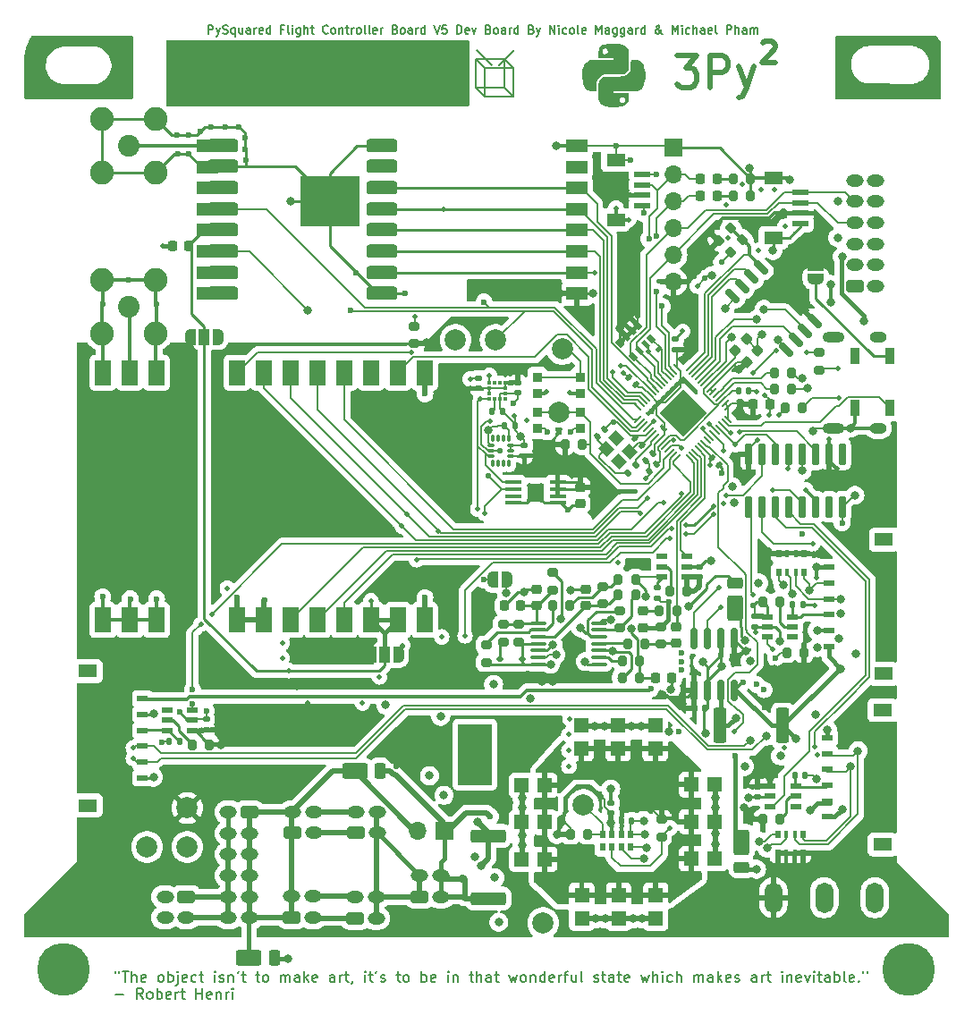
<source format=gbr>
%TF.GenerationSoftware,KiCad,Pcbnew,8.0.7*%
%TF.CreationDate,2025-03-06T17:29:39-08:00*%
%TF.ProjectId,FC_V5,46435f56-352e-46b6-9963-61645f706362,rev?*%
%TF.SameCoordinates,Original*%
%TF.FileFunction,Copper,L1,Top*%
%TF.FilePolarity,Positive*%
%FSLAX46Y46*%
G04 Gerber Fmt 4.6, Leading zero omitted, Abs format (unit mm)*
G04 Created by KiCad (PCBNEW 8.0.7) date 2025-03-06 17:29:39*
%MOMM*%
%LPD*%
G01*
G04 APERTURE LIST*
G04 Aperture macros list*
%AMRoundRect*
0 Rectangle with rounded corners*
0 $1 Rounding radius*
0 $2 $3 $4 $5 $6 $7 $8 $9 X,Y pos of 4 corners*
0 Add a 4 corners polygon primitive as box body*
4,1,4,$2,$3,$4,$5,$6,$7,$8,$9,$2,$3,0*
0 Add four circle primitives for the rounded corners*
1,1,$1+$1,$2,$3*
1,1,$1+$1,$4,$5*
1,1,$1+$1,$6,$7*
1,1,$1+$1,$8,$9*
0 Add four rect primitives between the rounded corners*
20,1,$1+$1,$2,$3,$4,$5,0*
20,1,$1+$1,$4,$5,$6,$7,0*
20,1,$1+$1,$6,$7,$8,$9,0*
20,1,$1+$1,$8,$9,$2,$3,0*%
%AMRotRect*
0 Rectangle, with rotation*
0 The origin of the aperture is its center*
0 $1 length*
0 $2 width*
0 $3 Rotation angle, in degrees counterclockwise*
0 Add horizontal line*
21,1,$1,$2,0,0,$3*%
%AMFreePoly0*
4,1,19,0.550000,-0.750000,0.000000,-0.750000,0.000000,-0.744911,-0.071157,-0.744911,-0.207708,-0.704816,-0.327430,-0.627875,-0.420627,-0.520320,-0.479746,-0.390866,-0.500000,-0.250000,-0.500000,0.250000,-0.479746,0.390866,-0.420627,0.520320,-0.327430,0.627875,-0.207708,0.704816,-0.071157,0.744911,0.000000,0.744911,0.000000,0.750000,0.550000,0.750000,0.550000,-0.750000,0.550000,-0.750000,
$1*%
%AMFreePoly1*
4,1,19,0.000000,0.744911,0.071157,0.744911,0.207708,0.704816,0.327430,0.627875,0.420627,0.520320,0.479746,0.390866,0.500000,0.250000,0.500000,-0.250000,0.479746,-0.390866,0.420627,-0.520320,0.327430,-0.627875,0.207708,-0.704816,0.071157,-0.744911,0.000000,-0.744911,0.000000,-0.750000,-0.550000,-0.750000,-0.550000,0.750000,0.000000,0.750000,0.000000,0.744911,0.000000,0.744911,
$1*%
%AMFreePoly2*
4,1,19,0.500000,-0.750000,0.000000,-0.750000,0.000000,-0.744911,-0.071157,-0.744911,-0.207708,-0.704816,-0.327430,-0.627875,-0.420627,-0.520320,-0.479746,-0.390866,-0.500000,-0.250000,-0.500000,0.250000,-0.479746,0.390866,-0.420627,0.520320,-0.327430,0.627875,-0.207708,0.704816,-0.071157,0.744911,0.000000,0.744911,0.000000,0.750000,0.500000,0.750000,0.500000,-0.750000,0.500000,-0.750000,
$1*%
%AMFreePoly3*
4,1,19,0.000000,0.744911,0.071157,0.744911,0.207708,0.704816,0.327430,0.627875,0.420627,0.520320,0.479746,0.390866,0.500000,0.250000,0.500000,-0.250000,0.479746,-0.390866,0.420627,-0.520320,0.327430,-0.627875,0.207708,-0.704816,0.071157,-0.744911,0.000000,-0.744911,0.000000,-0.750000,-0.500000,-0.750000,-0.500000,0.750000,0.000000,0.750000,0.000000,0.744911,0.000000,0.744911,
$1*%
G04 Aperture macros list end*
%ADD10C,0.150000*%
%TA.AperFunction,NonConductor*%
%ADD11C,0.150000*%
%TD*%
%TA.AperFunction,NonConductor*%
%ADD12C,0.200000*%
%TD*%
%ADD13C,0.500000*%
%TA.AperFunction,NonConductor*%
%ADD14C,0.500000*%
%TD*%
%ADD15C,0.200000*%
%TA.AperFunction,EtchedComponent*%
%ADD16C,0.000000*%
%TD*%
%TA.AperFunction,ComponentPad*%
%ADD17O,1.700000X2.900000*%
%TD*%
%TA.AperFunction,SMDPad,CuDef*%
%ADD18RoundRect,0.225000X-0.250000X0.225000X-0.250000X-0.225000X0.250000X-0.225000X0.250000X0.225000X0*%
%TD*%
%TA.AperFunction,SMDPad,CuDef*%
%ADD19RoundRect,0.140000X0.140000X0.170000X-0.140000X0.170000X-0.140000X-0.170000X0.140000X-0.170000X0*%
%TD*%
%TA.AperFunction,SMDPad,CuDef*%
%ADD20R,1.000000X0.550000*%
%TD*%
%TA.AperFunction,SMDPad,CuDef*%
%ADD21RoundRect,0.140000X-0.021213X0.219203X-0.219203X0.021213X0.021213X-0.219203X0.219203X-0.021213X0*%
%TD*%
%TA.AperFunction,SMDPad,CuDef*%
%ADD22RoundRect,0.200000X-0.200000X-0.275000X0.200000X-0.275000X0.200000X0.275000X-0.200000X0.275000X0*%
%TD*%
%TA.AperFunction,SMDPad,CuDef*%
%ADD23RoundRect,0.075000X0.225000X-0.910000X0.225000X0.910000X-0.225000X0.910000X-0.225000X-0.910000X0*%
%TD*%
%TA.AperFunction,ComponentPad*%
%ADD24C,2.000000*%
%TD*%
%TA.AperFunction,ComponentPad*%
%ADD25C,2.050000*%
%TD*%
%TA.AperFunction,ComponentPad*%
%ADD26C,2.250000*%
%TD*%
%TA.AperFunction,ComponentPad*%
%ADD27R,1.700000X1.700000*%
%TD*%
%TA.AperFunction,ComponentPad*%
%ADD28O,1.700000X1.700000*%
%TD*%
%TA.AperFunction,ComponentPad*%
%ADD29C,5.000000*%
%TD*%
%TA.AperFunction,SMDPad,CuDef*%
%ADD30RoundRect,0.140000X-0.140000X-0.170000X0.140000X-0.170000X0.140000X0.170000X-0.140000X0.170000X0*%
%TD*%
%TA.AperFunction,SMDPad,CuDef*%
%ADD31R,1.400000X1.400000*%
%TD*%
%TA.AperFunction,SMDPad,CuDef*%
%ADD32RoundRect,0.140000X0.021213X-0.219203X0.219203X-0.021213X-0.021213X0.219203X-0.219203X0.021213X0*%
%TD*%
%TA.AperFunction,SMDPad,CuDef*%
%ADD33RoundRect,0.218750X0.218750X0.256250X-0.218750X0.256250X-0.218750X-0.256250X0.218750X-0.256250X0*%
%TD*%
%TA.AperFunction,ComponentPad*%
%ADD34RoundRect,0.250000X0.575000X-0.350000X0.575000X0.350000X-0.575000X0.350000X-0.575000X-0.350000X0*%
%TD*%
%TA.AperFunction,ComponentPad*%
%ADD35O,1.650000X1.200000*%
%TD*%
%TA.AperFunction,SMDPad,CuDef*%
%ADD36R,1.000000X0.600000*%
%TD*%
%TA.AperFunction,SMDPad,CuDef*%
%ADD37R,1.800000X1.250000*%
%TD*%
%TA.AperFunction,SMDPad,CuDef*%
%ADD38RotRect,0.800000X0.500000X135.000000*%
%TD*%
%TA.AperFunction,SMDPad,CuDef*%
%ADD39RotRect,0.800000X0.400000X135.000000*%
%TD*%
%TA.AperFunction,SMDPad,CuDef*%
%ADD40RoundRect,0.140000X0.170000X-0.140000X0.170000X0.140000X-0.170000X0.140000X-0.170000X-0.140000X0*%
%TD*%
%TA.AperFunction,SMDPad,CuDef*%
%ADD41R,0.900000X0.900000*%
%TD*%
%TA.AperFunction,SMDPad,CuDef*%
%ADD42FreePoly0,180.000000*%
%TD*%
%TA.AperFunction,SMDPad,CuDef*%
%ADD43R,1.000000X1.500000*%
%TD*%
%TA.AperFunction,SMDPad,CuDef*%
%ADD44FreePoly1,180.000000*%
%TD*%
%TA.AperFunction,SMDPad,CuDef*%
%ADD45RoundRect,0.140000X-0.170000X0.140000X-0.170000X-0.140000X0.170000X-0.140000X0.170000X0.140000X0*%
%TD*%
%TA.AperFunction,SMDPad,CuDef*%
%ADD46RoundRect,0.225000X0.017678X-0.335876X0.335876X-0.017678X-0.017678X0.335876X-0.335876X0.017678X0*%
%TD*%
%TA.AperFunction,SMDPad,CuDef*%
%ADD47RoundRect,0.135000X-0.035355X0.226274X-0.226274X0.035355X0.035355X-0.226274X0.226274X-0.035355X0*%
%TD*%
%TA.AperFunction,SMDPad,CuDef*%
%ADD48RoundRect,0.225000X-0.225000X-0.250000X0.225000X-0.250000X0.225000X0.250000X-0.225000X0.250000X0*%
%TD*%
%TA.AperFunction,SMDPad,CuDef*%
%ADD49RoundRect,0.200000X-0.275000X0.200000X-0.275000X-0.200000X0.275000X-0.200000X0.275000X0.200000X0*%
%TD*%
%TA.AperFunction,SMDPad,CuDef*%
%ADD50RoundRect,0.200000X0.200000X0.275000X-0.200000X0.275000X-0.200000X-0.275000X0.200000X-0.275000X0*%
%TD*%
%TA.AperFunction,SMDPad,CuDef*%
%ADD51RoundRect,0.218750X0.256250X-0.218750X0.256250X0.218750X-0.256250X0.218750X-0.256250X-0.218750X0*%
%TD*%
%TA.AperFunction,SMDPad,CuDef*%
%ADD52RotRect,1.150000X1.000000X315.000000*%
%TD*%
%TA.AperFunction,SMDPad,CuDef*%
%ADD53RoundRect,0.250000X0.950000X0.500000X-0.950000X0.500000X-0.950000X-0.500000X0.950000X-0.500000X0*%
%TD*%
%TA.AperFunction,SMDPad,CuDef*%
%ADD54RoundRect,0.250000X0.275000X0.500000X-0.275000X0.500000X-0.275000X-0.500000X0.275000X-0.500000X0*%
%TD*%
%TA.AperFunction,SMDPad,CuDef*%
%ADD55RoundRect,0.140000X0.219203X0.021213X0.021213X0.219203X-0.219203X-0.021213X-0.021213X-0.219203X0*%
%TD*%
%TA.AperFunction,SMDPad,CuDef*%
%ADD56RoundRect,0.200000X0.275000X-0.200000X0.275000X0.200000X-0.275000X0.200000X-0.275000X-0.200000X0*%
%TD*%
%TA.AperFunction,SMDPad,CuDef*%
%ADD57R,0.500000X0.800000*%
%TD*%
%TA.AperFunction,SMDPad,CuDef*%
%ADD58R,0.400000X0.800000*%
%TD*%
%TA.AperFunction,SMDPad,CuDef*%
%ADD59RoundRect,0.200000X0.053033X-0.335876X0.335876X-0.053033X-0.053033X0.335876X-0.335876X0.053033X0*%
%TD*%
%TA.AperFunction,SMDPad,CuDef*%
%ADD60RoundRect,0.100000X0.637500X0.100000X-0.637500X0.100000X-0.637500X-0.100000X0.637500X-0.100000X0*%
%TD*%
%TA.AperFunction,SMDPad,CuDef*%
%ADD61R,2.000000X1.300000*%
%TD*%
%TA.AperFunction,SMDPad,CuDef*%
%ADD62R,5.699999X4.800001*%
%TD*%
%TA.AperFunction,SMDPad,CuDef*%
%ADD63R,1.550000X0.600000*%
%TD*%
%TA.AperFunction,SMDPad,CuDef*%
%ADD64R,1.800000X1.200000*%
%TD*%
%TA.AperFunction,ComponentPad*%
%ADD65RoundRect,0.250000X-0.575000X0.350000X-0.575000X-0.350000X0.575000X-0.350000X0.575000X0.350000X0*%
%TD*%
%TA.AperFunction,SMDPad,CuDef*%
%ADD66RoundRect,0.087500X0.087500X-0.225000X0.087500X0.225000X-0.087500X0.225000X-0.087500X-0.225000X0*%
%TD*%
%TA.AperFunction,SMDPad,CuDef*%
%ADD67RoundRect,0.087500X0.225000X-0.087500X0.225000X0.087500X-0.225000X0.087500X-0.225000X-0.087500X0*%
%TD*%
%TA.AperFunction,SMDPad,CuDef*%
%ADD68R,1.500000X2.400000*%
%TD*%
%TA.AperFunction,SMDPad,CuDef*%
%ADD69FreePoly0,0.000000*%
%TD*%
%TA.AperFunction,SMDPad,CuDef*%
%ADD70FreePoly1,0.000000*%
%TD*%
%TA.AperFunction,SMDPad,CuDef*%
%ADD71RoundRect,0.150000X-0.565685X0.353553X0.353553X-0.565685X0.565685X-0.353553X-0.353553X0.565685X0*%
%TD*%
%TA.AperFunction,SMDPad,CuDef*%
%ADD72RoundRect,0.150000X-0.150000X0.825000X-0.150000X-0.825000X0.150000X-0.825000X0.150000X0.825000X0*%
%TD*%
%TA.AperFunction,SMDPad,CuDef*%
%ADD73RoundRect,0.140000X-0.219203X-0.021213X-0.021213X-0.219203X0.219203X0.021213X0.021213X0.219203X0*%
%TD*%
%TA.AperFunction,SMDPad,CuDef*%
%ADD74R,0.900000X1.500000*%
%TD*%
%TA.AperFunction,SMDPad,CuDef*%
%ADD75RoundRect,0.125000X0.000000X-0.176777X0.176777X0.000000X0.000000X0.176777X-0.176777X0.000000X0*%
%TD*%
%TA.AperFunction,SMDPad,CuDef*%
%ADD76RoundRect,0.250000X-0.500000X0.950000X-0.500000X-0.950000X0.500000X-0.950000X0.500000X0.950000X0*%
%TD*%
%TA.AperFunction,SMDPad,CuDef*%
%ADD77RoundRect,0.250000X-0.500000X0.275000X-0.500000X-0.275000X0.500000X-0.275000X0.500000X0.275000X0*%
%TD*%
%TA.AperFunction,SMDPad,CuDef*%
%ADD78RoundRect,0.050000X-0.309359X0.238649X0.238649X-0.309359X0.309359X-0.238649X-0.238649X0.309359X0*%
%TD*%
%TA.AperFunction,SMDPad,CuDef*%
%ADD79RoundRect,0.050000X-0.309359X-0.238649X-0.238649X-0.309359X0.309359X0.238649X0.238649X0.309359X0*%
%TD*%
%TA.AperFunction,ComponentPad*%
%ADD80C,0.500000*%
%TD*%
%TA.AperFunction,SMDPad,CuDef*%
%ADD81RotRect,3.200000X3.200000X315.000000*%
%TD*%
%TA.AperFunction,SMDPad,CuDef*%
%ADD82RoundRect,0.225000X0.225000X0.250000X-0.225000X0.250000X-0.225000X-0.250000X0.225000X-0.250000X0*%
%TD*%
%TA.AperFunction,SMDPad,CuDef*%
%ADD83RoundRect,0.317500X1.157500X0.317500X-1.157500X0.317500X-1.157500X-0.317500X1.157500X-0.317500X0*%
%TD*%
%TA.AperFunction,SMDPad,CuDef*%
%ADD84RoundRect,0.250000X0.500000X-0.950000X0.500000X0.950000X-0.500000X0.950000X-0.500000X-0.950000X0*%
%TD*%
%TA.AperFunction,SMDPad,CuDef*%
%ADD85RoundRect,0.250000X0.500000X-0.275000X0.500000X0.275000X-0.500000X0.275000X-0.500000X-0.275000X0*%
%TD*%
%TA.AperFunction,SMDPad,CuDef*%
%ADD86RoundRect,0.250000X-0.362500X-1.425000X0.362500X-1.425000X0.362500X1.425000X-0.362500X1.425000X0*%
%TD*%
%TA.AperFunction,SMDPad,CuDef*%
%ADD87R,0.375000X0.350000*%
%TD*%
%TA.AperFunction,SMDPad,CuDef*%
%ADD88R,0.350000X0.375000*%
%TD*%
%TA.AperFunction,SMDPad,CuDef*%
%ADD89RoundRect,0.112500X0.187500X0.112500X-0.187500X0.112500X-0.187500X-0.112500X0.187500X-0.112500X0*%
%TD*%
%TA.AperFunction,SMDPad,CuDef*%
%ADD90FreePoly2,270.000000*%
%TD*%
%TA.AperFunction,SMDPad,CuDef*%
%ADD91FreePoly3,270.000000*%
%TD*%
%TA.AperFunction,SMDPad,CuDef*%
%ADD92RoundRect,0.100000X-0.687500X-0.100000X0.687500X-0.100000X0.687500X0.100000X-0.687500X0.100000X0*%
%TD*%
%TA.AperFunction,HeatsinkPad*%
%ADD93C,0.500000*%
%TD*%
%TA.AperFunction,HeatsinkPad*%
%ADD94R,1.500000X1.800000*%
%TD*%
%TA.AperFunction,SMDPad,CuDef*%
%ADD95RoundRect,0.200000X-0.053033X0.335876X-0.335876X0.053033X0.053033X-0.335876X0.335876X-0.053033X0*%
%TD*%
%TA.AperFunction,SMDPad,CuDef*%
%ADD96RoundRect,0.250000X-1.425000X0.362500X-1.425000X-0.362500X1.425000X-0.362500X1.425000X0.362500X0*%
%TD*%
%TA.AperFunction,ComponentPad*%
%ADD97C,0.600000*%
%TD*%
%TA.AperFunction,SMDPad,CuDef*%
%ADD98R,3.200000X5.800000*%
%TD*%
%TA.AperFunction,ComponentPad*%
%ADD99O,1.600000X1.000000*%
%TD*%
%TA.AperFunction,ComponentPad*%
%ADD100O,2.100000X1.000000*%
%TD*%
%TA.AperFunction,SMDPad,CuDef*%
%ADD101FreePoly2,180.000000*%
%TD*%
%TA.AperFunction,SMDPad,CuDef*%
%ADD102FreePoly3,180.000000*%
%TD*%
%TA.AperFunction,ViaPad*%
%ADD103C,0.460000*%
%TD*%
%TA.AperFunction,ViaPad*%
%ADD104C,0.800000*%
%TD*%
%TA.AperFunction,ViaPad*%
%ADD105C,0.600000*%
%TD*%
%TA.AperFunction,ViaPad*%
%ADD106C,0.560000*%
%TD*%
%TA.AperFunction,Conductor*%
%ADD107C,0.127000*%
%TD*%
%TA.AperFunction,Conductor*%
%ADD108C,0.250000*%
%TD*%
%TA.AperFunction,Conductor*%
%ADD109C,0.152400*%
%TD*%
%TA.AperFunction,Conductor*%
%ADD110C,0.400000*%
%TD*%
%TA.AperFunction,Conductor*%
%ADD111C,0.300000*%
%TD*%
%TA.AperFunction,Conductor*%
%ADD112C,0.342392*%
%TD*%
%TA.AperFunction,Conductor*%
%ADD113C,0.500000*%
%TD*%
%TA.AperFunction,Conductor*%
%ADD114C,0.200000*%
%TD*%
G04 APERTURE END LIST*
D10*
D11*
X152189160Y-138159875D02*
X152189160Y-138350351D01*
X152570112Y-138159875D02*
X152570112Y-138350351D01*
X152855827Y-138159875D02*
X153427255Y-138159875D01*
X153141541Y-139159875D02*
X153141541Y-138159875D01*
X153760589Y-139159875D02*
X153760589Y-138159875D01*
X154189160Y-139159875D02*
X154189160Y-138636065D01*
X154189160Y-138636065D02*
X154141541Y-138540827D01*
X154141541Y-138540827D02*
X154046303Y-138493208D01*
X154046303Y-138493208D02*
X153903446Y-138493208D01*
X153903446Y-138493208D02*
X153808208Y-138540827D01*
X153808208Y-138540827D02*
X153760589Y-138588446D01*
X155046303Y-139112256D02*
X154951065Y-139159875D01*
X154951065Y-139159875D02*
X154760589Y-139159875D01*
X154760589Y-139159875D02*
X154665351Y-139112256D01*
X154665351Y-139112256D02*
X154617732Y-139017017D01*
X154617732Y-139017017D02*
X154617732Y-138636065D01*
X154617732Y-138636065D02*
X154665351Y-138540827D01*
X154665351Y-138540827D02*
X154760589Y-138493208D01*
X154760589Y-138493208D02*
X154951065Y-138493208D01*
X154951065Y-138493208D02*
X155046303Y-138540827D01*
X155046303Y-138540827D02*
X155093922Y-138636065D01*
X155093922Y-138636065D02*
X155093922Y-138731303D01*
X155093922Y-138731303D02*
X154617732Y-138826541D01*
X156427256Y-139159875D02*
X156332018Y-139112256D01*
X156332018Y-139112256D02*
X156284399Y-139064636D01*
X156284399Y-139064636D02*
X156236780Y-138969398D01*
X156236780Y-138969398D02*
X156236780Y-138683684D01*
X156236780Y-138683684D02*
X156284399Y-138588446D01*
X156284399Y-138588446D02*
X156332018Y-138540827D01*
X156332018Y-138540827D02*
X156427256Y-138493208D01*
X156427256Y-138493208D02*
X156570113Y-138493208D01*
X156570113Y-138493208D02*
X156665351Y-138540827D01*
X156665351Y-138540827D02*
X156712970Y-138588446D01*
X156712970Y-138588446D02*
X156760589Y-138683684D01*
X156760589Y-138683684D02*
X156760589Y-138969398D01*
X156760589Y-138969398D02*
X156712970Y-139064636D01*
X156712970Y-139064636D02*
X156665351Y-139112256D01*
X156665351Y-139112256D02*
X156570113Y-139159875D01*
X156570113Y-139159875D02*
X156427256Y-139159875D01*
X157189161Y-139159875D02*
X157189161Y-138159875D01*
X157189161Y-138540827D02*
X157284399Y-138493208D01*
X157284399Y-138493208D02*
X157474875Y-138493208D01*
X157474875Y-138493208D02*
X157570113Y-138540827D01*
X157570113Y-138540827D02*
X157617732Y-138588446D01*
X157617732Y-138588446D02*
X157665351Y-138683684D01*
X157665351Y-138683684D02*
X157665351Y-138969398D01*
X157665351Y-138969398D02*
X157617732Y-139064636D01*
X157617732Y-139064636D02*
X157570113Y-139112256D01*
X157570113Y-139112256D02*
X157474875Y-139159875D01*
X157474875Y-139159875D02*
X157284399Y-139159875D01*
X157284399Y-139159875D02*
X157189161Y-139112256D01*
X158093923Y-138493208D02*
X158093923Y-139350351D01*
X158093923Y-139350351D02*
X158046304Y-139445589D01*
X158046304Y-139445589D02*
X157951066Y-139493208D01*
X157951066Y-139493208D02*
X157903447Y-139493208D01*
X158093923Y-138159875D02*
X158046304Y-138207494D01*
X158046304Y-138207494D02*
X158093923Y-138255113D01*
X158093923Y-138255113D02*
X158141542Y-138207494D01*
X158141542Y-138207494D02*
X158093923Y-138159875D01*
X158093923Y-138159875D02*
X158093923Y-138255113D01*
X158951065Y-139112256D02*
X158855827Y-139159875D01*
X158855827Y-139159875D02*
X158665351Y-139159875D01*
X158665351Y-139159875D02*
X158570113Y-139112256D01*
X158570113Y-139112256D02*
X158522494Y-139017017D01*
X158522494Y-139017017D02*
X158522494Y-138636065D01*
X158522494Y-138636065D02*
X158570113Y-138540827D01*
X158570113Y-138540827D02*
X158665351Y-138493208D01*
X158665351Y-138493208D02*
X158855827Y-138493208D01*
X158855827Y-138493208D02*
X158951065Y-138540827D01*
X158951065Y-138540827D02*
X158998684Y-138636065D01*
X158998684Y-138636065D02*
X158998684Y-138731303D01*
X158998684Y-138731303D02*
X158522494Y-138826541D01*
X159855827Y-139112256D02*
X159760589Y-139159875D01*
X159760589Y-139159875D02*
X159570113Y-139159875D01*
X159570113Y-139159875D02*
X159474875Y-139112256D01*
X159474875Y-139112256D02*
X159427256Y-139064636D01*
X159427256Y-139064636D02*
X159379637Y-138969398D01*
X159379637Y-138969398D02*
X159379637Y-138683684D01*
X159379637Y-138683684D02*
X159427256Y-138588446D01*
X159427256Y-138588446D02*
X159474875Y-138540827D01*
X159474875Y-138540827D02*
X159570113Y-138493208D01*
X159570113Y-138493208D02*
X159760589Y-138493208D01*
X159760589Y-138493208D02*
X159855827Y-138540827D01*
X160141542Y-138493208D02*
X160522494Y-138493208D01*
X160284399Y-138159875D02*
X160284399Y-139017017D01*
X160284399Y-139017017D02*
X160332018Y-139112256D01*
X160332018Y-139112256D02*
X160427256Y-139159875D01*
X160427256Y-139159875D02*
X160522494Y-139159875D01*
X161617733Y-139159875D02*
X161617733Y-138493208D01*
X161617733Y-138159875D02*
X161570114Y-138207494D01*
X161570114Y-138207494D02*
X161617733Y-138255113D01*
X161617733Y-138255113D02*
X161665352Y-138207494D01*
X161665352Y-138207494D02*
X161617733Y-138159875D01*
X161617733Y-138159875D02*
X161617733Y-138255113D01*
X162046304Y-139112256D02*
X162141542Y-139159875D01*
X162141542Y-139159875D02*
X162332018Y-139159875D01*
X162332018Y-139159875D02*
X162427256Y-139112256D01*
X162427256Y-139112256D02*
X162474875Y-139017017D01*
X162474875Y-139017017D02*
X162474875Y-138969398D01*
X162474875Y-138969398D02*
X162427256Y-138874160D01*
X162427256Y-138874160D02*
X162332018Y-138826541D01*
X162332018Y-138826541D02*
X162189161Y-138826541D01*
X162189161Y-138826541D02*
X162093923Y-138778922D01*
X162093923Y-138778922D02*
X162046304Y-138683684D01*
X162046304Y-138683684D02*
X162046304Y-138636065D01*
X162046304Y-138636065D02*
X162093923Y-138540827D01*
X162093923Y-138540827D02*
X162189161Y-138493208D01*
X162189161Y-138493208D02*
X162332018Y-138493208D01*
X162332018Y-138493208D02*
X162427256Y-138540827D01*
X162903447Y-138493208D02*
X162903447Y-139159875D01*
X162903447Y-138588446D02*
X162951066Y-138540827D01*
X162951066Y-138540827D02*
X163046304Y-138493208D01*
X163046304Y-138493208D02*
X163189161Y-138493208D01*
X163189161Y-138493208D02*
X163284399Y-138540827D01*
X163284399Y-138540827D02*
X163332018Y-138636065D01*
X163332018Y-138636065D02*
X163332018Y-139159875D01*
X163855828Y-138159875D02*
X163760590Y-138350351D01*
X164141542Y-138493208D02*
X164522494Y-138493208D01*
X164284399Y-138159875D02*
X164284399Y-139017017D01*
X164284399Y-139017017D02*
X164332018Y-139112256D01*
X164332018Y-139112256D02*
X164427256Y-139159875D01*
X164427256Y-139159875D02*
X164522494Y-139159875D01*
X165474876Y-138493208D02*
X165855828Y-138493208D01*
X165617733Y-138159875D02*
X165617733Y-139017017D01*
X165617733Y-139017017D02*
X165665352Y-139112256D01*
X165665352Y-139112256D02*
X165760590Y-139159875D01*
X165760590Y-139159875D02*
X165855828Y-139159875D01*
X166332019Y-139159875D02*
X166236781Y-139112256D01*
X166236781Y-139112256D02*
X166189162Y-139064636D01*
X166189162Y-139064636D02*
X166141543Y-138969398D01*
X166141543Y-138969398D02*
X166141543Y-138683684D01*
X166141543Y-138683684D02*
X166189162Y-138588446D01*
X166189162Y-138588446D02*
X166236781Y-138540827D01*
X166236781Y-138540827D02*
X166332019Y-138493208D01*
X166332019Y-138493208D02*
X166474876Y-138493208D01*
X166474876Y-138493208D02*
X166570114Y-138540827D01*
X166570114Y-138540827D02*
X166617733Y-138588446D01*
X166617733Y-138588446D02*
X166665352Y-138683684D01*
X166665352Y-138683684D02*
X166665352Y-138969398D01*
X166665352Y-138969398D02*
X166617733Y-139064636D01*
X166617733Y-139064636D02*
X166570114Y-139112256D01*
X166570114Y-139112256D02*
X166474876Y-139159875D01*
X166474876Y-139159875D02*
X166332019Y-139159875D01*
X167855829Y-139159875D02*
X167855829Y-138493208D01*
X167855829Y-138588446D02*
X167903448Y-138540827D01*
X167903448Y-138540827D02*
X167998686Y-138493208D01*
X167998686Y-138493208D02*
X168141543Y-138493208D01*
X168141543Y-138493208D02*
X168236781Y-138540827D01*
X168236781Y-138540827D02*
X168284400Y-138636065D01*
X168284400Y-138636065D02*
X168284400Y-139159875D01*
X168284400Y-138636065D02*
X168332019Y-138540827D01*
X168332019Y-138540827D02*
X168427257Y-138493208D01*
X168427257Y-138493208D02*
X168570114Y-138493208D01*
X168570114Y-138493208D02*
X168665353Y-138540827D01*
X168665353Y-138540827D02*
X168712972Y-138636065D01*
X168712972Y-138636065D02*
X168712972Y-139159875D01*
X169617733Y-139159875D02*
X169617733Y-138636065D01*
X169617733Y-138636065D02*
X169570114Y-138540827D01*
X169570114Y-138540827D02*
X169474876Y-138493208D01*
X169474876Y-138493208D02*
X169284400Y-138493208D01*
X169284400Y-138493208D02*
X169189162Y-138540827D01*
X169617733Y-139112256D02*
X169522495Y-139159875D01*
X169522495Y-139159875D02*
X169284400Y-139159875D01*
X169284400Y-139159875D02*
X169189162Y-139112256D01*
X169189162Y-139112256D02*
X169141543Y-139017017D01*
X169141543Y-139017017D02*
X169141543Y-138921779D01*
X169141543Y-138921779D02*
X169189162Y-138826541D01*
X169189162Y-138826541D02*
X169284400Y-138778922D01*
X169284400Y-138778922D02*
X169522495Y-138778922D01*
X169522495Y-138778922D02*
X169617733Y-138731303D01*
X170093924Y-139159875D02*
X170093924Y-138159875D01*
X170189162Y-138778922D02*
X170474876Y-139159875D01*
X170474876Y-138493208D02*
X170093924Y-138874160D01*
X171284400Y-139112256D02*
X171189162Y-139159875D01*
X171189162Y-139159875D02*
X170998686Y-139159875D01*
X170998686Y-139159875D02*
X170903448Y-139112256D01*
X170903448Y-139112256D02*
X170855829Y-139017017D01*
X170855829Y-139017017D02*
X170855829Y-138636065D01*
X170855829Y-138636065D02*
X170903448Y-138540827D01*
X170903448Y-138540827D02*
X170998686Y-138493208D01*
X170998686Y-138493208D02*
X171189162Y-138493208D01*
X171189162Y-138493208D02*
X171284400Y-138540827D01*
X171284400Y-138540827D02*
X171332019Y-138636065D01*
X171332019Y-138636065D02*
X171332019Y-138731303D01*
X171332019Y-138731303D02*
X170855829Y-138826541D01*
X172951067Y-139159875D02*
X172951067Y-138636065D01*
X172951067Y-138636065D02*
X172903448Y-138540827D01*
X172903448Y-138540827D02*
X172808210Y-138493208D01*
X172808210Y-138493208D02*
X172617734Y-138493208D01*
X172617734Y-138493208D02*
X172522496Y-138540827D01*
X172951067Y-139112256D02*
X172855829Y-139159875D01*
X172855829Y-139159875D02*
X172617734Y-139159875D01*
X172617734Y-139159875D02*
X172522496Y-139112256D01*
X172522496Y-139112256D02*
X172474877Y-139017017D01*
X172474877Y-139017017D02*
X172474877Y-138921779D01*
X172474877Y-138921779D02*
X172522496Y-138826541D01*
X172522496Y-138826541D02*
X172617734Y-138778922D01*
X172617734Y-138778922D02*
X172855829Y-138778922D01*
X172855829Y-138778922D02*
X172951067Y-138731303D01*
X173427258Y-139159875D02*
X173427258Y-138493208D01*
X173427258Y-138683684D02*
X173474877Y-138588446D01*
X173474877Y-138588446D02*
X173522496Y-138540827D01*
X173522496Y-138540827D02*
X173617734Y-138493208D01*
X173617734Y-138493208D02*
X173712972Y-138493208D01*
X173903449Y-138493208D02*
X174284401Y-138493208D01*
X174046306Y-138159875D02*
X174046306Y-139017017D01*
X174046306Y-139017017D02*
X174093925Y-139112256D01*
X174093925Y-139112256D02*
X174189163Y-139159875D01*
X174189163Y-139159875D02*
X174284401Y-139159875D01*
X174665354Y-139112256D02*
X174665354Y-139159875D01*
X174665354Y-139159875D02*
X174617735Y-139255113D01*
X174617735Y-139255113D02*
X174570116Y-139302732D01*
X175855830Y-139159875D02*
X175855830Y-138493208D01*
X175855830Y-138159875D02*
X175808211Y-138207494D01*
X175808211Y-138207494D02*
X175855830Y-138255113D01*
X175855830Y-138255113D02*
X175903449Y-138207494D01*
X175903449Y-138207494D02*
X175855830Y-138159875D01*
X175855830Y-138159875D02*
X175855830Y-138255113D01*
X176189163Y-138493208D02*
X176570115Y-138493208D01*
X176332020Y-138159875D02*
X176332020Y-139017017D01*
X176332020Y-139017017D02*
X176379639Y-139112256D01*
X176379639Y-139112256D02*
X176474877Y-139159875D01*
X176474877Y-139159875D02*
X176570115Y-139159875D01*
X176951068Y-138159875D02*
X176855830Y-138350351D01*
X177332020Y-139112256D02*
X177427258Y-139159875D01*
X177427258Y-139159875D02*
X177617734Y-139159875D01*
X177617734Y-139159875D02*
X177712972Y-139112256D01*
X177712972Y-139112256D02*
X177760591Y-139017017D01*
X177760591Y-139017017D02*
X177760591Y-138969398D01*
X177760591Y-138969398D02*
X177712972Y-138874160D01*
X177712972Y-138874160D02*
X177617734Y-138826541D01*
X177617734Y-138826541D02*
X177474877Y-138826541D01*
X177474877Y-138826541D02*
X177379639Y-138778922D01*
X177379639Y-138778922D02*
X177332020Y-138683684D01*
X177332020Y-138683684D02*
X177332020Y-138636065D01*
X177332020Y-138636065D02*
X177379639Y-138540827D01*
X177379639Y-138540827D02*
X177474877Y-138493208D01*
X177474877Y-138493208D02*
X177617734Y-138493208D01*
X177617734Y-138493208D02*
X177712972Y-138540827D01*
X178808211Y-138493208D02*
X179189163Y-138493208D01*
X178951068Y-138159875D02*
X178951068Y-139017017D01*
X178951068Y-139017017D02*
X178998687Y-139112256D01*
X178998687Y-139112256D02*
X179093925Y-139159875D01*
X179093925Y-139159875D02*
X179189163Y-139159875D01*
X179665354Y-139159875D02*
X179570116Y-139112256D01*
X179570116Y-139112256D02*
X179522497Y-139064636D01*
X179522497Y-139064636D02*
X179474878Y-138969398D01*
X179474878Y-138969398D02*
X179474878Y-138683684D01*
X179474878Y-138683684D02*
X179522497Y-138588446D01*
X179522497Y-138588446D02*
X179570116Y-138540827D01*
X179570116Y-138540827D02*
X179665354Y-138493208D01*
X179665354Y-138493208D02*
X179808211Y-138493208D01*
X179808211Y-138493208D02*
X179903449Y-138540827D01*
X179903449Y-138540827D02*
X179951068Y-138588446D01*
X179951068Y-138588446D02*
X179998687Y-138683684D01*
X179998687Y-138683684D02*
X179998687Y-138969398D01*
X179998687Y-138969398D02*
X179951068Y-139064636D01*
X179951068Y-139064636D02*
X179903449Y-139112256D01*
X179903449Y-139112256D02*
X179808211Y-139159875D01*
X179808211Y-139159875D02*
X179665354Y-139159875D01*
X181189164Y-139159875D02*
X181189164Y-138159875D01*
X181189164Y-138540827D02*
X181284402Y-138493208D01*
X181284402Y-138493208D02*
X181474878Y-138493208D01*
X181474878Y-138493208D02*
X181570116Y-138540827D01*
X181570116Y-138540827D02*
X181617735Y-138588446D01*
X181617735Y-138588446D02*
X181665354Y-138683684D01*
X181665354Y-138683684D02*
X181665354Y-138969398D01*
X181665354Y-138969398D02*
X181617735Y-139064636D01*
X181617735Y-139064636D02*
X181570116Y-139112256D01*
X181570116Y-139112256D02*
X181474878Y-139159875D01*
X181474878Y-139159875D02*
X181284402Y-139159875D01*
X181284402Y-139159875D02*
X181189164Y-139112256D01*
X182474878Y-139112256D02*
X182379640Y-139159875D01*
X182379640Y-139159875D02*
X182189164Y-139159875D01*
X182189164Y-139159875D02*
X182093926Y-139112256D01*
X182093926Y-139112256D02*
X182046307Y-139017017D01*
X182046307Y-139017017D02*
X182046307Y-138636065D01*
X182046307Y-138636065D02*
X182093926Y-138540827D01*
X182093926Y-138540827D02*
X182189164Y-138493208D01*
X182189164Y-138493208D02*
X182379640Y-138493208D01*
X182379640Y-138493208D02*
X182474878Y-138540827D01*
X182474878Y-138540827D02*
X182522497Y-138636065D01*
X182522497Y-138636065D02*
X182522497Y-138731303D01*
X182522497Y-138731303D02*
X182046307Y-138826541D01*
X183712974Y-139159875D02*
X183712974Y-138493208D01*
X183712974Y-138159875D02*
X183665355Y-138207494D01*
X183665355Y-138207494D02*
X183712974Y-138255113D01*
X183712974Y-138255113D02*
X183760593Y-138207494D01*
X183760593Y-138207494D02*
X183712974Y-138159875D01*
X183712974Y-138159875D02*
X183712974Y-138255113D01*
X184189164Y-138493208D02*
X184189164Y-139159875D01*
X184189164Y-138588446D02*
X184236783Y-138540827D01*
X184236783Y-138540827D02*
X184332021Y-138493208D01*
X184332021Y-138493208D02*
X184474878Y-138493208D01*
X184474878Y-138493208D02*
X184570116Y-138540827D01*
X184570116Y-138540827D02*
X184617735Y-138636065D01*
X184617735Y-138636065D02*
X184617735Y-139159875D01*
X185712974Y-138493208D02*
X186093926Y-138493208D01*
X185855831Y-138159875D02*
X185855831Y-139017017D01*
X185855831Y-139017017D02*
X185903450Y-139112256D01*
X185903450Y-139112256D02*
X185998688Y-139159875D01*
X185998688Y-139159875D02*
X186093926Y-139159875D01*
X186427260Y-139159875D02*
X186427260Y-138159875D01*
X186855831Y-139159875D02*
X186855831Y-138636065D01*
X186855831Y-138636065D02*
X186808212Y-138540827D01*
X186808212Y-138540827D02*
X186712974Y-138493208D01*
X186712974Y-138493208D02*
X186570117Y-138493208D01*
X186570117Y-138493208D02*
X186474879Y-138540827D01*
X186474879Y-138540827D02*
X186427260Y-138588446D01*
X187760593Y-139159875D02*
X187760593Y-138636065D01*
X187760593Y-138636065D02*
X187712974Y-138540827D01*
X187712974Y-138540827D02*
X187617736Y-138493208D01*
X187617736Y-138493208D02*
X187427260Y-138493208D01*
X187427260Y-138493208D02*
X187332022Y-138540827D01*
X187760593Y-139112256D02*
X187665355Y-139159875D01*
X187665355Y-139159875D02*
X187427260Y-139159875D01*
X187427260Y-139159875D02*
X187332022Y-139112256D01*
X187332022Y-139112256D02*
X187284403Y-139017017D01*
X187284403Y-139017017D02*
X187284403Y-138921779D01*
X187284403Y-138921779D02*
X187332022Y-138826541D01*
X187332022Y-138826541D02*
X187427260Y-138778922D01*
X187427260Y-138778922D02*
X187665355Y-138778922D01*
X187665355Y-138778922D02*
X187760593Y-138731303D01*
X188093927Y-138493208D02*
X188474879Y-138493208D01*
X188236784Y-138159875D02*
X188236784Y-139017017D01*
X188236784Y-139017017D02*
X188284403Y-139112256D01*
X188284403Y-139112256D02*
X188379641Y-139159875D01*
X188379641Y-139159875D02*
X188474879Y-139159875D01*
X189474880Y-138493208D02*
X189665356Y-139159875D01*
X189665356Y-139159875D02*
X189855832Y-138683684D01*
X189855832Y-138683684D02*
X190046308Y-139159875D01*
X190046308Y-139159875D02*
X190236784Y-138493208D01*
X190760594Y-139159875D02*
X190665356Y-139112256D01*
X190665356Y-139112256D02*
X190617737Y-139064636D01*
X190617737Y-139064636D02*
X190570118Y-138969398D01*
X190570118Y-138969398D02*
X190570118Y-138683684D01*
X190570118Y-138683684D02*
X190617737Y-138588446D01*
X190617737Y-138588446D02*
X190665356Y-138540827D01*
X190665356Y-138540827D02*
X190760594Y-138493208D01*
X190760594Y-138493208D02*
X190903451Y-138493208D01*
X190903451Y-138493208D02*
X190998689Y-138540827D01*
X190998689Y-138540827D02*
X191046308Y-138588446D01*
X191046308Y-138588446D02*
X191093927Y-138683684D01*
X191093927Y-138683684D02*
X191093927Y-138969398D01*
X191093927Y-138969398D02*
X191046308Y-139064636D01*
X191046308Y-139064636D02*
X190998689Y-139112256D01*
X190998689Y-139112256D02*
X190903451Y-139159875D01*
X190903451Y-139159875D02*
X190760594Y-139159875D01*
X191522499Y-138493208D02*
X191522499Y-139159875D01*
X191522499Y-138588446D02*
X191570118Y-138540827D01*
X191570118Y-138540827D02*
X191665356Y-138493208D01*
X191665356Y-138493208D02*
X191808213Y-138493208D01*
X191808213Y-138493208D02*
X191903451Y-138540827D01*
X191903451Y-138540827D02*
X191951070Y-138636065D01*
X191951070Y-138636065D02*
X191951070Y-139159875D01*
X192855832Y-139159875D02*
X192855832Y-138159875D01*
X192855832Y-139112256D02*
X192760594Y-139159875D01*
X192760594Y-139159875D02*
X192570118Y-139159875D01*
X192570118Y-139159875D02*
X192474880Y-139112256D01*
X192474880Y-139112256D02*
X192427261Y-139064636D01*
X192427261Y-139064636D02*
X192379642Y-138969398D01*
X192379642Y-138969398D02*
X192379642Y-138683684D01*
X192379642Y-138683684D02*
X192427261Y-138588446D01*
X192427261Y-138588446D02*
X192474880Y-138540827D01*
X192474880Y-138540827D02*
X192570118Y-138493208D01*
X192570118Y-138493208D02*
X192760594Y-138493208D01*
X192760594Y-138493208D02*
X192855832Y-138540827D01*
X193712975Y-139112256D02*
X193617737Y-139159875D01*
X193617737Y-139159875D02*
X193427261Y-139159875D01*
X193427261Y-139159875D02*
X193332023Y-139112256D01*
X193332023Y-139112256D02*
X193284404Y-139017017D01*
X193284404Y-139017017D02*
X193284404Y-138636065D01*
X193284404Y-138636065D02*
X193332023Y-138540827D01*
X193332023Y-138540827D02*
X193427261Y-138493208D01*
X193427261Y-138493208D02*
X193617737Y-138493208D01*
X193617737Y-138493208D02*
X193712975Y-138540827D01*
X193712975Y-138540827D02*
X193760594Y-138636065D01*
X193760594Y-138636065D02*
X193760594Y-138731303D01*
X193760594Y-138731303D02*
X193284404Y-138826541D01*
X194189166Y-139159875D02*
X194189166Y-138493208D01*
X194189166Y-138683684D02*
X194236785Y-138588446D01*
X194236785Y-138588446D02*
X194284404Y-138540827D01*
X194284404Y-138540827D02*
X194379642Y-138493208D01*
X194379642Y-138493208D02*
X194474880Y-138493208D01*
X194665357Y-138493208D02*
X195046309Y-138493208D01*
X194808214Y-139159875D02*
X194808214Y-138302732D01*
X194808214Y-138302732D02*
X194855833Y-138207494D01*
X194855833Y-138207494D02*
X194951071Y-138159875D01*
X194951071Y-138159875D02*
X195046309Y-138159875D01*
X195808214Y-138493208D02*
X195808214Y-139159875D01*
X195379643Y-138493208D02*
X195379643Y-139017017D01*
X195379643Y-139017017D02*
X195427262Y-139112256D01*
X195427262Y-139112256D02*
X195522500Y-139159875D01*
X195522500Y-139159875D02*
X195665357Y-139159875D01*
X195665357Y-139159875D02*
X195760595Y-139112256D01*
X195760595Y-139112256D02*
X195808214Y-139064636D01*
X196427262Y-139159875D02*
X196332024Y-139112256D01*
X196332024Y-139112256D02*
X196284405Y-139017017D01*
X196284405Y-139017017D02*
X196284405Y-138159875D01*
X197522501Y-139112256D02*
X197617739Y-139159875D01*
X197617739Y-139159875D02*
X197808215Y-139159875D01*
X197808215Y-139159875D02*
X197903453Y-139112256D01*
X197903453Y-139112256D02*
X197951072Y-139017017D01*
X197951072Y-139017017D02*
X197951072Y-138969398D01*
X197951072Y-138969398D02*
X197903453Y-138874160D01*
X197903453Y-138874160D02*
X197808215Y-138826541D01*
X197808215Y-138826541D02*
X197665358Y-138826541D01*
X197665358Y-138826541D02*
X197570120Y-138778922D01*
X197570120Y-138778922D02*
X197522501Y-138683684D01*
X197522501Y-138683684D02*
X197522501Y-138636065D01*
X197522501Y-138636065D02*
X197570120Y-138540827D01*
X197570120Y-138540827D02*
X197665358Y-138493208D01*
X197665358Y-138493208D02*
X197808215Y-138493208D01*
X197808215Y-138493208D02*
X197903453Y-138540827D01*
X198236787Y-138493208D02*
X198617739Y-138493208D01*
X198379644Y-138159875D02*
X198379644Y-139017017D01*
X198379644Y-139017017D02*
X198427263Y-139112256D01*
X198427263Y-139112256D02*
X198522501Y-139159875D01*
X198522501Y-139159875D02*
X198617739Y-139159875D01*
X199379644Y-139159875D02*
X199379644Y-138636065D01*
X199379644Y-138636065D02*
X199332025Y-138540827D01*
X199332025Y-138540827D02*
X199236787Y-138493208D01*
X199236787Y-138493208D02*
X199046311Y-138493208D01*
X199046311Y-138493208D02*
X198951073Y-138540827D01*
X199379644Y-139112256D02*
X199284406Y-139159875D01*
X199284406Y-139159875D02*
X199046311Y-139159875D01*
X199046311Y-139159875D02*
X198951073Y-139112256D01*
X198951073Y-139112256D02*
X198903454Y-139017017D01*
X198903454Y-139017017D02*
X198903454Y-138921779D01*
X198903454Y-138921779D02*
X198951073Y-138826541D01*
X198951073Y-138826541D02*
X199046311Y-138778922D01*
X199046311Y-138778922D02*
X199284406Y-138778922D01*
X199284406Y-138778922D02*
X199379644Y-138731303D01*
X199712978Y-138493208D02*
X200093930Y-138493208D01*
X199855835Y-138159875D02*
X199855835Y-139017017D01*
X199855835Y-139017017D02*
X199903454Y-139112256D01*
X199903454Y-139112256D02*
X199998692Y-139159875D01*
X199998692Y-139159875D02*
X200093930Y-139159875D01*
X200808216Y-139112256D02*
X200712978Y-139159875D01*
X200712978Y-139159875D02*
X200522502Y-139159875D01*
X200522502Y-139159875D02*
X200427264Y-139112256D01*
X200427264Y-139112256D02*
X200379645Y-139017017D01*
X200379645Y-139017017D02*
X200379645Y-138636065D01*
X200379645Y-138636065D02*
X200427264Y-138540827D01*
X200427264Y-138540827D02*
X200522502Y-138493208D01*
X200522502Y-138493208D02*
X200712978Y-138493208D01*
X200712978Y-138493208D02*
X200808216Y-138540827D01*
X200808216Y-138540827D02*
X200855835Y-138636065D01*
X200855835Y-138636065D02*
X200855835Y-138731303D01*
X200855835Y-138731303D02*
X200379645Y-138826541D01*
X201951074Y-138493208D02*
X202141550Y-139159875D01*
X202141550Y-139159875D02*
X202332026Y-138683684D01*
X202332026Y-138683684D02*
X202522502Y-139159875D01*
X202522502Y-139159875D02*
X202712978Y-138493208D01*
X203093931Y-139159875D02*
X203093931Y-138159875D01*
X203522502Y-139159875D02*
X203522502Y-138636065D01*
X203522502Y-138636065D02*
X203474883Y-138540827D01*
X203474883Y-138540827D02*
X203379645Y-138493208D01*
X203379645Y-138493208D02*
X203236788Y-138493208D01*
X203236788Y-138493208D02*
X203141550Y-138540827D01*
X203141550Y-138540827D02*
X203093931Y-138588446D01*
X203998693Y-139159875D02*
X203998693Y-138493208D01*
X203998693Y-138159875D02*
X203951074Y-138207494D01*
X203951074Y-138207494D02*
X203998693Y-138255113D01*
X203998693Y-138255113D02*
X204046312Y-138207494D01*
X204046312Y-138207494D02*
X203998693Y-138159875D01*
X203998693Y-138159875D02*
X203998693Y-138255113D01*
X204903454Y-139112256D02*
X204808216Y-139159875D01*
X204808216Y-139159875D02*
X204617740Y-139159875D01*
X204617740Y-139159875D02*
X204522502Y-139112256D01*
X204522502Y-139112256D02*
X204474883Y-139064636D01*
X204474883Y-139064636D02*
X204427264Y-138969398D01*
X204427264Y-138969398D02*
X204427264Y-138683684D01*
X204427264Y-138683684D02*
X204474883Y-138588446D01*
X204474883Y-138588446D02*
X204522502Y-138540827D01*
X204522502Y-138540827D02*
X204617740Y-138493208D01*
X204617740Y-138493208D02*
X204808216Y-138493208D01*
X204808216Y-138493208D02*
X204903454Y-138540827D01*
X205332026Y-139159875D02*
X205332026Y-138159875D01*
X205760597Y-139159875D02*
X205760597Y-138636065D01*
X205760597Y-138636065D02*
X205712978Y-138540827D01*
X205712978Y-138540827D02*
X205617740Y-138493208D01*
X205617740Y-138493208D02*
X205474883Y-138493208D01*
X205474883Y-138493208D02*
X205379645Y-138540827D01*
X205379645Y-138540827D02*
X205332026Y-138588446D01*
X206998693Y-139159875D02*
X206998693Y-138493208D01*
X206998693Y-138588446D02*
X207046312Y-138540827D01*
X207046312Y-138540827D02*
X207141550Y-138493208D01*
X207141550Y-138493208D02*
X207284407Y-138493208D01*
X207284407Y-138493208D02*
X207379645Y-138540827D01*
X207379645Y-138540827D02*
X207427264Y-138636065D01*
X207427264Y-138636065D02*
X207427264Y-139159875D01*
X207427264Y-138636065D02*
X207474883Y-138540827D01*
X207474883Y-138540827D02*
X207570121Y-138493208D01*
X207570121Y-138493208D02*
X207712978Y-138493208D01*
X207712978Y-138493208D02*
X207808217Y-138540827D01*
X207808217Y-138540827D02*
X207855836Y-138636065D01*
X207855836Y-138636065D02*
X207855836Y-139159875D01*
X208760597Y-139159875D02*
X208760597Y-138636065D01*
X208760597Y-138636065D02*
X208712978Y-138540827D01*
X208712978Y-138540827D02*
X208617740Y-138493208D01*
X208617740Y-138493208D02*
X208427264Y-138493208D01*
X208427264Y-138493208D02*
X208332026Y-138540827D01*
X208760597Y-139112256D02*
X208665359Y-139159875D01*
X208665359Y-139159875D02*
X208427264Y-139159875D01*
X208427264Y-139159875D02*
X208332026Y-139112256D01*
X208332026Y-139112256D02*
X208284407Y-139017017D01*
X208284407Y-139017017D02*
X208284407Y-138921779D01*
X208284407Y-138921779D02*
X208332026Y-138826541D01*
X208332026Y-138826541D02*
X208427264Y-138778922D01*
X208427264Y-138778922D02*
X208665359Y-138778922D01*
X208665359Y-138778922D02*
X208760597Y-138731303D01*
X209236788Y-139159875D02*
X209236788Y-138159875D01*
X209332026Y-138778922D02*
X209617740Y-139159875D01*
X209617740Y-138493208D02*
X209236788Y-138874160D01*
X210427264Y-139112256D02*
X210332026Y-139159875D01*
X210332026Y-139159875D02*
X210141550Y-139159875D01*
X210141550Y-139159875D02*
X210046312Y-139112256D01*
X210046312Y-139112256D02*
X209998693Y-139017017D01*
X209998693Y-139017017D02*
X209998693Y-138636065D01*
X209998693Y-138636065D02*
X210046312Y-138540827D01*
X210046312Y-138540827D02*
X210141550Y-138493208D01*
X210141550Y-138493208D02*
X210332026Y-138493208D01*
X210332026Y-138493208D02*
X210427264Y-138540827D01*
X210427264Y-138540827D02*
X210474883Y-138636065D01*
X210474883Y-138636065D02*
X210474883Y-138731303D01*
X210474883Y-138731303D02*
X209998693Y-138826541D01*
X210855836Y-139112256D02*
X210951074Y-139159875D01*
X210951074Y-139159875D02*
X211141550Y-139159875D01*
X211141550Y-139159875D02*
X211236788Y-139112256D01*
X211236788Y-139112256D02*
X211284407Y-139017017D01*
X211284407Y-139017017D02*
X211284407Y-138969398D01*
X211284407Y-138969398D02*
X211236788Y-138874160D01*
X211236788Y-138874160D02*
X211141550Y-138826541D01*
X211141550Y-138826541D02*
X210998693Y-138826541D01*
X210998693Y-138826541D02*
X210903455Y-138778922D01*
X210903455Y-138778922D02*
X210855836Y-138683684D01*
X210855836Y-138683684D02*
X210855836Y-138636065D01*
X210855836Y-138636065D02*
X210903455Y-138540827D01*
X210903455Y-138540827D02*
X210998693Y-138493208D01*
X210998693Y-138493208D02*
X211141550Y-138493208D01*
X211141550Y-138493208D02*
X211236788Y-138540827D01*
X212903455Y-139159875D02*
X212903455Y-138636065D01*
X212903455Y-138636065D02*
X212855836Y-138540827D01*
X212855836Y-138540827D02*
X212760598Y-138493208D01*
X212760598Y-138493208D02*
X212570122Y-138493208D01*
X212570122Y-138493208D02*
X212474884Y-138540827D01*
X212903455Y-139112256D02*
X212808217Y-139159875D01*
X212808217Y-139159875D02*
X212570122Y-139159875D01*
X212570122Y-139159875D02*
X212474884Y-139112256D01*
X212474884Y-139112256D02*
X212427265Y-139017017D01*
X212427265Y-139017017D02*
X212427265Y-138921779D01*
X212427265Y-138921779D02*
X212474884Y-138826541D01*
X212474884Y-138826541D02*
X212570122Y-138778922D01*
X212570122Y-138778922D02*
X212808217Y-138778922D01*
X212808217Y-138778922D02*
X212903455Y-138731303D01*
X213379646Y-139159875D02*
X213379646Y-138493208D01*
X213379646Y-138683684D02*
X213427265Y-138588446D01*
X213427265Y-138588446D02*
X213474884Y-138540827D01*
X213474884Y-138540827D02*
X213570122Y-138493208D01*
X213570122Y-138493208D02*
X213665360Y-138493208D01*
X213855837Y-138493208D02*
X214236789Y-138493208D01*
X213998694Y-138159875D02*
X213998694Y-139017017D01*
X213998694Y-139017017D02*
X214046313Y-139112256D01*
X214046313Y-139112256D02*
X214141551Y-139159875D01*
X214141551Y-139159875D02*
X214236789Y-139159875D01*
X215332028Y-139159875D02*
X215332028Y-138493208D01*
X215332028Y-138159875D02*
X215284409Y-138207494D01*
X215284409Y-138207494D02*
X215332028Y-138255113D01*
X215332028Y-138255113D02*
X215379647Y-138207494D01*
X215379647Y-138207494D02*
X215332028Y-138159875D01*
X215332028Y-138159875D02*
X215332028Y-138255113D01*
X215808218Y-138493208D02*
X215808218Y-139159875D01*
X215808218Y-138588446D02*
X215855837Y-138540827D01*
X215855837Y-138540827D02*
X215951075Y-138493208D01*
X215951075Y-138493208D02*
X216093932Y-138493208D01*
X216093932Y-138493208D02*
X216189170Y-138540827D01*
X216189170Y-138540827D02*
X216236789Y-138636065D01*
X216236789Y-138636065D02*
X216236789Y-139159875D01*
X217093932Y-139112256D02*
X216998694Y-139159875D01*
X216998694Y-139159875D02*
X216808218Y-139159875D01*
X216808218Y-139159875D02*
X216712980Y-139112256D01*
X216712980Y-139112256D02*
X216665361Y-139017017D01*
X216665361Y-139017017D02*
X216665361Y-138636065D01*
X216665361Y-138636065D02*
X216712980Y-138540827D01*
X216712980Y-138540827D02*
X216808218Y-138493208D01*
X216808218Y-138493208D02*
X216998694Y-138493208D01*
X216998694Y-138493208D02*
X217093932Y-138540827D01*
X217093932Y-138540827D02*
X217141551Y-138636065D01*
X217141551Y-138636065D02*
X217141551Y-138731303D01*
X217141551Y-138731303D02*
X216665361Y-138826541D01*
X217474885Y-138493208D02*
X217712980Y-139159875D01*
X217712980Y-139159875D02*
X217951075Y-138493208D01*
X218332028Y-139159875D02*
X218332028Y-138493208D01*
X218332028Y-138159875D02*
X218284409Y-138207494D01*
X218284409Y-138207494D02*
X218332028Y-138255113D01*
X218332028Y-138255113D02*
X218379647Y-138207494D01*
X218379647Y-138207494D02*
X218332028Y-138159875D01*
X218332028Y-138159875D02*
X218332028Y-138255113D01*
X218665361Y-138493208D02*
X219046313Y-138493208D01*
X218808218Y-138159875D02*
X218808218Y-139017017D01*
X218808218Y-139017017D02*
X218855837Y-139112256D01*
X218855837Y-139112256D02*
X218951075Y-139159875D01*
X218951075Y-139159875D02*
X219046313Y-139159875D01*
X219808218Y-139159875D02*
X219808218Y-138636065D01*
X219808218Y-138636065D02*
X219760599Y-138540827D01*
X219760599Y-138540827D02*
X219665361Y-138493208D01*
X219665361Y-138493208D02*
X219474885Y-138493208D01*
X219474885Y-138493208D02*
X219379647Y-138540827D01*
X219808218Y-139112256D02*
X219712980Y-139159875D01*
X219712980Y-139159875D02*
X219474885Y-139159875D01*
X219474885Y-139159875D02*
X219379647Y-139112256D01*
X219379647Y-139112256D02*
X219332028Y-139017017D01*
X219332028Y-139017017D02*
X219332028Y-138921779D01*
X219332028Y-138921779D02*
X219379647Y-138826541D01*
X219379647Y-138826541D02*
X219474885Y-138778922D01*
X219474885Y-138778922D02*
X219712980Y-138778922D01*
X219712980Y-138778922D02*
X219808218Y-138731303D01*
X220284409Y-139159875D02*
X220284409Y-138159875D01*
X220284409Y-138540827D02*
X220379647Y-138493208D01*
X220379647Y-138493208D02*
X220570123Y-138493208D01*
X220570123Y-138493208D02*
X220665361Y-138540827D01*
X220665361Y-138540827D02*
X220712980Y-138588446D01*
X220712980Y-138588446D02*
X220760599Y-138683684D01*
X220760599Y-138683684D02*
X220760599Y-138969398D01*
X220760599Y-138969398D02*
X220712980Y-139064636D01*
X220712980Y-139064636D02*
X220665361Y-139112256D01*
X220665361Y-139112256D02*
X220570123Y-139159875D01*
X220570123Y-139159875D02*
X220379647Y-139159875D01*
X220379647Y-139159875D02*
X220284409Y-139112256D01*
X221332028Y-139159875D02*
X221236790Y-139112256D01*
X221236790Y-139112256D02*
X221189171Y-139017017D01*
X221189171Y-139017017D02*
X221189171Y-138159875D01*
X222093933Y-139112256D02*
X221998695Y-139159875D01*
X221998695Y-139159875D02*
X221808219Y-139159875D01*
X221808219Y-139159875D02*
X221712981Y-139112256D01*
X221712981Y-139112256D02*
X221665362Y-139017017D01*
X221665362Y-139017017D02*
X221665362Y-138636065D01*
X221665362Y-138636065D02*
X221712981Y-138540827D01*
X221712981Y-138540827D02*
X221808219Y-138493208D01*
X221808219Y-138493208D02*
X221998695Y-138493208D01*
X221998695Y-138493208D02*
X222093933Y-138540827D01*
X222093933Y-138540827D02*
X222141552Y-138636065D01*
X222141552Y-138636065D02*
X222141552Y-138731303D01*
X222141552Y-138731303D02*
X221665362Y-138826541D01*
X222570124Y-139064636D02*
X222617743Y-139112256D01*
X222617743Y-139112256D02*
X222570124Y-139159875D01*
X222570124Y-139159875D02*
X222522505Y-139112256D01*
X222522505Y-139112256D02*
X222570124Y-139064636D01*
X222570124Y-139064636D02*
X222570124Y-139159875D01*
X222998695Y-138159875D02*
X222998695Y-138350351D01*
X223379647Y-138159875D02*
X223379647Y-138350351D01*
X152236779Y-140388866D02*
X152998684Y-140388866D01*
X154808207Y-140769819D02*
X154474874Y-140293628D01*
X154236779Y-140769819D02*
X154236779Y-139769819D01*
X154236779Y-139769819D02*
X154617731Y-139769819D01*
X154617731Y-139769819D02*
X154712969Y-139817438D01*
X154712969Y-139817438D02*
X154760588Y-139865057D01*
X154760588Y-139865057D02*
X154808207Y-139960295D01*
X154808207Y-139960295D02*
X154808207Y-140103152D01*
X154808207Y-140103152D02*
X154760588Y-140198390D01*
X154760588Y-140198390D02*
X154712969Y-140246009D01*
X154712969Y-140246009D02*
X154617731Y-140293628D01*
X154617731Y-140293628D02*
X154236779Y-140293628D01*
X155379636Y-140769819D02*
X155284398Y-140722200D01*
X155284398Y-140722200D02*
X155236779Y-140674580D01*
X155236779Y-140674580D02*
X155189160Y-140579342D01*
X155189160Y-140579342D02*
X155189160Y-140293628D01*
X155189160Y-140293628D02*
X155236779Y-140198390D01*
X155236779Y-140198390D02*
X155284398Y-140150771D01*
X155284398Y-140150771D02*
X155379636Y-140103152D01*
X155379636Y-140103152D02*
X155522493Y-140103152D01*
X155522493Y-140103152D02*
X155617731Y-140150771D01*
X155617731Y-140150771D02*
X155665350Y-140198390D01*
X155665350Y-140198390D02*
X155712969Y-140293628D01*
X155712969Y-140293628D02*
X155712969Y-140579342D01*
X155712969Y-140579342D02*
X155665350Y-140674580D01*
X155665350Y-140674580D02*
X155617731Y-140722200D01*
X155617731Y-140722200D02*
X155522493Y-140769819D01*
X155522493Y-140769819D02*
X155379636Y-140769819D01*
X156141541Y-140769819D02*
X156141541Y-139769819D01*
X156141541Y-140150771D02*
X156236779Y-140103152D01*
X156236779Y-140103152D02*
X156427255Y-140103152D01*
X156427255Y-140103152D02*
X156522493Y-140150771D01*
X156522493Y-140150771D02*
X156570112Y-140198390D01*
X156570112Y-140198390D02*
X156617731Y-140293628D01*
X156617731Y-140293628D02*
X156617731Y-140579342D01*
X156617731Y-140579342D02*
X156570112Y-140674580D01*
X156570112Y-140674580D02*
X156522493Y-140722200D01*
X156522493Y-140722200D02*
X156427255Y-140769819D01*
X156427255Y-140769819D02*
X156236779Y-140769819D01*
X156236779Y-140769819D02*
X156141541Y-140722200D01*
X157427255Y-140722200D02*
X157332017Y-140769819D01*
X157332017Y-140769819D02*
X157141541Y-140769819D01*
X157141541Y-140769819D02*
X157046303Y-140722200D01*
X157046303Y-140722200D02*
X156998684Y-140626961D01*
X156998684Y-140626961D02*
X156998684Y-140246009D01*
X156998684Y-140246009D02*
X157046303Y-140150771D01*
X157046303Y-140150771D02*
X157141541Y-140103152D01*
X157141541Y-140103152D02*
X157332017Y-140103152D01*
X157332017Y-140103152D02*
X157427255Y-140150771D01*
X157427255Y-140150771D02*
X157474874Y-140246009D01*
X157474874Y-140246009D02*
X157474874Y-140341247D01*
X157474874Y-140341247D02*
X156998684Y-140436485D01*
X157903446Y-140769819D02*
X157903446Y-140103152D01*
X157903446Y-140293628D02*
X157951065Y-140198390D01*
X157951065Y-140198390D02*
X157998684Y-140150771D01*
X157998684Y-140150771D02*
X158093922Y-140103152D01*
X158093922Y-140103152D02*
X158189160Y-140103152D01*
X158379637Y-140103152D02*
X158760589Y-140103152D01*
X158522494Y-139769819D02*
X158522494Y-140626961D01*
X158522494Y-140626961D02*
X158570113Y-140722200D01*
X158570113Y-140722200D02*
X158665351Y-140769819D01*
X158665351Y-140769819D02*
X158760589Y-140769819D01*
X159855828Y-140769819D02*
X159855828Y-139769819D01*
X159855828Y-140246009D02*
X160427256Y-140246009D01*
X160427256Y-140769819D02*
X160427256Y-139769819D01*
X161284399Y-140722200D02*
X161189161Y-140769819D01*
X161189161Y-140769819D02*
X160998685Y-140769819D01*
X160998685Y-140769819D02*
X160903447Y-140722200D01*
X160903447Y-140722200D02*
X160855828Y-140626961D01*
X160855828Y-140626961D02*
X160855828Y-140246009D01*
X160855828Y-140246009D02*
X160903447Y-140150771D01*
X160903447Y-140150771D02*
X160998685Y-140103152D01*
X160998685Y-140103152D02*
X161189161Y-140103152D01*
X161189161Y-140103152D02*
X161284399Y-140150771D01*
X161284399Y-140150771D02*
X161332018Y-140246009D01*
X161332018Y-140246009D02*
X161332018Y-140341247D01*
X161332018Y-140341247D02*
X160855828Y-140436485D01*
X161760590Y-140103152D02*
X161760590Y-140769819D01*
X161760590Y-140198390D02*
X161808209Y-140150771D01*
X161808209Y-140150771D02*
X161903447Y-140103152D01*
X161903447Y-140103152D02*
X162046304Y-140103152D01*
X162046304Y-140103152D02*
X162141542Y-140150771D01*
X162141542Y-140150771D02*
X162189161Y-140246009D01*
X162189161Y-140246009D02*
X162189161Y-140769819D01*
X162665352Y-140769819D02*
X162665352Y-140103152D01*
X162665352Y-140293628D02*
X162712971Y-140198390D01*
X162712971Y-140198390D02*
X162760590Y-140150771D01*
X162760590Y-140150771D02*
X162855828Y-140103152D01*
X162855828Y-140103152D02*
X162951066Y-140103152D01*
X163284400Y-140769819D02*
X163284400Y-140103152D01*
X163284400Y-139769819D02*
X163236781Y-139817438D01*
X163236781Y-139817438D02*
X163284400Y-139865057D01*
X163284400Y-139865057D02*
X163332019Y-139817438D01*
X163332019Y-139817438D02*
X163284400Y-139769819D01*
X163284400Y-139769819D02*
X163284400Y-139865057D01*
D12*
X187190000Y-55370000D02*
X186340000Y-54520000D01*
X189040000Y-51820000D02*
X189890000Y-52670000D01*
X187840000Y-52410000D02*
X186360000Y-50930000D01*
X186340000Y-54520000D02*
X189040000Y-54520000D01*
X187190000Y-52670000D02*
X187190000Y-55370000D01*
X189890000Y-52670000D02*
X187190000Y-52670000D01*
X189040000Y-51820000D02*
X186340000Y-51820000D01*
X188520000Y-52390000D02*
X189990000Y-50920000D01*
X189040000Y-54520000D02*
X189040000Y-51820000D01*
X186340000Y-54520000D02*
X186340000Y-51820000D01*
X186340000Y-51820000D02*
X187190000Y-52670000D01*
X187190000Y-55370000D02*
X189890000Y-55370000D01*
X189040000Y-54520000D02*
X189890000Y-55370000D01*
X189890000Y-55370000D02*
X189890000Y-52670000D01*
D13*
D14*
X213498571Y-50289714D02*
X213593809Y-50194476D01*
X213593809Y-50194476D02*
X213784285Y-50099238D01*
X213784285Y-50099238D02*
X214260476Y-50099238D01*
X214260476Y-50099238D02*
X214450952Y-50194476D01*
X214450952Y-50194476D02*
X214546190Y-50289714D01*
X214546190Y-50289714D02*
X214641428Y-50480190D01*
X214641428Y-50480190D02*
X214641428Y-50670666D01*
X214641428Y-50670666D02*
X214546190Y-50956380D01*
X214546190Y-50956380D02*
X213403333Y-52099238D01*
X213403333Y-52099238D02*
X214641428Y-52099238D01*
D13*
D14*
X205367143Y-51481857D02*
X207224286Y-51481857D01*
X207224286Y-51481857D02*
X206224286Y-52624714D01*
X206224286Y-52624714D02*
X206652857Y-52624714D01*
X206652857Y-52624714D02*
X206938572Y-52767571D01*
X206938572Y-52767571D02*
X207081429Y-52910428D01*
X207081429Y-52910428D02*
X207224286Y-53196142D01*
X207224286Y-53196142D02*
X207224286Y-53910428D01*
X207224286Y-53910428D02*
X207081429Y-54196142D01*
X207081429Y-54196142D02*
X206938572Y-54339000D01*
X206938572Y-54339000D02*
X206652857Y-54481857D01*
X206652857Y-54481857D02*
X205795714Y-54481857D01*
X205795714Y-54481857D02*
X205510000Y-54339000D01*
X205510000Y-54339000D02*
X205367143Y-54196142D01*
X208510000Y-54481857D02*
X208510000Y-51481857D01*
X208510000Y-51481857D02*
X209652857Y-51481857D01*
X209652857Y-51481857D02*
X209938572Y-51624714D01*
X209938572Y-51624714D02*
X210081429Y-51767571D01*
X210081429Y-51767571D02*
X210224286Y-52053285D01*
X210224286Y-52053285D02*
X210224286Y-52481857D01*
X210224286Y-52481857D02*
X210081429Y-52767571D01*
X210081429Y-52767571D02*
X209938572Y-52910428D01*
X209938572Y-52910428D02*
X209652857Y-53053285D01*
X209652857Y-53053285D02*
X208510000Y-53053285D01*
X211224286Y-52481857D02*
X211938572Y-54481857D01*
X212652857Y-52481857D02*
X211938572Y-54481857D01*
X211938572Y-54481857D02*
X211652857Y-55196142D01*
X211652857Y-55196142D02*
X211510000Y-55339000D01*
X211510000Y-55339000D02*
X211224286Y-55481857D01*
D15*
D12*
X160999993Y-49391695D02*
X160999993Y-48591695D01*
X160999993Y-48591695D02*
X161304755Y-48591695D01*
X161304755Y-48591695D02*
X161380945Y-48629790D01*
X161380945Y-48629790D02*
X161419040Y-48667885D01*
X161419040Y-48667885D02*
X161457136Y-48744076D01*
X161457136Y-48744076D02*
X161457136Y-48858361D01*
X161457136Y-48858361D02*
X161419040Y-48934552D01*
X161419040Y-48934552D02*
X161380945Y-48972647D01*
X161380945Y-48972647D02*
X161304755Y-49010742D01*
X161304755Y-49010742D02*
X160999993Y-49010742D01*
X161723802Y-48858361D02*
X161914278Y-49391695D01*
X162104755Y-48858361D02*
X161914278Y-49391695D01*
X161914278Y-49391695D02*
X161838088Y-49582171D01*
X161838088Y-49582171D02*
X161799993Y-49620266D01*
X161799993Y-49620266D02*
X161723802Y-49658361D01*
X162371421Y-49353600D02*
X162485707Y-49391695D01*
X162485707Y-49391695D02*
X162676183Y-49391695D01*
X162676183Y-49391695D02*
X162752374Y-49353600D01*
X162752374Y-49353600D02*
X162790469Y-49315504D01*
X162790469Y-49315504D02*
X162828564Y-49239314D01*
X162828564Y-49239314D02*
X162828564Y-49163123D01*
X162828564Y-49163123D02*
X162790469Y-49086933D01*
X162790469Y-49086933D02*
X162752374Y-49048838D01*
X162752374Y-49048838D02*
X162676183Y-49010742D01*
X162676183Y-49010742D02*
X162523802Y-48972647D01*
X162523802Y-48972647D02*
X162447612Y-48934552D01*
X162447612Y-48934552D02*
X162409517Y-48896457D01*
X162409517Y-48896457D02*
X162371421Y-48820266D01*
X162371421Y-48820266D02*
X162371421Y-48744076D01*
X162371421Y-48744076D02*
X162409517Y-48667885D01*
X162409517Y-48667885D02*
X162447612Y-48629790D01*
X162447612Y-48629790D02*
X162523802Y-48591695D01*
X162523802Y-48591695D02*
X162714279Y-48591695D01*
X162714279Y-48591695D02*
X162828564Y-48629790D01*
X163514279Y-48858361D02*
X163514279Y-49658361D01*
X163514279Y-49353600D02*
X163438088Y-49391695D01*
X163438088Y-49391695D02*
X163285707Y-49391695D01*
X163285707Y-49391695D02*
X163209517Y-49353600D01*
X163209517Y-49353600D02*
X163171422Y-49315504D01*
X163171422Y-49315504D02*
X163133326Y-49239314D01*
X163133326Y-49239314D02*
X163133326Y-49010742D01*
X163133326Y-49010742D02*
X163171422Y-48934552D01*
X163171422Y-48934552D02*
X163209517Y-48896457D01*
X163209517Y-48896457D02*
X163285707Y-48858361D01*
X163285707Y-48858361D02*
X163438088Y-48858361D01*
X163438088Y-48858361D02*
X163514279Y-48896457D01*
X164238089Y-48858361D02*
X164238089Y-49391695D01*
X163895232Y-48858361D02*
X163895232Y-49277409D01*
X163895232Y-49277409D02*
X163933327Y-49353600D01*
X163933327Y-49353600D02*
X164009517Y-49391695D01*
X164009517Y-49391695D02*
X164123803Y-49391695D01*
X164123803Y-49391695D02*
X164199994Y-49353600D01*
X164199994Y-49353600D02*
X164238089Y-49315504D01*
X164961899Y-49391695D02*
X164961899Y-48972647D01*
X164961899Y-48972647D02*
X164923804Y-48896457D01*
X164923804Y-48896457D02*
X164847613Y-48858361D01*
X164847613Y-48858361D02*
X164695232Y-48858361D01*
X164695232Y-48858361D02*
X164619042Y-48896457D01*
X164961899Y-49353600D02*
X164885708Y-49391695D01*
X164885708Y-49391695D02*
X164695232Y-49391695D01*
X164695232Y-49391695D02*
X164619042Y-49353600D01*
X164619042Y-49353600D02*
X164580946Y-49277409D01*
X164580946Y-49277409D02*
X164580946Y-49201219D01*
X164580946Y-49201219D02*
X164619042Y-49125028D01*
X164619042Y-49125028D02*
X164695232Y-49086933D01*
X164695232Y-49086933D02*
X164885708Y-49086933D01*
X164885708Y-49086933D02*
X164961899Y-49048838D01*
X165342852Y-49391695D02*
X165342852Y-48858361D01*
X165342852Y-49010742D02*
X165380947Y-48934552D01*
X165380947Y-48934552D02*
X165419042Y-48896457D01*
X165419042Y-48896457D02*
X165495233Y-48858361D01*
X165495233Y-48858361D02*
X165571423Y-48858361D01*
X166142852Y-49353600D02*
X166066661Y-49391695D01*
X166066661Y-49391695D02*
X165914280Y-49391695D01*
X165914280Y-49391695D02*
X165838090Y-49353600D01*
X165838090Y-49353600D02*
X165799994Y-49277409D01*
X165799994Y-49277409D02*
X165799994Y-48972647D01*
X165799994Y-48972647D02*
X165838090Y-48896457D01*
X165838090Y-48896457D02*
X165914280Y-48858361D01*
X165914280Y-48858361D02*
X166066661Y-48858361D01*
X166066661Y-48858361D02*
X166142852Y-48896457D01*
X166142852Y-48896457D02*
X166180947Y-48972647D01*
X166180947Y-48972647D02*
X166180947Y-49048838D01*
X166180947Y-49048838D02*
X165799994Y-49125028D01*
X166866661Y-49391695D02*
X166866661Y-48591695D01*
X166866661Y-49353600D02*
X166790470Y-49391695D01*
X166790470Y-49391695D02*
X166638089Y-49391695D01*
X166638089Y-49391695D02*
X166561899Y-49353600D01*
X166561899Y-49353600D02*
X166523804Y-49315504D01*
X166523804Y-49315504D02*
X166485708Y-49239314D01*
X166485708Y-49239314D02*
X166485708Y-49010742D01*
X166485708Y-49010742D02*
X166523804Y-48934552D01*
X166523804Y-48934552D02*
X166561899Y-48896457D01*
X166561899Y-48896457D02*
X166638089Y-48858361D01*
X166638089Y-48858361D02*
X166790470Y-48858361D01*
X166790470Y-48858361D02*
X166866661Y-48896457D01*
X168123804Y-48972647D02*
X167857138Y-48972647D01*
X167857138Y-49391695D02*
X167857138Y-48591695D01*
X167857138Y-48591695D02*
X168238090Y-48591695D01*
X168657137Y-49391695D02*
X168580947Y-49353600D01*
X168580947Y-49353600D02*
X168542852Y-49277409D01*
X168542852Y-49277409D02*
X168542852Y-48591695D01*
X168961900Y-49391695D02*
X168961900Y-48858361D01*
X168961900Y-48591695D02*
X168923804Y-48629790D01*
X168923804Y-48629790D02*
X168961900Y-48667885D01*
X168961900Y-48667885D02*
X168999995Y-48629790D01*
X168999995Y-48629790D02*
X168961900Y-48591695D01*
X168961900Y-48591695D02*
X168961900Y-48667885D01*
X169685709Y-48858361D02*
X169685709Y-49505980D01*
X169685709Y-49505980D02*
X169647614Y-49582171D01*
X169647614Y-49582171D02*
X169609518Y-49620266D01*
X169609518Y-49620266D02*
X169533328Y-49658361D01*
X169533328Y-49658361D02*
X169419042Y-49658361D01*
X169419042Y-49658361D02*
X169342852Y-49620266D01*
X169685709Y-49353600D02*
X169609518Y-49391695D01*
X169609518Y-49391695D02*
X169457137Y-49391695D01*
X169457137Y-49391695D02*
X169380947Y-49353600D01*
X169380947Y-49353600D02*
X169342852Y-49315504D01*
X169342852Y-49315504D02*
X169304756Y-49239314D01*
X169304756Y-49239314D02*
X169304756Y-49010742D01*
X169304756Y-49010742D02*
X169342852Y-48934552D01*
X169342852Y-48934552D02*
X169380947Y-48896457D01*
X169380947Y-48896457D02*
X169457137Y-48858361D01*
X169457137Y-48858361D02*
X169609518Y-48858361D01*
X169609518Y-48858361D02*
X169685709Y-48896457D01*
X170066662Y-49391695D02*
X170066662Y-48591695D01*
X170409519Y-49391695D02*
X170409519Y-48972647D01*
X170409519Y-48972647D02*
X170371424Y-48896457D01*
X170371424Y-48896457D02*
X170295233Y-48858361D01*
X170295233Y-48858361D02*
X170180947Y-48858361D01*
X170180947Y-48858361D02*
X170104757Y-48896457D01*
X170104757Y-48896457D02*
X170066662Y-48934552D01*
X170676186Y-48858361D02*
X170980948Y-48858361D01*
X170790472Y-48591695D02*
X170790472Y-49277409D01*
X170790472Y-49277409D02*
X170828567Y-49353600D01*
X170828567Y-49353600D02*
X170904757Y-49391695D01*
X170904757Y-49391695D02*
X170980948Y-49391695D01*
X172314282Y-49315504D02*
X172276186Y-49353600D01*
X172276186Y-49353600D02*
X172161901Y-49391695D01*
X172161901Y-49391695D02*
X172085710Y-49391695D01*
X172085710Y-49391695D02*
X171971424Y-49353600D01*
X171971424Y-49353600D02*
X171895234Y-49277409D01*
X171895234Y-49277409D02*
X171857139Y-49201219D01*
X171857139Y-49201219D02*
X171819043Y-49048838D01*
X171819043Y-49048838D02*
X171819043Y-48934552D01*
X171819043Y-48934552D02*
X171857139Y-48782171D01*
X171857139Y-48782171D02*
X171895234Y-48705980D01*
X171895234Y-48705980D02*
X171971424Y-48629790D01*
X171971424Y-48629790D02*
X172085710Y-48591695D01*
X172085710Y-48591695D02*
X172161901Y-48591695D01*
X172161901Y-48591695D02*
X172276186Y-48629790D01*
X172276186Y-48629790D02*
X172314282Y-48667885D01*
X172771424Y-49391695D02*
X172695234Y-49353600D01*
X172695234Y-49353600D02*
X172657139Y-49315504D01*
X172657139Y-49315504D02*
X172619043Y-49239314D01*
X172619043Y-49239314D02*
X172619043Y-49010742D01*
X172619043Y-49010742D02*
X172657139Y-48934552D01*
X172657139Y-48934552D02*
X172695234Y-48896457D01*
X172695234Y-48896457D02*
X172771424Y-48858361D01*
X172771424Y-48858361D02*
X172885710Y-48858361D01*
X172885710Y-48858361D02*
X172961901Y-48896457D01*
X172961901Y-48896457D02*
X172999996Y-48934552D01*
X172999996Y-48934552D02*
X173038091Y-49010742D01*
X173038091Y-49010742D02*
X173038091Y-49239314D01*
X173038091Y-49239314D02*
X172999996Y-49315504D01*
X172999996Y-49315504D02*
X172961901Y-49353600D01*
X172961901Y-49353600D02*
X172885710Y-49391695D01*
X172885710Y-49391695D02*
X172771424Y-49391695D01*
X173380949Y-48858361D02*
X173380949Y-49391695D01*
X173380949Y-48934552D02*
X173419044Y-48896457D01*
X173419044Y-48896457D02*
X173495234Y-48858361D01*
X173495234Y-48858361D02*
X173609520Y-48858361D01*
X173609520Y-48858361D02*
X173685711Y-48896457D01*
X173685711Y-48896457D02*
X173723806Y-48972647D01*
X173723806Y-48972647D02*
X173723806Y-49391695D01*
X173990473Y-48858361D02*
X174295235Y-48858361D01*
X174104759Y-48591695D02*
X174104759Y-49277409D01*
X174104759Y-49277409D02*
X174142854Y-49353600D01*
X174142854Y-49353600D02*
X174219044Y-49391695D01*
X174219044Y-49391695D02*
X174295235Y-49391695D01*
X174561902Y-49391695D02*
X174561902Y-48858361D01*
X174561902Y-49010742D02*
X174599997Y-48934552D01*
X174599997Y-48934552D02*
X174638092Y-48896457D01*
X174638092Y-48896457D02*
X174714283Y-48858361D01*
X174714283Y-48858361D02*
X174790473Y-48858361D01*
X175171425Y-49391695D02*
X175095235Y-49353600D01*
X175095235Y-49353600D02*
X175057140Y-49315504D01*
X175057140Y-49315504D02*
X175019044Y-49239314D01*
X175019044Y-49239314D02*
X175019044Y-49010742D01*
X175019044Y-49010742D02*
X175057140Y-48934552D01*
X175057140Y-48934552D02*
X175095235Y-48896457D01*
X175095235Y-48896457D02*
X175171425Y-48858361D01*
X175171425Y-48858361D02*
X175285711Y-48858361D01*
X175285711Y-48858361D02*
X175361902Y-48896457D01*
X175361902Y-48896457D02*
X175399997Y-48934552D01*
X175399997Y-48934552D02*
X175438092Y-49010742D01*
X175438092Y-49010742D02*
X175438092Y-49239314D01*
X175438092Y-49239314D02*
X175399997Y-49315504D01*
X175399997Y-49315504D02*
X175361902Y-49353600D01*
X175361902Y-49353600D02*
X175285711Y-49391695D01*
X175285711Y-49391695D02*
X175171425Y-49391695D01*
X175895235Y-49391695D02*
X175819045Y-49353600D01*
X175819045Y-49353600D02*
X175780950Y-49277409D01*
X175780950Y-49277409D02*
X175780950Y-48591695D01*
X176314283Y-49391695D02*
X176238093Y-49353600D01*
X176238093Y-49353600D02*
X176199998Y-49277409D01*
X176199998Y-49277409D02*
X176199998Y-48591695D01*
X176923808Y-49353600D02*
X176847617Y-49391695D01*
X176847617Y-49391695D02*
X176695236Y-49391695D01*
X176695236Y-49391695D02*
X176619046Y-49353600D01*
X176619046Y-49353600D02*
X176580950Y-49277409D01*
X176580950Y-49277409D02*
X176580950Y-48972647D01*
X176580950Y-48972647D02*
X176619046Y-48896457D01*
X176619046Y-48896457D02*
X176695236Y-48858361D01*
X176695236Y-48858361D02*
X176847617Y-48858361D01*
X176847617Y-48858361D02*
X176923808Y-48896457D01*
X176923808Y-48896457D02*
X176961903Y-48972647D01*
X176961903Y-48972647D02*
X176961903Y-49048838D01*
X176961903Y-49048838D02*
X176580950Y-49125028D01*
X177304760Y-49391695D02*
X177304760Y-48858361D01*
X177304760Y-49010742D02*
X177342855Y-48934552D01*
X177342855Y-48934552D02*
X177380950Y-48896457D01*
X177380950Y-48896457D02*
X177457141Y-48858361D01*
X177457141Y-48858361D02*
X177533331Y-48858361D01*
X178676188Y-48972647D02*
X178790474Y-49010742D01*
X178790474Y-49010742D02*
X178828569Y-49048838D01*
X178828569Y-49048838D02*
X178866665Y-49125028D01*
X178866665Y-49125028D02*
X178866665Y-49239314D01*
X178866665Y-49239314D02*
X178828569Y-49315504D01*
X178828569Y-49315504D02*
X178790474Y-49353600D01*
X178790474Y-49353600D02*
X178714284Y-49391695D01*
X178714284Y-49391695D02*
X178409522Y-49391695D01*
X178409522Y-49391695D02*
X178409522Y-48591695D01*
X178409522Y-48591695D02*
X178676188Y-48591695D01*
X178676188Y-48591695D02*
X178752379Y-48629790D01*
X178752379Y-48629790D02*
X178790474Y-48667885D01*
X178790474Y-48667885D02*
X178828569Y-48744076D01*
X178828569Y-48744076D02*
X178828569Y-48820266D01*
X178828569Y-48820266D02*
X178790474Y-48896457D01*
X178790474Y-48896457D02*
X178752379Y-48934552D01*
X178752379Y-48934552D02*
X178676188Y-48972647D01*
X178676188Y-48972647D02*
X178409522Y-48972647D01*
X179323807Y-49391695D02*
X179247617Y-49353600D01*
X179247617Y-49353600D02*
X179209522Y-49315504D01*
X179209522Y-49315504D02*
X179171426Y-49239314D01*
X179171426Y-49239314D02*
X179171426Y-49010742D01*
X179171426Y-49010742D02*
X179209522Y-48934552D01*
X179209522Y-48934552D02*
X179247617Y-48896457D01*
X179247617Y-48896457D02*
X179323807Y-48858361D01*
X179323807Y-48858361D02*
X179438093Y-48858361D01*
X179438093Y-48858361D02*
X179514284Y-48896457D01*
X179514284Y-48896457D02*
X179552379Y-48934552D01*
X179552379Y-48934552D02*
X179590474Y-49010742D01*
X179590474Y-49010742D02*
X179590474Y-49239314D01*
X179590474Y-49239314D02*
X179552379Y-49315504D01*
X179552379Y-49315504D02*
X179514284Y-49353600D01*
X179514284Y-49353600D02*
X179438093Y-49391695D01*
X179438093Y-49391695D02*
X179323807Y-49391695D01*
X180276189Y-49391695D02*
X180276189Y-48972647D01*
X180276189Y-48972647D02*
X180238094Y-48896457D01*
X180238094Y-48896457D02*
X180161903Y-48858361D01*
X180161903Y-48858361D02*
X180009522Y-48858361D01*
X180009522Y-48858361D02*
X179933332Y-48896457D01*
X180276189Y-49353600D02*
X180199998Y-49391695D01*
X180199998Y-49391695D02*
X180009522Y-49391695D01*
X180009522Y-49391695D02*
X179933332Y-49353600D01*
X179933332Y-49353600D02*
X179895236Y-49277409D01*
X179895236Y-49277409D02*
X179895236Y-49201219D01*
X179895236Y-49201219D02*
X179933332Y-49125028D01*
X179933332Y-49125028D02*
X180009522Y-49086933D01*
X180009522Y-49086933D02*
X180199998Y-49086933D01*
X180199998Y-49086933D02*
X180276189Y-49048838D01*
X180657142Y-49391695D02*
X180657142Y-48858361D01*
X180657142Y-49010742D02*
X180695237Y-48934552D01*
X180695237Y-48934552D02*
X180733332Y-48896457D01*
X180733332Y-48896457D02*
X180809523Y-48858361D01*
X180809523Y-48858361D02*
X180885713Y-48858361D01*
X181495237Y-49391695D02*
X181495237Y-48591695D01*
X181495237Y-49353600D02*
X181419046Y-49391695D01*
X181419046Y-49391695D02*
X181266665Y-49391695D01*
X181266665Y-49391695D02*
X181190475Y-49353600D01*
X181190475Y-49353600D02*
X181152380Y-49315504D01*
X181152380Y-49315504D02*
X181114284Y-49239314D01*
X181114284Y-49239314D02*
X181114284Y-49010742D01*
X181114284Y-49010742D02*
X181152380Y-48934552D01*
X181152380Y-48934552D02*
X181190475Y-48896457D01*
X181190475Y-48896457D02*
X181266665Y-48858361D01*
X181266665Y-48858361D02*
X181419046Y-48858361D01*
X181419046Y-48858361D02*
X181495237Y-48896457D01*
X182371428Y-48591695D02*
X182638095Y-49391695D01*
X182638095Y-49391695D02*
X182904761Y-48591695D01*
X183552380Y-48591695D02*
X183171428Y-48591695D01*
X183171428Y-48591695D02*
X183133332Y-48972647D01*
X183133332Y-48972647D02*
X183171428Y-48934552D01*
X183171428Y-48934552D02*
X183247618Y-48896457D01*
X183247618Y-48896457D02*
X183438094Y-48896457D01*
X183438094Y-48896457D02*
X183514285Y-48934552D01*
X183514285Y-48934552D02*
X183552380Y-48972647D01*
X183552380Y-48972647D02*
X183590475Y-49048838D01*
X183590475Y-49048838D02*
X183590475Y-49239314D01*
X183590475Y-49239314D02*
X183552380Y-49315504D01*
X183552380Y-49315504D02*
X183514285Y-49353600D01*
X183514285Y-49353600D02*
X183438094Y-49391695D01*
X183438094Y-49391695D02*
X183247618Y-49391695D01*
X183247618Y-49391695D02*
X183171428Y-49353600D01*
X183171428Y-49353600D02*
X183133332Y-49315504D01*
X184542857Y-49391695D02*
X184542857Y-48591695D01*
X184542857Y-48591695D02*
X184733333Y-48591695D01*
X184733333Y-48591695D02*
X184847619Y-48629790D01*
X184847619Y-48629790D02*
X184923809Y-48705980D01*
X184923809Y-48705980D02*
X184961904Y-48782171D01*
X184961904Y-48782171D02*
X185000000Y-48934552D01*
X185000000Y-48934552D02*
X185000000Y-49048838D01*
X185000000Y-49048838D02*
X184961904Y-49201219D01*
X184961904Y-49201219D02*
X184923809Y-49277409D01*
X184923809Y-49277409D02*
X184847619Y-49353600D01*
X184847619Y-49353600D02*
X184733333Y-49391695D01*
X184733333Y-49391695D02*
X184542857Y-49391695D01*
X185647619Y-49353600D02*
X185571428Y-49391695D01*
X185571428Y-49391695D02*
X185419047Y-49391695D01*
X185419047Y-49391695D02*
X185342857Y-49353600D01*
X185342857Y-49353600D02*
X185304761Y-49277409D01*
X185304761Y-49277409D02*
X185304761Y-48972647D01*
X185304761Y-48972647D02*
X185342857Y-48896457D01*
X185342857Y-48896457D02*
X185419047Y-48858361D01*
X185419047Y-48858361D02*
X185571428Y-48858361D01*
X185571428Y-48858361D02*
X185647619Y-48896457D01*
X185647619Y-48896457D02*
X185685714Y-48972647D01*
X185685714Y-48972647D02*
X185685714Y-49048838D01*
X185685714Y-49048838D02*
X185304761Y-49125028D01*
X185952380Y-48858361D02*
X186142856Y-49391695D01*
X186142856Y-49391695D02*
X186333333Y-48858361D01*
X187514285Y-48972647D02*
X187628571Y-49010742D01*
X187628571Y-49010742D02*
X187666666Y-49048838D01*
X187666666Y-49048838D02*
X187704762Y-49125028D01*
X187704762Y-49125028D02*
X187704762Y-49239314D01*
X187704762Y-49239314D02*
X187666666Y-49315504D01*
X187666666Y-49315504D02*
X187628571Y-49353600D01*
X187628571Y-49353600D02*
X187552381Y-49391695D01*
X187552381Y-49391695D02*
X187247619Y-49391695D01*
X187247619Y-49391695D02*
X187247619Y-48591695D01*
X187247619Y-48591695D02*
X187514285Y-48591695D01*
X187514285Y-48591695D02*
X187590476Y-48629790D01*
X187590476Y-48629790D02*
X187628571Y-48667885D01*
X187628571Y-48667885D02*
X187666666Y-48744076D01*
X187666666Y-48744076D02*
X187666666Y-48820266D01*
X187666666Y-48820266D02*
X187628571Y-48896457D01*
X187628571Y-48896457D02*
X187590476Y-48934552D01*
X187590476Y-48934552D02*
X187514285Y-48972647D01*
X187514285Y-48972647D02*
X187247619Y-48972647D01*
X188161904Y-49391695D02*
X188085714Y-49353600D01*
X188085714Y-49353600D02*
X188047619Y-49315504D01*
X188047619Y-49315504D02*
X188009523Y-49239314D01*
X188009523Y-49239314D02*
X188009523Y-49010742D01*
X188009523Y-49010742D02*
X188047619Y-48934552D01*
X188047619Y-48934552D02*
X188085714Y-48896457D01*
X188085714Y-48896457D02*
X188161904Y-48858361D01*
X188161904Y-48858361D02*
X188276190Y-48858361D01*
X188276190Y-48858361D02*
X188352381Y-48896457D01*
X188352381Y-48896457D02*
X188390476Y-48934552D01*
X188390476Y-48934552D02*
X188428571Y-49010742D01*
X188428571Y-49010742D02*
X188428571Y-49239314D01*
X188428571Y-49239314D02*
X188390476Y-49315504D01*
X188390476Y-49315504D02*
X188352381Y-49353600D01*
X188352381Y-49353600D02*
X188276190Y-49391695D01*
X188276190Y-49391695D02*
X188161904Y-49391695D01*
X189114286Y-49391695D02*
X189114286Y-48972647D01*
X189114286Y-48972647D02*
X189076191Y-48896457D01*
X189076191Y-48896457D02*
X189000000Y-48858361D01*
X189000000Y-48858361D02*
X188847619Y-48858361D01*
X188847619Y-48858361D02*
X188771429Y-48896457D01*
X189114286Y-49353600D02*
X189038095Y-49391695D01*
X189038095Y-49391695D02*
X188847619Y-49391695D01*
X188847619Y-49391695D02*
X188771429Y-49353600D01*
X188771429Y-49353600D02*
X188733333Y-49277409D01*
X188733333Y-49277409D02*
X188733333Y-49201219D01*
X188733333Y-49201219D02*
X188771429Y-49125028D01*
X188771429Y-49125028D02*
X188847619Y-49086933D01*
X188847619Y-49086933D02*
X189038095Y-49086933D01*
X189038095Y-49086933D02*
X189114286Y-49048838D01*
X189495239Y-49391695D02*
X189495239Y-48858361D01*
X189495239Y-49010742D02*
X189533334Y-48934552D01*
X189533334Y-48934552D02*
X189571429Y-48896457D01*
X189571429Y-48896457D02*
X189647620Y-48858361D01*
X189647620Y-48858361D02*
X189723810Y-48858361D01*
X190333334Y-49391695D02*
X190333334Y-48591695D01*
X190333334Y-49353600D02*
X190257143Y-49391695D01*
X190257143Y-49391695D02*
X190104762Y-49391695D01*
X190104762Y-49391695D02*
X190028572Y-49353600D01*
X190028572Y-49353600D02*
X189990477Y-49315504D01*
X189990477Y-49315504D02*
X189952381Y-49239314D01*
X189952381Y-49239314D02*
X189952381Y-49010742D01*
X189952381Y-49010742D02*
X189990477Y-48934552D01*
X189990477Y-48934552D02*
X190028572Y-48896457D01*
X190028572Y-48896457D02*
X190104762Y-48858361D01*
X190104762Y-48858361D02*
X190257143Y-48858361D01*
X190257143Y-48858361D02*
X190333334Y-48896457D01*
X191590477Y-48972647D02*
X191704763Y-49010742D01*
X191704763Y-49010742D02*
X191742858Y-49048838D01*
X191742858Y-49048838D02*
X191780954Y-49125028D01*
X191780954Y-49125028D02*
X191780954Y-49239314D01*
X191780954Y-49239314D02*
X191742858Y-49315504D01*
X191742858Y-49315504D02*
X191704763Y-49353600D01*
X191704763Y-49353600D02*
X191628573Y-49391695D01*
X191628573Y-49391695D02*
X191323811Y-49391695D01*
X191323811Y-49391695D02*
X191323811Y-48591695D01*
X191323811Y-48591695D02*
X191590477Y-48591695D01*
X191590477Y-48591695D02*
X191666668Y-48629790D01*
X191666668Y-48629790D02*
X191704763Y-48667885D01*
X191704763Y-48667885D02*
X191742858Y-48744076D01*
X191742858Y-48744076D02*
X191742858Y-48820266D01*
X191742858Y-48820266D02*
X191704763Y-48896457D01*
X191704763Y-48896457D02*
X191666668Y-48934552D01*
X191666668Y-48934552D02*
X191590477Y-48972647D01*
X191590477Y-48972647D02*
X191323811Y-48972647D01*
X192047620Y-48858361D02*
X192238096Y-49391695D01*
X192428573Y-48858361D02*
X192238096Y-49391695D01*
X192238096Y-49391695D02*
X192161906Y-49582171D01*
X192161906Y-49582171D02*
X192123811Y-49620266D01*
X192123811Y-49620266D02*
X192047620Y-49658361D01*
X193342859Y-49391695D02*
X193342859Y-48591695D01*
X193342859Y-48591695D02*
X193800002Y-49391695D01*
X193800002Y-49391695D02*
X193800002Y-48591695D01*
X194180954Y-49391695D02*
X194180954Y-48858361D01*
X194180954Y-48591695D02*
X194142858Y-48629790D01*
X194142858Y-48629790D02*
X194180954Y-48667885D01*
X194180954Y-48667885D02*
X194219049Y-48629790D01*
X194219049Y-48629790D02*
X194180954Y-48591695D01*
X194180954Y-48591695D02*
X194180954Y-48667885D01*
X194904763Y-49353600D02*
X194828572Y-49391695D01*
X194828572Y-49391695D02*
X194676191Y-49391695D01*
X194676191Y-49391695D02*
X194600001Y-49353600D01*
X194600001Y-49353600D02*
X194561906Y-49315504D01*
X194561906Y-49315504D02*
X194523810Y-49239314D01*
X194523810Y-49239314D02*
X194523810Y-49010742D01*
X194523810Y-49010742D02*
X194561906Y-48934552D01*
X194561906Y-48934552D02*
X194600001Y-48896457D01*
X194600001Y-48896457D02*
X194676191Y-48858361D01*
X194676191Y-48858361D02*
X194828572Y-48858361D01*
X194828572Y-48858361D02*
X194904763Y-48896457D01*
X195361905Y-49391695D02*
X195285715Y-49353600D01*
X195285715Y-49353600D02*
X195247620Y-49315504D01*
X195247620Y-49315504D02*
X195209524Y-49239314D01*
X195209524Y-49239314D02*
X195209524Y-49010742D01*
X195209524Y-49010742D02*
X195247620Y-48934552D01*
X195247620Y-48934552D02*
X195285715Y-48896457D01*
X195285715Y-48896457D02*
X195361905Y-48858361D01*
X195361905Y-48858361D02*
X195476191Y-48858361D01*
X195476191Y-48858361D02*
X195552382Y-48896457D01*
X195552382Y-48896457D02*
X195590477Y-48934552D01*
X195590477Y-48934552D02*
X195628572Y-49010742D01*
X195628572Y-49010742D02*
X195628572Y-49239314D01*
X195628572Y-49239314D02*
X195590477Y-49315504D01*
X195590477Y-49315504D02*
X195552382Y-49353600D01*
X195552382Y-49353600D02*
X195476191Y-49391695D01*
X195476191Y-49391695D02*
X195361905Y-49391695D01*
X196085715Y-49391695D02*
X196009525Y-49353600D01*
X196009525Y-49353600D02*
X195971430Y-49277409D01*
X195971430Y-49277409D02*
X195971430Y-48591695D01*
X196695240Y-49353600D02*
X196619049Y-49391695D01*
X196619049Y-49391695D02*
X196466668Y-49391695D01*
X196466668Y-49391695D02*
X196390478Y-49353600D01*
X196390478Y-49353600D02*
X196352382Y-49277409D01*
X196352382Y-49277409D02*
X196352382Y-48972647D01*
X196352382Y-48972647D02*
X196390478Y-48896457D01*
X196390478Y-48896457D02*
X196466668Y-48858361D01*
X196466668Y-48858361D02*
X196619049Y-48858361D01*
X196619049Y-48858361D02*
X196695240Y-48896457D01*
X196695240Y-48896457D02*
X196733335Y-48972647D01*
X196733335Y-48972647D02*
X196733335Y-49048838D01*
X196733335Y-49048838D02*
X196352382Y-49125028D01*
X197685716Y-49391695D02*
X197685716Y-48591695D01*
X197685716Y-48591695D02*
X197952382Y-49163123D01*
X197952382Y-49163123D02*
X198219049Y-48591695D01*
X198219049Y-48591695D02*
X198219049Y-49391695D01*
X198942859Y-49391695D02*
X198942859Y-48972647D01*
X198942859Y-48972647D02*
X198904764Y-48896457D01*
X198904764Y-48896457D02*
X198828573Y-48858361D01*
X198828573Y-48858361D02*
X198676192Y-48858361D01*
X198676192Y-48858361D02*
X198600002Y-48896457D01*
X198942859Y-49353600D02*
X198866668Y-49391695D01*
X198866668Y-49391695D02*
X198676192Y-49391695D01*
X198676192Y-49391695D02*
X198600002Y-49353600D01*
X198600002Y-49353600D02*
X198561906Y-49277409D01*
X198561906Y-49277409D02*
X198561906Y-49201219D01*
X198561906Y-49201219D02*
X198600002Y-49125028D01*
X198600002Y-49125028D02*
X198676192Y-49086933D01*
X198676192Y-49086933D02*
X198866668Y-49086933D01*
X198866668Y-49086933D02*
X198942859Y-49048838D01*
X199666669Y-48858361D02*
X199666669Y-49505980D01*
X199666669Y-49505980D02*
X199628574Y-49582171D01*
X199628574Y-49582171D02*
X199590478Y-49620266D01*
X199590478Y-49620266D02*
X199514288Y-49658361D01*
X199514288Y-49658361D02*
X199400002Y-49658361D01*
X199400002Y-49658361D02*
X199323812Y-49620266D01*
X199666669Y-49353600D02*
X199590478Y-49391695D01*
X199590478Y-49391695D02*
X199438097Y-49391695D01*
X199438097Y-49391695D02*
X199361907Y-49353600D01*
X199361907Y-49353600D02*
X199323812Y-49315504D01*
X199323812Y-49315504D02*
X199285716Y-49239314D01*
X199285716Y-49239314D02*
X199285716Y-49010742D01*
X199285716Y-49010742D02*
X199323812Y-48934552D01*
X199323812Y-48934552D02*
X199361907Y-48896457D01*
X199361907Y-48896457D02*
X199438097Y-48858361D01*
X199438097Y-48858361D02*
X199590478Y-48858361D01*
X199590478Y-48858361D02*
X199666669Y-48896457D01*
X200390479Y-48858361D02*
X200390479Y-49505980D01*
X200390479Y-49505980D02*
X200352384Y-49582171D01*
X200352384Y-49582171D02*
X200314288Y-49620266D01*
X200314288Y-49620266D02*
X200238098Y-49658361D01*
X200238098Y-49658361D02*
X200123812Y-49658361D01*
X200123812Y-49658361D02*
X200047622Y-49620266D01*
X200390479Y-49353600D02*
X200314288Y-49391695D01*
X200314288Y-49391695D02*
X200161907Y-49391695D01*
X200161907Y-49391695D02*
X200085717Y-49353600D01*
X200085717Y-49353600D02*
X200047622Y-49315504D01*
X200047622Y-49315504D02*
X200009526Y-49239314D01*
X200009526Y-49239314D02*
X200009526Y-49010742D01*
X200009526Y-49010742D02*
X200047622Y-48934552D01*
X200047622Y-48934552D02*
X200085717Y-48896457D01*
X200085717Y-48896457D02*
X200161907Y-48858361D01*
X200161907Y-48858361D02*
X200314288Y-48858361D01*
X200314288Y-48858361D02*
X200390479Y-48896457D01*
X201114289Y-49391695D02*
X201114289Y-48972647D01*
X201114289Y-48972647D02*
X201076194Y-48896457D01*
X201076194Y-48896457D02*
X201000003Y-48858361D01*
X201000003Y-48858361D02*
X200847622Y-48858361D01*
X200847622Y-48858361D02*
X200771432Y-48896457D01*
X201114289Y-49353600D02*
X201038098Y-49391695D01*
X201038098Y-49391695D02*
X200847622Y-49391695D01*
X200847622Y-49391695D02*
X200771432Y-49353600D01*
X200771432Y-49353600D02*
X200733336Y-49277409D01*
X200733336Y-49277409D02*
X200733336Y-49201219D01*
X200733336Y-49201219D02*
X200771432Y-49125028D01*
X200771432Y-49125028D02*
X200847622Y-49086933D01*
X200847622Y-49086933D02*
X201038098Y-49086933D01*
X201038098Y-49086933D02*
X201114289Y-49048838D01*
X201495242Y-49391695D02*
X201495242Y-48858361D01*
X201495242Y-49010742D02*
X201533337Y-48934552D01*
X201533337Y-48934552D02*
X201571432Y-48896457D01*
X201571432Y-48896457D02*
X201647623Y-48858361D01*
X201647623Y-48858361D02*
X201723813Y-48858361D01*
X202333337Y-49391695D02*
X202333337Y-48591695D01*
X202333337Y-49353600D02*
X202257146Y-49391695D01*
X202257146Y-49391695D02*
X202104765Y-49391695D01*
X202104765Y-49391695D02*
X202028575Y-49353600D01*
X202028575Y-49353600D02*
X201990480Y-49315504D01*
X201990480Y-49315504D02*
X201952384Y-49239314D01*
X201952384Y-49239314D02*
X201952384Y-49010742D01*
X201952384Y-49010742D02*
X201990480Y-48934552D01*
X201990480Y-48934552D02*
X202028575Y-48896457D01*
X202028575Y-48896457D02*
X202104765Y-48858361D01*
X202104765Y-48858361D02*
X202257146Y-48858361D01*
X202257146Y-48858361D02*
X202333337Y-48896457D01*
X203971433Y-49391695D02*
X203933338Y-49391695D01*
X203933338Y-49391695D02*
X203857147Y-49353600D01*
X203857147Y-49353600D02*
X203742861Y-49239314D01*
X203742861Y-49239314D02*
X203552385Y-49010742D01*
X203552385Y-49010742D02*
X203476195Y-48896457D01*
X203476195Y-48896457D02*
X203438099Y-48782171D01*
X203438099Y-48782171D02*
X203438099Y-48705980D01*
X203438099Y-48705980D02*
X203476195Y-48629790D01*
X203476195Y-48629790D02*
X203552385Y-48591695D01*
X203552385Y-48591695D02*
X203590480Y-48591695D01*
X203590480Y-48591695D02*
X203666671Y-48629790D01*
X203666671Y-48629790D02*
X203704766Y-48705980D01*
X203704766Y-48705980D02*
X203704766Y-48744076D01*
X203704766Y-48744076D02*
X203666671Y-48820266D01*
X203666671Y-48820266D02*
X203628576Y-48858361D01*
X203628576Y-48858361D02*
X203400004Y-49010742D01*
X203400004Y-49010742D02*
X203361909Y-49048838D01*
X203361909Y-49048838D02*
X203323814Y-49125028D01*
X203323814Y-49125028D02*
X203323814Y-49239314D01*
X203323814Y-49239314D02*
X203361909Y-49315504D01*
X203361909Y-49315504D02*
X203400004Y-49353600D01*
X203400004Y-49353600D02*
X203476195Y-49391695D01*
X203476195Y-49391695D02*
X203590480Y-49391695D01*
X203590480Y-49391695D02*
X203666671Y-49353600D01*
X203666671Y-49353600D02*
X203704766Y-49315504D01*
X203704766Y-49315504D02*
X203819052Y-49163123D01*
X203819052Y-49163123D02*
X203857147Y-49048838D01*
X203857147Y-49048838D02*
X203857147Y-48972647D01*
X204923814Y-49391695D02*
X204923814Y-48591695D01*
X204923814Y-48591695D02*
X205190480Y-49163123D01*
X205190480Y-49163123D02*
X205457147Y-48591695D01*
X205457147Y-48591695D02*
X205457147Y-49391695D01*
X205838100Y-49391695D02*
X205838100Y-48858361D01*
X205838100Y-48591695D02*
X205800004Y-48629790D01*
X205800004Y-48629790D02*
X205838100Y-48667885D01*
X205838100Y-48667885D02*
X205876195Y-48629790D01*
X205876195Y-48629790D02*
X205838100Y-48591695D01*
X205838100Y-48591695D02*
X205838100Y-48667885D01*
X206561909Y-49353600D02*
X206485718Y-49391695D01*
X206485718Y-49391695D02*
X206333337Y-49391695D01*
X206333337Y-49391695D02*
X206257147Y-49353600D01*
X206257147Y-49353600D02*
X206219052Y-49315504D01*
X206219052Y-49315504D02*
X206180956Y-49239314D01*
X206180956Y-49239314D02*
X206180956Y-49010742D01*
X206180956Y-49010742D02*
X206219052Y-48934552D01*
X206219052Y-48934552D02*
X206257147Y-48896457D01*
X206257147Y-48896457D02*
X206333337Y-48858361D01*
X206333337Y-48858361D02*
X206485718Y-48858361D01*
X206485718Y-48858361D02*
X206561909Y-48896457D01*
X206904766Y-49391695D02*
X206904766Y-48591695D01*
X207247623Y-49391695D02*
X207247623Y-48972647D01*
X207247623Y-48972647D02*
X207209528Y-48896457D01*
X207209528Y-48896457D02*
X207133337Y-48858361D01*
X207133337Y-48858361D02*
X207019051Y-48858361D01*
X207019051Y-48858361D02*
X206942861Y-48896457D01*
X206942861Y-48896457D02*
X206904766Y-48934552D01*
X207971433Y-49391695D02*
X207971433Y-48972647D01*
X207971433Y-48972647D02*
X207933338Y-48896457D01*
X207933338Y-48896457D02*
X207857147Y-48858361D01*
X207857147Y-48858361D02*
X207704766Y-48858361D01*
X207704766Y-48858361D02*
X207628576Y-48896457D01*
X207971433Y-49353600D02*
X207895242Y-49391695D01*
X207895242Y-49391695D02*
X207704766Y-49391695D01*
X207704766Y-49391695D02*
X207628576Y-49353600D01*
X207628576Y-49353600D02*
X207590480Y-49277409D01*
X207590480Y-49277409D02*
X207590480Y-49201219D01*
X207590480Y-49201219D02*
X207628576Y-49125028D01*
X207628576Y-49125028D02*
X207704766Y-49086933D01*
X207704766Y-49086933D02*
X207895242Y-49086933D01*
X207895242Y-49086933D02*
X207971433Y-49048838D01*
X208657148Y-49353600D02*
X208580957Y-49391695D01*
X208580957Y-49391695D02*
X208428576Y-49391695D01*
X208428576Y-49391695D02*
X208352386Y-49353600D01*
X208352386Y-49353600D02*
X208314290Y-49277409D01*
X208314290Y-49277409D02*
X208314290Y-48972647D01*
X208314290Y-48972647D02*
X208352386Y-48896457D01*
X208352386Y-48896457D02*
X208428576Y-48858361D01*
X208428576Y-48858361D02*
X208580957Y-48858361D01*
X208580957Y-48858361D02*
X208657148Y-48896457D01*
X208657148Y-48896457D02*
X208695243Y-48972647D01*
X208695243Y-48972647D02*
X208695243Y-49048838D01*
X208695243Y-49048838D02*
X208314290Y-49125028D01*
X209152385Y-49391695D02*
X209076195Y-49353600D01*
X209076195Y-49353600D02*
X209038100Y-49277409D01*
X209038100Y-49277409D02*
X209038100Y-48591695D01*
X210066672Y-49391695D02*
X210066672Y-48591695D01*
X210066672Y-48591695D02*
X210371434Y-48591695D01*
X210371434Y-48591695D02*
X210447624Y-48629790D01*
X210447624Y-48629790D02*
X210485719Y-48667885D01*
X210485719Y-48667885D02*
X210523815Y-48744076D01*
X210523815Y-48744076D02*
X210523815Y-48858361D01*
X210523815Y-48858361D02*
X210485719Y-48934552D01*
X210485719Y-48934552D02*
X210447624Y-48972647D01*
X210447624Y-48972647D02*
X210371434Y-49010742D01*
X210371434Y-49010742D02*
X210066672Y-49010742D01*
X210866672Y-49391695D02*
X210866672Y-48591695D01*
X211209529Y-49391695D02*
X211209529Y-48972647D01*
X211209529Y-48972647D02*
X211171434Y-48896457D01*
X211171434Y-48896457D02*
X211095243Y-48858361D01*
X211095243Y-48858361D02*
X210980957Y-48858361D01*
X210980957Y-48858361D02*
X210904767Y-48896457D01*
X210904767Y-48896457D02*
X210866672Y-48934552D01*
X211933339Y-49391695D02*
X211933339Y-48972647D01*
X211933339Y-48972647D02*
X211895244Y-48896457D01*
X211895244Y-48896457D02*
X211819053Y-48858361D01*
X211819053Y-48858361D02*
X211666672Y-48858361D01*
X211666672Y-48858361D02*
X211590482Y-48896457D01*
X211933339Y-49353600D02*
X211857148Y-49391695D01*
X211857148Y-49391695D02*
X211666672Y-49391695D01*
X211666672Y-49391695D02*
X211590482Y-49353600D01*
X211590482Y-49353600D02*
X211552386Y-49277409D01*
X211552386Y-49277409D02*
X211552386Y-49201219D01*
X211552386Y-49201219D02*
X211590482Y-49125028D01*
X211590482Y-49125028D02*
X211666672Y-49086933D01*
X211666672Y-49086933D02*
X211857148Y-49086933D01*
X211857148Y-49086933D02*
X211933339Y-49048838D01*
X212314292Y-49391695D02*
X212314292Y-48858361D01*
X212314292Y-48934552D02*
X212352387Y-48896457D01*
X212352387Y-48896457D02*
X212428577Y-48858361D01*
X212428577Y-48858361D02*
X212542863Y-48858361D01*
X212542863Y-48858361D02*
X212619054Y-48896457D01*
X212619054Y-48896457D02*
X212657149Y-48972647D01*
X212657149Y-48972647D02*
X212657149Y-49391695D01*
X212657149Y-48972647D02*
X212695244Y-48896457D01*
X212695244Y-48896457D02*
X212771435Y-48858361D01*
X212771435Y-48858361D02*
X212885720Y-48858361D01*
X212885720Y-48858361D02*
X212961911Y-48896457D01*
X212961911Y-48896457D02*
X213000006Y-48972647D01*
X213000006Y-48972647D02*
X213000006Y-49391695D01*
D16*
%TA.AperFunction,EtchedComponent*%
%TO.C,G\u002A\u002A\u002A*%
G36*
X199620334Y-50355565D02*
G01*
X199828168Y-50366891D01*
X200003889Y-50386690D01*
X200153499Y-50415801D01*
X200283002Y-50455060D01*
X200367669Y-50490315D01*
X200521673Y-50583331D01*
X200652262Y-50704203D01*
X200749839Y-50843813D01*
X200759384Y-50862427D01*
X200814015Y-50973444D01*
X200814015Y-51843919D01*
X200813941Y-52064303D01*
X200813565Y-52244691D01*
X200812655Y-52389729D01*
X200810981Y-52504060D01*
X200808310Y-52592329D01*
X200804410Y-52659181D01*
X200799051Y-52709259D01*
X200792001Y-52747209D01*
X200783028Y-52777674D01*
X200771901Y-52805300D01*
X200765374Y-52819681D01*
X200694072Y-52937753D01*
X200596415Y-53050432D01*
X200485612Y-53144255D01*
X200394708Y-53197450D01*
X200364950Y-53210463D01*
X200335662Y-53221195D01*
X200302299Y-53229925D01*
X200260311Y-53236936D01*
X200205151Y-53242508D01*
X200132272Y-53246923D01*
X200037124Y-53250461D01*
X199915161Y-53253405D01*
X199761835Y-53256035D01*
X199572597Y-53258632D01*
X199363224Y-53261230D01*
X198448109Y-53272390D01*
X198296919Y-53344006D01*
X198169903Y-53418755D01*
X198047139Y-53516928D01*
X197941122Y-53627009D01*
X197864344Y-53737482D01*
X197858969Y-53747688D01*
X197817011Y-53840902D01*
X197786124Y-53938344D01*
X197764912Y-54048737D01*
X197751981Y-54180804D01*
X197745936Y-54343266D01*
X197745034Y-54460032D01*
X197745034Y-54823620D01*
X197438136Y-54822127D01*
X197298879Y-54819165D01*
X197178414Y-54812166D01*
X197086037Y-54801832D01*
X197039644Y-54791966D01*
X196894540Y-54727350D01*
X196769404Y-54629565D01*
X196662942Y-54496684D01*
X196573863Y-54326777D01*
X196500873Y-54117915D01*
X196451815Y-53914728D01*
X196402593Y-53581746D01*
X196393612Y-53257385D01*
X196425110Y-52932391D01*
X196484634Y-52645814D01*
X196557431Y-52436491D01*
X196660560Y-52257242D01*
X196792418Y-52110153D01*
X196951402Y-51997310D01*
X197003611Y-51970697D01*
X197131238Y-51910879D01*
X199385544Y-51888559D01*
X199385544Y-51710000D01*
X198663993Y-51704108D01*
X197942443Y-51698217D01*
X197949758Y-51280031D01*
X197952740Y-51131132D01*
X197953873Y-51095760D01*
X198300776Y-51095760D01*
X198316177Y-51160561D01*
X198354071Y-51220168D01*
X198362590Y-51230520D01*
X198442115Y-51304752D01*
X198524419Y-51336718D01*
X198617558Y-51328481D01*
X198671536Y-51309585D01*
X198736159Y-51267705D01*
X198790055Y-51208966D01*
X198793495Y-51203566D01*
X198832517Y-51104535D01*
X198833434Y-51008842D01*
X198802407Y-50922723D01*
X198745597Y-50852410D01*
X198669164Y-50804140D01*
X198579270Y-50784147D01*
X198482076Y-50798665D01*
X198421634Y-50827254D01*
X198347954Y-50887129D01*
X198310638Y-50959706D01*
X198302832Y-51006924D01*
X198300776Y-51095760D01*
X197953873Y-51095760D01*
X197956323Y-51019225D01*
X197961376Y-50936661D01*
X197968771Y-50875793D01*
X197979379Y-50828973D01*
X197994070Y-50788553D01*
X198009499Y-50755380D01*
X198083318Y-50648984D01*
X198192344Y-50559402D01*
X198337692Y-50486304D01*
X198520473Y-50429362D01*
X198741803Y-50388245D01*
X199002793Y-50362626D01*
X199304559Y-50352175D01*
X199374384Y-50351877D01*
X199620334Y-50355565D01*
G37*
%TD.AperFunction*%
%TA.AperFunction,EtchedComponent*%
G36*
X201356598Y-51900698D02*
G01*
X201514172Y-51902570D01*
X201635501Y-51908311D01*
X201728926Y-51919610D01*
X201802789Y-51938157D01*
X201865431Y-51965640D01*
X201925193Y-52003747D01*
X201947533Y-52020334D01*
X202042519Y-52116913D01*
X202129157Y-52253238D01*
X202205948Y-52424941D01*
X202271390Y-52627657D01*
X202323985Y-52857020D01*
X202362232Y-53108663D01*
X202378030Y-53273279D01*
X202380772Y-53473291D01*
X202361680Y-53684060D01*
X202323210Y-53897086D01*
X202267821Y-54103874D01*
X202197971Y-54295926D01*
X202116117Y-54464743D01*
X202024718Y-54601829D01*
X201978908Y-54653135D01*
X201942568Y-54688956D01*
X201908347Y-54719372D01*
X201872428Y-54744824D01*
X201830995Y-54765754D01*
X201780231Y-54782605D01*
X201716319Y-54795819D01*
X201635444Y-54805838D01*
X201533788Y-54813104D01*
X201407536Y-54818060D01*
X201252870Y-54821147D01*
X201065975Y-54822808D01*
X200843033Y-54823485D01*
X200580229Y-54823619D01*
X200507362Y-54823620D01*
X199371817Y-54823620D01*
X199378680Y-54918480D01*
X199385544Y-55013339D01*
X200105359Y-55019228D01*
X200825175Y-55025117D01*
X200825175Y-55333235D01*
X200822479Y-55501337D01*
X200812897Y-55633618D01*
X200794187Y-55738655D01*
X200764107Y-55825023D01*
X200720414Y-55901301D01*
X200660866Y-55976063D01*
X200655578Y-55981983D01*
X200533581Y-56089144D01*
X200375348Y-56183598D01*
X200187920Y-56263583D01*
X199978337Y-56327337D01*
X199753641Y-56373097D01*
X199520872Y-56399102D01*
X199287072Y-56403590D01*
X199059280Y-56384799D01*
X199050746Y-56383589D01*
X198924329Y-56359809D01*
X198778860Y-56323761D01*
X198630680Y-56280201D01*
X198496134Y-56233884D01*
X198402783Y-56195000D01*
X198277443Y-56121106D01*
X198160034Y-56025431D01*
X198062474Y-55919110D01*
X197998528Y-55817307D01*
X197985063Y-55787493D01*
X197974138Y-55758520D01*
X197965487Y-55725584D01*
X197958842Y-55683884D01*
X197953938Y-55628616D01*
X197953403Y-55617131D01*
X199930084Y-55617131D01*
X199934155Y-55712929D01*
X199973516Y-55805890D01*
X200004387Y-55845189D01*
X200085754Y-55911664D01*
X200171453Y-55935834D01*
X200269511Y-55919386D01*
X200300886Y-55907477D01*
X200386643Y-55851652D01*
X200440159Y-55775604D01*
X200463194Y-55688032D01*
X200457509Y-55597637D01*
X200424863Y-55513120D01*
X200367017Y-55443180D01*
X200285731Y-55396519D01*
X200194495Y-55381617D01*
X200093508Y-55400738D01*
X200013370Y-55452232D01*
X199957692Y-55527298D01*
X199930084Y-55617131D01*
X197953403Y-55617131D01*
X197950506Y-55554978D01*
X197948280Y-55458166D01*
X197946992Y-55333379D01*
X197946377Y-55175813D01*
X197946166Y-54980666D01*
X197946131Y-54874677D01*
X197946197Y-54658690D01*
X197946674Y-54482459D01*
X197947795Y-54341103D01*
X197949790Y-54229740D01*
X197952892Y-54143487D01*
X197957331Y-54077463D01*
X197963341Y-54026784D01*
X197971151Y-53986568D01*
X197980995Y-53951934D01*
X197991297Y-53922800D01*
X198070223Y-53773435D01*
X198184836Y-53644220D01*
X198327907Y-53543018D01*
X198351884Y-53530486D01*
X198488719Y-53462109D01*
X199271929Y-53461667D01*
X199462163Y-53460931D01*
X199644666Y-53459044D01*
X199813000Y-53456159D01*
X199960726Y-53452432D01*
X200081405Y-53448017D01*
X200168600Y-53443070D01*
X200207497Y-53439197D01*
X200404097Y-53389085D01*
X200581480Y-53300165D01*
X200735147Y-53175774D01*
X200860596Y-53019248D01*
X200920958Y-52910224D01*
X200992573Y-52759033D01*
X200999480Y-52329376D01*
X201006386Y-51899719D01*
X201356598Y-51900698D01*
G37*
%TD.AperFunction*%
%TD*%
D17*
%TO.P,SW3,1,A*%
%TO.N,3.3V*%
X214500000Y-131200000D03*
%TO.P,SW3,2,B*%
%TO.N,/3v3 Spec*%
X219300000Y-131200000D03*
%TO.P,SW3,3,C*%
%TO.N,unconnected-(SW3-C-Pad3)*%
X224100000Y-131200000D03*
%TD*%
D18*
%TO.P,C43,1*%
%TO.N,3.3V*%
X196200000Y-92325000D03*
%TO.P,C43,2*%
%TO.N,GND*%
X196200000Y-93875000D03*
%TD*%
D19*
%TO.P,C29,1,1*%
%TO.N,GND*%
X207980000Y-113300000D03*
%TO.P,C29,2,2*%
%TO.N,3.3V*%
X207020000Y-113300000D03*
%TD*%
D20*
%TO.P,U19,1,Input*%
%TO.N,3.3V*%
X213884999Y-104612500D03*
%TO.P,U19,2,GND*%
%TO.N,GND*%
X213885000Y-105562500D03*
%TO.P,U19,3,EN*%
%TO.N,FACE0_ENABLE*%
X213884999Y-106512500D03*
%TO.P,U19,4,~{Fault}*%
%TO.N,unconnected-(U19-~{Fault}-Pad4)*%
X216285001Y-106512500D03*
%TO.P,U19,5,ILIM*%
%TO.N,Net-(U19-ILIM)*%
X216285000Y-105562500D03*
%TO.P,U19,6,Output*%
%TO.N,F0_PWR*%
X216285001Y-104612500D03*
%TD*%
D21*
%TO.P,C11,1,1*%
%TO.N,3.3V*%
X203079411Y-89110589D03*
%TO.P,C11,2,2*%
%TO.N,GND*%
X202400589Y-89789411D03*
%TD*%
D22*
%TO.P,R7,1,1*%
%TO.N,/D-*%
X214575000Y-83000000D03*
%TO.P,R7,2,2*%
%TO.N,USB_D-*%
X216225000Y-83000000D03*
%TD*%
D23*
%TO.P,U18,1,QB*%
%TO.N,FACE0_ENABLE*%
X212155000Y-94175000D03*
%TO.P,U18,2,QC*%
%TO.N,FACE1_ENABLE*%
X213425000Y-94175000D03*
%TO.P,U18,3,QD*%
%TO.N,FACE2_ENABLE*%
X214695000Y-94175000D03*
%TO.P,U18,4,QE*%
%TO.N,FACE3_ENABLE*%
X215965000Y-94175000D03*
%TO.P,U18,5,QF*%
%TO.N,ENAB_RF*%
X217235000Y-94175000D03*
%TO.P,U18,6,QG*%
%TO.N,VBUS_RESET*%
X218505000Y-94175000D03*
%TO.P,U18,7,QH*%
%TO.N,unconnected-(U18-QH-Pad7)*%
X219775000Y-94175000D03*
%TO.P,U18,8,GND*%
%TO.N,GND*%
X221045000Y-94175000D03*
%TO.P,U18,9,QH*%
%TO.N,unconnected-(U18-QH-Pad7)_1*%
X221045000Y-89225000D03*
%TO.P,U18,10,~{SRCLR}*%
%TO.N,3.3V*%
X219775000Y-89225000D03*
%TO.P,U18,11,SRCLK*%
%TO.N,SPI1_SCK*%
X218505000Y-89225000D03*
%TO.P,U18,12,RCLK*%
%TO.N,SR_LATCH*%
X217235000Y-89225000D03*
%TO.P,U18,13,~{OE}*%
%TO.N,GND*%
X215965000Y-89225000D03*
%TO.P,U18,14,SER*%
%TO.N,SPI1_MOSI*%
X214695000Y-89225000D03*
%TO.P,U18,15,QA*%
%TO.N,FACE4_ENABLE*%
X213425000Y-89225000D03*
%TO.P,U18,16,VCC*%
%TO.N,3.3V*%
X212155000Y-89225000D03*
%TD*%
D24*
%TO.P,TP17,1,1*%
%TO.N,VBUSP*%
X192700000Y-133600000D03*
%TD*%
%TO.P,TP15,1,1*%
%TO.N,GND*%
X155200000Y-126400000D03*
%TD*%
D25*
%TO.P,J6,1,In*%
%TO.N,RF1_ANT*%
X153500000Y-60000000D03*
D26*
%TO.P,J6,2,Ext*%
%TO.N,GND*%
X150960000Y-57460000D03*
X150960000Y-62540000D03*
X156040000Y-57460000D03*
X156040000Y-62540000D03*
%TD*%
D27*
%TO.P,J13,1,Pin_1*%
%TO.N,VBATT_SENSE*%
X183350000Y-124825000D03*
D28*
%TO.P,J13,2,Pin_2*%
%TO.N,VBatt*%
X180810000Y-124825000D03*
%TD*%
D24*
%TO.P,TP6,1,1*%
%TO.N,Net-(IC3-EVI)*%
X196500000Y-122400000D03*
%TD*%
D29*
%TO.P,H2,1*%
%TO.N,N/C*%
X227300000Y-138000000D03*
%TD*%
D19*
%TO.P,C52,1,1*%
%TO.N,F4_PWR*%
X158260000Y-116432500D03*
%TO.P,C52,2,2*%
%TO.N,GND*%
X157300000Y-116432500D03*
%TD*%
D30*
%TO.P,C44,1,1*%
%TO.N,F0_PWR*%
X216305000Y-103462500D03*
%TO.P,C44,2,2*%
%TO.N,GND*%
X217265000Y-103462500D03*
%TD*%
D31*
%TO.P,C1022,1,+*%
%TO.N,V_BACKUP*%
X203300000Y-117099999D03*
%TO.P,C1022,2,-*%
%TO.N,GND*%
X203299999Y-114900000D03*
%TD*%
D22*
%TO.P,R30,1*%
%TO.N,WDT_BIAS*%
X200181249Y-110350000D03*
%TO.P,R30,2*%
%TO.N,Net-(U1B-+)*%
X201831249Y-110350000D03*
%TD*%
D32*
%TO.P,C4,1,1*%
%TO.N,GND*%
X202780589Y-90849411D03*
%TO.P,C4,2,2*%
%TO.N,1.2V*%
X203459411Y-90170589D03*
%TD*%
D33*
%TO.P,D1,1,K*%
%TO.N,Net-(D1-K)*%
X209157500Y-63130000D03*
%TO.P,D1,2,A*%
%TO.N,TX*%
X207582500Y-63130000D03*
%TD*%
D34*
%TO.P,J20,1,Pin_1*%
%TO.N,V_RBF*%
X180999999Y-131100000D03*
D35*
%TO.P,J20,2,Pin_2*%
%TO.N,VBATT_SENSE*%
X183000000Y-131100000D03*
%TO.P,J20,3,Pin_3*%
%TO.N,V_RBF*%
X180999999Y-129099999D03*
%TO.P,J20,4,Pin_4*%
%TO.N,VBATT_SENSE*%
X182999999Y-129100000D03*
%TD*%
D36*
%TO.P,J26,1,Pin_1*%
%TO.N,VSOLAR*%
X219630000Y-123550000D03*
%TO.P,J26,2,Pin_2*%
%TO.N,GND*%
X219630000Y-122050000D03*
%TO.P,J26,3,Pin_3*%
%TO.N,F2_PWR*%
X219630000Y-120550000D03*
%TO.P,J26,4,Pin_4*%
%TO.N,F2_SCL*%
X219630000Y-119050000D03*
%TO.P,J26,5,Pin_5*%
%TO.N,F2_SDA*%
X219630000Y-117550000D03*
%TO.P,J26,6,Pin_6*%
%TO.N,GND*%
X219630000Y-116050000D03*
D37*
%TO.P,J26,S1*%
%TO.N,N/C*%
X224820000Y-126155000D03*
%TO.P,J26,S2*%
X224820000Y-113445000D03*
%TD*%
D31*
%TO.P,C1021,1,+*%
%TO.N,V_BACKUP*%
X196300000Y-117100000D03*
%TO.P,C1021,2,-*%
%TO.N,GND*%
X196299999Y-114900001D03*
%TD*%
D38*
%TO.P,R6,1,R1.1*%
%TO.N,SCL0*%
X201245736Y-79979848D03*
D39*
%TO.P,R6,2,R2.1*%
%TO.N,SDA0*%
X201811421Y-79414163D03*
%TO.P,R6,3,R3.1*%
%TO.N,SCL1*%
X202377107Y-78848477D03*
D38*
%TO.P,R6,4,R4.1*%
%TO.N,SDA1*%
X202942792Y-78282792D03*
%TO.P,R6,5,R4.2*%
%TO.N,3.3V*%
X201670000Y-77010000D03*
D39*
%TO.P,R6,6,R3.2*%
X201104315Y-77575685D03*
%TO.P,R6,7,R2.2*%
X200538629Y-78141371D03*
D38*
%TO.P,R6,8,R1.2*%
X199972944Y-78707056D03*
%TD*%
D40*
%TO.P,C18,1,1*%
%TO.N,3.3V*%
X199100000Y-123180000D03*
%TO.P,C18,2,2*%
%TO.N,GND*%
X199100000Y-122220000D03*
%TD*%
D29*
%TO.P,H1,1*%
%TO.N,N/C*%
X147300000Y-138000000D03*
%TD*%
D41*
%TO.P,SW2,A,P*%
%TO.N,FC_RESET*%
X196250000Y-85200000D03*
%TO.P,SW2,A',P1*%
X192150000Y-85200000D03*
%TO.P,SW2,B,S*%
%TO.N,GND*%
X196250000Y-86800000D03*
%TO.P,SW2,B',S1*%
X192150000Y-86800000D03*
%TD*%
D30*
%TO.P,C32,1,1*%
%TO.N,3.3V*%
X189040000Y-86550000D03*
%TO.P,C32,2,2*%
%TO.N,GND*%
X190000000Y-86550000D03*
%TD*%
D22*
%TO.P,R27,1,1*%
%TO.N,GND*%
X215575000Y-84800000D03*
%TO.P,R27,2,2*%
%TO.N,Net-(J12-CC2)*%
X217225000Y-84800000D03*
%TD*%
D42*
%TO.P,JP1,1,A*%
%TO.N,/Power Systems/V_RF*%
X179000000Y-108200000D03*
D43*
%TO.P,JP1,2,C*%
%TO.N,RF_VCC*%
X177700000Y-108200000D03*
D44*
%TO.P,JP1,3,B*%
%TO.N,3.3V*%
X176400000Y-108200000D03*
%TD*%
D31*
%TO.P,C1018,1,+*%
%TO.N,V_BACKUP*%
X192850000Y-124050000D03*
%TO.P,C1018,2,-*%
%TO.N,GND*%
X190650001Y-124050001D03*
%TD*%
D45*
%TO.P,C34,1,1*%
%TO.N,3.3V*%
X190300000Y-82430000D03*
%TO.P,C34,2,2*%
%TO.N,GND*%
X190300000Y-83390000D03*
%TD*%
D46*
%TO.P,C3,1,1*%
%TO.N,1.2V*%
X210853984Y-79396016D03*
%TO.P,C3,2,2*%
%TO.N,GND*%
X211950000Y-78300000D03*
%TD*%
D40*
%TO.P,C50,1,1*%
%TO.N,3.3V*%
X160800000Y-115280000D03*
%TO.P,C50,2,2*%
%TO.N,GND*%
X160800000Y-114320000D03*
%TD*%
D34*
%TO.P,J7,1,Pin_1*%
%TO.N,VBatt*%
X168900000Y-133075000D03*
D35*
%TO.P,J7,2,Pin_2*%
%TO.N,Net-(J10-Pin_1)*%
X170900001Y-133075000D03*
%TO.P,J7,3,Pin_3*%
%TO.N,VBatt*%
X168900000Y-131074999D03*
%TO.P,J7,4,Pin_4*%
%TO.N,Net-(J10-Pin_3)*%
X170900000Y-131075000D03*
%TD*%
D31*
%TO.P,C1023,1,+*%
%TO.N,V_BACKUP*%
X203350000Y-130950001D03*
%TO.P,C1023,2,-*%
%TO.N,GND*%
X203350001Y-133150000D03*
%TD*%
D47*
%TO.P,R2,1,1*%
%TO.N,Net-(IC1-XOUT)*%
X201460624Y-90269376D03*
%TO.P,R2,2,2*%
%TO.N,Net-(C2-Pad2)*%
X200739376Y-90990624D03*
%TD*%
D48*
%TO.P,C14,1*%
%TO.N,GND*%
X157625000Y-69500000D03*
%TO.P,C14,2*%
%TO.N,RF_VCC*%
X159175000Y-69500000D03*
%TD*%
D49*
%TO.P,R26,1,1*%
%TO.N,GND*%
X218800000Y-79575000D03*
%TO.P,R26,2,2*%
%TO.N,Net-(J12-CC1)*%
X218800000Y-81225000D03*
%TD*%
D50*
%TO.P,R14,1,1*%
%TO.N,Net-(IC3-EVI)*%
X196925000Y-125200000D03*
%TO.P,R14,2,2*%
%TO.N,3.3V*%
X195275000Y-125200000D03*
%TD*%
%TO.P,R28,1*%
%TO.N,Net-(C20-Pad2)*%
X202331249Y-107149999D03*
%TO.P,R28,2*%
%TO.N,Net-(U1A--)*%
X200681249Y-107149999D03*
%TD*%
D51*
%TO.P,D6,1,K*%
%TO.N,GND*%
X202106250Y-105637501D03*
%TO.P,D6,2,A*%
%TO.N,Net-(D6-A)*%
X202106250Y-104062499D03*
%TD*%
D31*
%TO.P,C1017,1,+*%
%TO.N,V_BACKUP*%
X192849999Y-120549999D03*
%TO.P,C1017,2,-*%
%TO.N,GND*%
X190650000Y-120550000D03*
%TD*%
D25*
%TO.P,J11,1,In*%
%TO.N,/ANT2*%
X153460000Y-75210000D03*
D26*
%TO.P,J11,2,Ext*%
%TO.N,GND*%
X150920000Y-72670000D03*
X150920000Y-77750000D03*
X156000000Y-72670000D03*
X156000000Y-77750000D03*
%TD*%
D52*
%TO.P,Y1,1,1*%
%TO.N,Net-(C2-Pad2)*%
X198642614Y-88692512D03*
%TO.P,Y1,2*%
%TO.N,N/C*%
X199880051Y-89929949D03*
%TO.P,Y1,3,2*%
%TO.N,Net-(IC1-XIN)*%
X200870000Y-88940000D03*
%TO.P,Y1,4*%
%TO.N,N/C*%
X199632563Y-87702563D03*
%TD*%
D53*
%TO.P,D11,1,K*%
%TO.N,VBatt*%
X164850000Y-136900000D03*
D54*
%TO.P,D11,2,A*%
%TO.N,Dir_Chrg_In*%
X167225000Y-136900000D03*
%TD*%
D46*
%TO.P,C8,1,1*%
%TO.N,3.3V*%
X211931992Y-80468008D03*
%TO.P,C8,2,2*%
%TO.N,GND*%
X213028008Y-79371992D03*
%TD*%
D55*
%TO.P,C10,1,1*%
%TO.N,3.3V*%
X201439411Y-82639411D03*
%TO.P,C10,2,2*%
%TO.N,GND*%
X200760589Y-81960589D03*
%TD*%
D50*
%TO.P,R48,1*%
%TO.N,3.3V*%
X161105000Y-116732500D03*
%TO.P,R48,2*%
%TO.N,Net-(U23-ILIM)*%
X159455000Y-116732500D03*
%TD*%
D56*
%TO.P,R19,1*%
%TO.N,Net-(U1B--)*%
X199906250Y-105675000D03*
%TO.P,R19,2*%
%TO.N,/Watchdog Circuit/WDT-VP*%
X199906250Y-104025000D03*
%TD*%
D57*
%TO.P,R25,1,R1.1*%
%TO.N,F1_SCL*%
X215000000Y-100400000D03*
D58*
%TO.P,R25,2,R2.1*%
%TO.N,F1_SDA*%
X215800000Y-100400000D03*
%TO.P,R25,3,R3.1*%
%TO.N,F0_SCL*%
X216600000Y-100400000D03*
D57*
%TO.P,R25,4,R4.1*%
%TO.N,F0_SDA*%
X217400000Y-100400000D03*
%TO.P,R25,5,R4.2*%
%TO.N,3.3V*%
X217400000Y-98600000D03*
D58*
%TO.P,R25,6,R3.2*%
X216600000Y-98600000D03*
%TO.P,R25,7,R2.2*%
X215800000Y-98600000D03*
D57*
%TO.P,R25,8,R1.2*%
X215000000Y-98600000D03*
%TD*%
D56*
%TO.P,R33,1*%
%TO.N,Net-(D7-Pad2)*%
X188906250Y-106975000D03*
%TO.P,R33,2*%
%TO.N,Net-(U1C--)*%
X188906250Y-105325000D03*
%TD*%
D31*
%TO.P,C1027,1,+*%
%TO.N,V_BACKUP*%
X206750000Y-124000000D03*
%TO.P,C1027,2,-*%
%TO.N,GND*%
X208950000Y-124000000D03*
%TD*%
D40*
%TO.P,C26,1,1*%
%TO.N,3.3V*%
X207523750Y-100815000D03*
%TO.P,C26,2,2*%
%TO.N,GND*%
X207523750Y-99855000D03*
%TD*%
D18*
%TO.P,C20,1*%
%TO.N,WDT_WDI*%
X205306251Y-105575000D03*
%TO.P,C20,2*%
%TO.N,Net-(C20-Pad2)*%
X205306251Y-107125000D03*
%TD*%
D34*
%TO.P,J10,1,Pin_1*%
%TO.N,Net-(J10-Pin_1)*%
X174900000Y-133125000D03*
D35*
%TO.P,J10,2,Pin_2*%
%TO.N,V_RBF*%
X176900001Y-133125000D03*
%TO.P,J10,3,Pin_3*%
%TO.N,Net-(J10-Pin_3)*%
X174900000Y-131124999D03*
%TO.P,J10,4,Pin_4*%
%TO.N,V_RBF*%
X176900000Y-131125000D03*
%TD*%
D59*
%TO.P,R12,1,1*%
%TO.N,3.3V*%
X209316637Y-68983363D03*
%TO.P,R12,2,2*%
%TO.N,/QSPI_CS*%
X210483363Y-67816637D03*
%TD*%
D24*
%TO.P,TP4,1,1*%
%TO.N,B-*%
X159000000Y-126400000D03*
%TD*%
D60*
%TO.P,U1,1*%
%TO.N,Net-(R31-Pad1)*%
X197968750Y-109100000D03*
%TO.P,U1,2*%
%TO.N,Net-(R29-Pad1)*%
X197968750Y-108450000D03*
%TO.P,U1,3,V+*%
%TO.N,WDT_BIAS*%
X197968750Y-107800000D03*
%TO.P,U1,4,-*%
%TO.N,Net-(U1A--)*%
X197968750Y-107150000D03*
%TO.P,U1,5,+*%
%TO.N,/Watchdog Circuit/WDT-VP*%
X197968750Y-106500000D03*
%TO.P,U1,6,-*%
%TO.N,Net-(U1B--)*%
X197968750Y-105850000D03*
%TO.P,U1,7,+*%
%TO.N,Net-(U1B-+)*%
X197968750Y-105200000D03*
%TO.P,U1,8,-*%
%TO.N,Net-(U1C--)*%
X192243750Y-105200000D03*
%TO.P,U1,9,+*%
%TO.N,Net-(U1C-+)*%
X192243750Y-105850000D03*
%TO.P,U1,10,-*%
%TO.N,Net-(U1D--)*%
X192243750Y-106500000D03*
%TO.P,U1,11,+*%
%TO.N,Net-(U1D-+)*%
X192243750Y-107150000D03*
%TO.P,U1,12,V-*%
%TO.N,GND*%
X192243750Y-107800000D03*
%TO.P,U1,13*%
%TO.N,Net-(JP6-A)*%
X192243750Y-108450000D03*
%TO.P,U1,14*%
%TO.N,Net-(U1D-+)*%
X192243750Y-109100000D03*
%TD*%
D61*
%TO.P,U4,1,ANT*%
%TO.N,RF1_ANT*%
X160910000Y-60001499D03*
%TO.P,U4,2,GND*%
%TO.N,GND*%
X160910000Y-62001499D03*
%TO.P,U4,3,GPIO_3*%
%TO.N,unconnected-(U4-GPIO_3-Pad3)*%
X160910000Y-64001499D03*
%TO.P,U4,4,GPIO_4*%
%TO.N,RF1_IO4*%
X160910000Y-66001499D03*
%TO.P,U4,5,VCC*%
%TO.N,RF_VCC*%
X160910000Y-68001499D03*
%TO.P,U4,6,GPIO_0*%
%TO.N,RF1_IO0*%
X160910000Y-70001499D03*
%TO.P,U4,7,GPIO_1*%
%TO.N,unconnected-(U4-GPIO_1-Pad7)*%
X160910000Y-72001499D03*
%TO.P,U4,8,GPIO_2*%
%TO.N,unconnected-(U4-GPIO_2-Pad8)*%
X160910000Y-74001499D03*
%TO.P,U4,9,3.3V*%
%TO.N,3.3V*%
X195910000Y-74001499D03*
%TO.P,U4,10,MISO*%
%TO.N,SPI0_MISO*%
X195910000Y-72001499D03*
%TO.P,U4,11,MOSI*%
%TO.N,SPI0_MOSI*%
X195910000Y-70001499D03*
%TO.P,U4,12,SCK*%
%TO.N,SPI0_SCK*%
X195910000Y-68001499D03*
%TO.P,U4,13,NSS*%
%TO.N,SPI0_CS0*%
X195910000Y-66001499D03*
%TO.P,U4,14,RESET*%
%TO.N,RF1_RST*%
X195910000Y-64001499D03*
%TO.P,U4,15,GPIO_5*%
%TO.N,unconnected-(U4-GPIO_5-Pad15)*%
X195910000Y-62001499D03*
%TO.P,U4,16,GND*%
%TO.N,GND*%
X195910000Y-60001499D03*
D62*
%TO.P,U4,17,GND*%
X172477500Y-65251499D03*
%TD*%
D63*
%TO.P,J5,1,1*%
%TO.N,GND*%
X217012500Y-67400000D03*
%TO.P,J5,2,2*%
%TO.N,3.3V*%
X217012500Y-66400000D03*
%TO.P,J5,3,3*%
%TO.N,SDA0*%
X217012500Y-65400000D03*
%TO.P,J5,4,4*%
%TO.N,SCL0*%
X217012500Y-64400000D03*
D64*
%TO.P,J5,S1,SHIELD*%
%TO.N,GND*%
X214487500Y-68700000D03*
%TO.P,J5,S2,SHIELD*%
X214487500Y-63100000D03*
%TD*%
D56*
%TO.P,R35,1*%
%TO.N,Net-(U1D-+)*%
X190406250Y-106975000D03*
%TO.P,R35,2*%
%TO.N,Net-(U1C--)*%
X190406250Y-105325000D03*
%TD*%
D65*
%TO.P,J19,1,Pin_1*%
%TO.N,B-*%
X158900000Y-131099999D03*
D35*
%TO.P,J19,2,Pin_2*%
%TO.N,GND*%
X156899999Y-131099999D03*
%TO.P,J19,3,Pin_3*%
%TO.N,B-*%
X158900000Y-133100000D03*
%TO.P,J19,4,Pin_4*%
%TO.N,GND*%
X156900000Y-133099999D03*
%TD*%
D22*
%TO.P,R4,1,1*%
%TO.N,Net-(D1-K)*%
X210685000Y-63130000D03*
%TO.P,R4,2,2*%
%TO.N,GND*%
X212335000Y-63130000D03*
%TD*%
D63*
%TO.P,J9,1,1*%
%TO.N,GND*%
X202100000Y-65700000D03*
%TO.P,J9,2,2*%
%TO.N,3.3V*%
X202100000Y-64700000D03*
%TO.P,J9,3,3*%
%TO.N,TX*%
X202100000Y-63700000D03*
%TO.P,J9,4,4*%
%TO.N,RX*%
X202100000Y-62700000D03*
D64*
%TO.P,J9,S1,SHIELD*%
%TO.N,GND*%
X199575000Y-67000000D03*
%TO.P,J9,S2,SHIELD*%
X199575000Y-61400000D03*
%TD*%
D34*
%TO.P,J8,1,Pin_1*%
%TO.N,VBatt*%
X169000000Y-125075000D03*
D35*
%TO.P,J8,2,Pin_2*%
%TO.N,Net-(J29-Pin_1)*%
X171000001Y-125075000D03*
%TO.P,J8,3,Pin_3*%
%TO.N,VBatt*%
X169000000Y-123074999D03*
%TO.P,J8,4,Pin_4*%
%TO.N,Net-(J29-Pin_3)*%
X171000000Y-123075000D03*
%TD*%
D22*
%TO.P,R18,1*%
%TO.N,Net-(U1D--)*%
X199781250Y-102550000D03*
%TO.P,R18,2*%
%TO.N,Net-(U1B--)*%
X201431250Y-102550000D03*
%TD*%
D24*
%TO.P,TP2,1,1*%
%TO.N,FC_RESET*%
X194200000Y-85200000D03*
%TD*%
D49*
%TO.P,R31,1*%
%TO.N,Net-(R31-Pad1)*%
X193606250Y-100425000D03*
%TO.P,R31,2*%
%TO.N,Net-(U1C--)*%
X193606250Y-102075000D03*
%TD*%
D66*
%TO.P,U7,1,SDO/SA0*%
%TO.N,unconnected-(U7-SDO{slash}SA0-Pad1)*%
X187950000Y-90062500D03*
%TO.P,U7,2,SDx*%
%TO.N,unconnected-(U7-SDx-Pad2)*%
X188450000Y-90062500D03*
%TO.P,U7,3,SCx*%
%TO.N,unconnected-(U7-SCx-Pad3)*%
X188950000Y-90062500D03*
%TO.P,U7,4,INT1*%
%TO.N,unconnected-(U7-INT1-Pad4)*%
X189450000Y-90062500D03*
D67*
%TO.P,U7,5,VDDIO*%
%TO.N,3.3V*%
X189612500Y-89400000D03*
%TO.P,U7,6,GND*%
%TO.N,GND*%
X189612500Y-88900000D03*
%TO.P,U7,7,GND*%
X189612500Y-88400000D03*
D66*
%TO.P,U7,8,VDD*%
%TO.N,3.3V*%
X189450000Y-87737500D03*
%TO.P,U7,9,INT2*%
%TO.N,unconnected-(U7-INT2-Pad9)*%
X188950000Y-87737500D03*
%TO.P,U7,10,OCS_Aux*%
%TO.N,unconnected-(U7-OCS_Aux-Pad10)*%
X188450000Y-87737500D03*
%TO.P,U7,11,SDO_Aux*%
%TO.N,unconnected-(U7-SDO_Aux-Pad11)*%
X187950000Y-87737500D03*
D67*
%TO.P,U7,12,CS*%
%TO.N,3.3V*%
X187787500Y-88400000D03*
%TO.P,U7,13,SCL*%
%TO.N,SCL1*%
X187787500Y-88900000D03*
%TO.P,U7,14,SDA*%
%TO.N,SDA1*%
X187787500Y-89400000D03*
%TD*%
D21*
%TO.P,C2,1,1*%
%TO.N,GND*%
X198499411Y-86870589D03*
%TO.P,C2,2,2*%
%TO.N,Net-(C2-Pad2)*%
X197820589Y-87549411D03*
%TD*%
D22*
%TO.P,R29,1*%
%TO.N,Net-(R29-Pad1)*%
X200181250Y-108750000D03*
%TO.P,R29,2*%
%TO.N,Net-(U1B-+)*%
X201831250Y-108750000D03*
%TD*%
D48*
%TO.P,C6,1,1*%
%TO.N,3.3V*%
X212585000Y-84500000D03*
%TO.P,C6,2,2*%
%TO.N,GND*%
X214135000Y-84500000D03*
%TD*%
D45*
%TO.P,C49,1,1*%
%TO.N,3.3V*%
X213000000Y-120720000D03*
%TO.P,C49,2,2*%
%TO.N,GND*%
X213000000Y-121680000D03*
%TD*%
D31*
%TO.P,C1024,1,+*%
%TO.N,V_BACKUP*%
X199849999Y-130950001D03*
%TO.P,C1024,2,-*%
%TO.N,GND*%
X199850000Y-133150000D03*
%TD*%
D24*
%TO.P,TP8,1,1*%
%TO.N,RF1_IO0*%
X188200000Y-78400000D03*
%TD*%
D50*
%TO.P,R16,1*%
%TO.N,WDT_BIAS*%
X201431250Y-101050000D03*
%TO.P,R16,2*%
%TO.N,Net-(R16-Pad2)*%
X199781250Y-101050000D03*
%TD*%
D40*
%TO.P,C9,1,1*%
%TO.N,3.3V*%
X205200000Y-79280000D03*
%TO.P,C9,2,2*%
%TO.N,GND*%
X205200000Y-78320000D03*
%TD*%
D24*
%TO.P,TP3,1,1*%
%TO.N,3.3V*%
X159000000Y-122700000D03*
%TD*%
D68*
%TO.P,U2,1,GND*%
%TO.N,GND*%
X151020000Y-104900000D03*
%TO.P,U2,2,GND*%
X153560000Y-104900000D03*
%TO.P,U2,3,GND*%
X156100000Y-104900000D03*
%TO.P,U2,4,GND*%
X163700000Y-104900000D03*
%TO.P,U2,5,GND*%
X166240000Y-104900000D03*
%TO.P,U2,6,RX_EN*%
%TO.N,RF2_RX_EN*%
X168780000Y-104900000D03*
%TO.P,U2,7,TX_EN*%
%TO.N,RF2_TX_EN*%
X171320000Y-104900000D03*
%TO.P,U2,8,DIO2*%
%TO.N,RF2_IO0*%
X173860000Y-104900000D03*
%TO.P,U2,9,VCC*%
%TO.N,RF_VCC*%
X176400000Y-104900000D03*
%TO.P,U2,10,VCC*%
X178940000Y-104900000D03*
%TO.P,U2,11,GND*%
%TO.N,GND*%
X181480000Y-104900000D03*
%TO.P,U2,12,GND*%
X181480001Y-81500000D03*
%TO.P,U2,13,DIO1*%
%TO.N,RF2_IO4*%
X178939999Y-81500000D03*
%TO.P,U2,14,BUSY*%
%TO.N,unconnected-(U2-BUSY-Pad14)*%
X176400000Y-81500000D03*
%TO.P,U2,15,NRST*%
%TO.N,RF2_RST*%
X173860000Y-81500000D03*
%TO.P,U2,16,MISO*%
%TO.N,SPI1_MISO*%
X171320000Y-81500000D03*
%TO.P,U2,17,MOSI*%
%TO.N,SPI1_MOSI*%
X168779999Y-81500000D03*
%TO.P,U2,18,SCK*%
%TO.N,SPI1_SCK*%
X166240000Y-81500000D03*
%TO.P,U2,19,NSS*%
%TO.N,SPI1_CS0*%
X163700000Y-81500000D03*
%TO.P,U2,20,GND*%
%TO.N,GND*%
X156100000Y-81500001D03*
%TO.P,U2,21,ANT*%
%TO.N,/ANT2*%
X153560000Y-81500000D03*
%TO.P,U2,22,GND*%
%TO.N,GND*%
X151020000Y-81500000D03*
%TD*%
D69*
%TO.P,JP10,1,A*%
%TO.N,3.3V*%
X159300000Y-78100000D03*
D43*
%TO.P,JP10,2,C*%
%TO.N,RF_VCC*%
X160600000Y-78100000D03*
D70*
%TO.P,JP10,3,B*%
%TO.N,VCC_RF1*%
X161900000Y-78100000D03*
%TD*%
D71*
%TO.P,U6,1,SSEL*%
%TO.N,/QSPI_CS*%
X213301454Y-71507377D03*
%TO.P,U6,2,MISO*%
%TO.N,/QSPI_DATA[1]*%
X212403428Y-72405403D03*
%TO.P,U6,3,WP#/IO2*%
%TO.N,/QSPI_DATA[2]*%
X211505403Y-73303428D03*
%TO.P,U6,4,VSS*%
%TO.N,GND*%
X210607377Y-74201454D03*
%TO.P,U6,5,MOSI*%
%TO.N,/QSPI_DATA[0]*%
X215698546Y-79292623D03*
%TO.P,U6,6,SCK*%
%TO.N,/QSPI_SCK*%
X216596572Y-78394597D03*
%TO.P,U6,7,HOLD#/IO3*%
%TO.N,/QSPI_DATA[3]*%
X217494597Y-77496572D03*
%TO.P,U6,8,VCC*%
%TO.N,3.3V*%
X218392623Y-76598546D03*
%TD*%
D33*
%TO.P,D2,1,K*%
%TO.N,Net-(D2-K)*%
X209137500Y-64730000D03*
%TO.P,D2,2,A*%
%TO.N,RX*%
X207562500Y-64730000D03*
%TD*%
D72*
%TO.P,U14,1,A1*%
%TO.N,3.3V*%
X210805000Y-106625000D03*
%TO.P,U14,2,A0*%
%TO.N,GND*%
X209535000Y-106625000D03*
%TO.P,U14,3,SDA*%
%TO.N,SDA1*%
X208265000Y-106625000D03*
%TO.P,U14,4,SCL*%
%TO.N,SCL1*%
X206995000Y-106625000D03*
%TO.P,U14,5,VS*%
%TO.N,3.3V*%
X206995000Y-111575000D03*
%TO.P,U14,6,GND*%
%TO.N,GND*%
X208265000Y-111575000D03*
%TO.P,U14,7,IN-*%
%TO.N,VSOLAR_I*%
X209535000Y-111575000D03*
%TO.P,U14,8,IN+*%
%TO.N,VSOLAR*%
X210805000Y-111575000D03*
%TD*%
D50*
%TO.P,R21,1*%
%TO.N,WDT_WDI*%
X205331251Y-104050000D03*
%TO.P,R21,2*%
%TO.N,Net-(D6-A)*%
X203681251Y-104050000D03*
%TD*%
D73*
%TO.P,C7,1,1*%
%TO.N,3.3V*%
X208660589Y-89560589D03*
%TO.P,C7,2,2*%
%TO.N,GND*%
X209339411Y-90239411D03*
%TD*%
D31*
%TO.P,C1019,1,+*%
%TO.N,V_BACKUP*%
X192849999Y-127550000D03*
%TO.P,C1019,2,-*%
%TO.N,GND*%
X190650000Y-127550001D03*
%TD*%
%TO.P,C1025,1,+*%
%TO.N,V_BACKUP*%
X199800000Y-117099999D03*
%TO.P,C1025,2,-*%
%TO.N,GND*%
X199799999Y-114900000D03*
%TD*%
D22*
%TO.P,R8,1,1*%
%TO.N,/D+*%
X214575000Y-81500000D03*
%TO.P,R8,2,2*%
%TO.N,USB_D+*%
X216225000Y-81500000D03*
%TD*%
D74*
%TO.P,LED1,1,VDD*%
%TO.N,Net-(JP11-B)*%
X225550000Y-79950000D03*
%TO.P,LED1,2,DO*%
%TO.N,unconnected-(LED1-DO-Pad2)*%
X222250000Y-79950000D03*
%TO.P,LED1,3,GND*%
%TO.N,GND*%
X222250000Y-84850000D03*
%TO.P,LED1,4,DI*%
%TO.N,NEOPIX*%
X225550000Y-84850000D03*
%TD*%
D20*
%TO.P,U22,1,Input*%
%TO.N,3.3V*%
X214200000Y-120650000D03*
%TO.P,U22,2,GND*%
%TO.N,GND*%
X214200000Y-121600000D03*
%TO.P,U22,3,EN*%
%TO.N,FACE2_ENABLE*%
X214200000Y-122550000D03*
%TO.P,U22,4,~{Fault}*%
%TO.N,unconnected-(U22-~{Fault}-Pad4)*%
X216600000Y-122550000D03*
%TO.P,U22,5,ILIM*%
%TO.N,Net-(U22-ILIM)*%
X216600000Y-121600000D03*
%TO.P,U22,6,Output*%
%TO.N,F2_PWR*%
X216600000Y-120650000D03*
%TD*%
D31*
%TO.P,C1028,1,+*%
%TO.N,V_BACKUP*%
X206750000Y-127500000D03*
%TO.P,C1028,2,-*%
%TO.N,GND*%
X208949999Y-127499999D03*
%TD*%
D73*
%TO.P,C1,1,1*%
%TO.N,GND*%
X201360589Y-87660589D03*
%TO.P,C1,2,2*%
%TO.N,Net-(IC1-XIN)*%
X202039411Y-88339411D03*
%TD*%
D75*
%TO.P,D4,1,K*%
%TO.N,USBBOOT*%
X208022183Y-72577817D03*
%TO.P,D4,2,A*%
%TO.N,Net-(D4-A)*%
X209577817Y-71022183D03*
%TD*%
D30*
%TO.P,C17,1,1*%
%TO.N,V_BACKUP*%
X200120000Y-123900000D03*
%TO.P,C17,2,2*%
%TO.N,GND*%
X201080000Y-123900000D03*
%TD*%
D22*
%TO.P,R3,1,1*%
%TO.N,Net-(D2-K)*%
X210685000Y-64750000D03*
%TO.P,R3,2,2*%
%TO.N,GND*%
X212335000Y-64750000D03*
%TD*%
%TO.P,R1,1,1*%
%TO.N,3.3V*%
X194775000Y-88300000D03*
%TO.P,R1,2,2*%
%TO.N,FC_RESET*%
X196425000Y-88300000D03*
%TD*%
D34*
%TO.P,J29,1,Pin_1*%
%TO.N,Net-(J29-Pin_1)*%
X175000000Y-125075000D03*
D35*
%TO.P,J29,2,Pin_2*%
%TO.N,V_RBF*%
X177000001Y-125075000D03*
%TO.P,J29,3,Pin_3*%
%TO.N,Net-(J29-Pin_3)*%
X175000000Y-123074999D03*
%TO.P,J29,4,Pin_4*%
%TO.N,V_RBF*%
X177000000Y-123075000D03*
%TD*%
D76*
%TO.P,D12,1,K*%
%TO.N,Net-(D12-K)*%
X210900000Y-103750000D03*
D77*
%TO.P,D12,2,A*%
%TO.N,VBATT_SENSE*%
X210900000Y-101375000D03*
%TD*%
D78*
%TO.P,IC1,1,IOVDD*%
%TO.N,3.3V*%
X205337798Y-81040843D03*
%TO.P,IC1,2,GPIO0*%
%TO.N,TX*%
X205054955Y-81323686D03*
%TO.P,IC1,3,GPIO1*%
%TO.N,RX*%
X204772113Y-81606528D03*
%TO.P,IC1,4,GPIO2*%
%TO.N,SDA1*%
X204489270Y-81889371D03*
%TO.P,IC1,5,GPIO3*%
%TO.N,SCL1*%
X204206427Y-82172214D03*
%TO.P,IC1,6,GPIO4*%
%TO.N,SDA0*%
X203923585Y-82455056D03*
%TO.P,IC1,7,GPIO5*%
%TO.N,SCL0*%
X203640742Y-82737899D03*
%TO.P,IC1,8,GPIO6*%
%TO.N,RF1_RST*%
X203357899Y-83020742D03*
%TO.P,IC1,9,GPIO7*%
%TO.N,SPI1_CS0*%
X203075056Y-83303585D03*
%TO.P,IC1,10,IOVDD*%
%TO.N,3.3V*%
X202792214Y-83586427D03*
%TO.P,IC1,11,GPIO8*%
%TO.N,SPI0_MISO*%
X202509371Y-83869270D03*
%TO.P,IC1,12,GPIO9*%
%TO.N,SPI0_CS0*%
X202226528Y-84152113D03*
%TO.P,IC1,13,GPIO10*%
%TO.N,SPI0_SCK*%
X201943686Y-84434955D03*
%TO.P,IC1,14,GPIO11*%
%TO.N,SPI0_MOSI*%
X201660843Y-84717798D03*
D79*
%TO.P,IC1,15,GPIO12*%
%TO.N,RF1_IO4*%
X201660843Y-85902202D03*
%TO.P,IC1,16,GPIO13*%
%TO.N,RF1_IO0*%
X201943686Y-86185045D03*
%TO.P,IC1,17,GPIO14*%
%TO.N,RF2_IO4*%
X202226528Y-86467887D03*
%TO.P,IC1,18,GPIO15*%
%TO.N,SPI1_CS1*%
X202509371Y-86750730D03*
%TO.P,IC1,19,TESTEN*%
%TO.N,GND*%
X202792214Y-87033573D03*
%TO.P,IC1,20,XIN*%
%TO.N,Net-(IC1-XIN)*%
X203075056Y-87316415D03*
%TO.P,IC1,21,XOUT*%
%TO.N,Net-(IC1-XOUT)*%
X203357899Y-87599258D03*
%TO.P,IC1,22,IOVDD*%
%TO.N,3.3V*%
X203640742Y-87882101D03*
%TO.P,IC1,23,DVDD*%
%TO.N,1.2V*%
X203923585Y-88164944D03*
%TO.P,IC1,24,SWCLK*%
%TO.N,SWCLK*%
X204206427Y-88447786D03*
%TO.P,IC1,25,SWDIO*%
%TO.N,SWDIO*%
X204489270Y-88730629D03*
%TO.P,IC1,26,/RUN*%
%TO.N,FC_RESET*%
X204772113Y-89013472D03*
%TO.P,IC1,27,GPIO16*%
%TO.N,RF2_RST*%
X205054955Y-89296314D03*
%TO.P,IC1,28,GPIO17*%
%TO.N,RF2_RX_EN*%
X205337798Y-89579157D03*
D78*
%TO.P,IC1,29,GPIO18*%
%TO.N,RF2_TX_EN*%
X206522202Y-89579157D03*
%TO.P,IC1,30,GPIO19*%
%TO.N,RF2_IO0*%
X206805045Y-89296314D03*
%TO.P,IC1,31,GPIO20*%
%TO.N,WDT_WDI*%
X207087887Y-89013472D03*
%TO.P,IC1,32,GPIO21*%
%TO.N,WDT_ENABLE*%
X207370730Y-88730629D03*
%TO.P,IC1,33,IOVDD*%
%TO.N,3.3V*%
X207653573Y-88447786D03*
%TO.P,IC1,34,GPIO22*%
%TO.N,RTC_INT*%
X207936415Y-88164944D03*
%TO.P,IC1,35,GPIO23*%
%TO.N,SPI0_CS1*%
X208219258Y-87882101D03*
%TO.P,IC1,36,GPIO24*%
%TO.N,FIRE_DEPLOY1_A*%
X208502101Y-87599258D03*
%TO.P,IC1,37,GPIO25*%
%TO.N,SR_LATCH*%
X208784944Y-87316415D03*
%TO.P,IC1,38,GPIO26/AD0*%
%TO.N,SPI1_SCK*%
X209067786Y-87033573D03*
%TO.P,IC1,39,GPIO27/AD1*%
%TO.N,SPI1_MOSI*%
X209350629Y-86750730D03*
%TO.P,IC1,40,GPIO28/AD2*%
%TO.N,SPI1_MISO*%
X209633472Y-86467887D03*
%TO.P,IC1,41,GPIO29/AD3*%
%TO.N,NEOPIX*%
X209916314Y-86185045D03*
%TO.P,IC1,42,IOVDD*%
%TO.N,3.3V*%
X210199157Y-85902202D03*
D79*
%TO.P,IC1,43,ADC_IOVDD*%
X210199157Y-84717798D03*
%TO.P,IC1,44,VREG_IOVDD*%
X209916314Y-84434955D03*
%TO.P,IC1,45,VREG_VOUT*%
%TO.N,1.2V*%
X209633472Y-84152113D03*
%TO.P,IC1,46,USB_D-*%
%TO.N,/D-*%
X209350629Y-83869270D03*
%TO.P,IC1,47,USB_D+*%
%TO.N,/D+*%
X209067786Y-83586427D03*
%TO.P,IC1,48,USB_IOVDD*%
%TO.N,3.3V*%
X208784944Y-83303585D03*
%TO.P,IC1,49,IOVDD*%
X208502101Y-83020742D03*
%TO.P,IC1,50,DVDD*%
%TO.N,1.2V*%
X208219258Y-82737899D03*
%TO.P,IC1,51,QSPI_SD3*%
%TO.N,/QSPI_DATA[3]*%
X207936415Y-82455056D03*
%TO.P,IC1,52,QSPI_SCLK*%
%TO.N,/QSPI_SCK*%
X207653573Y-82172214D03*
%TO.P,IC1,53,QSPI_SD0*%
%TO.N,/QSPI_DATA[0]*%
X207370730Y-81889371D03*
%TO.P,IC1,54,QSPI_SD2*%
%TO.N,/QSPI_DATA[2]*%
X207087887Y-81606528D03*
%TO.P,IC1,55,QSPI_SD1*%
%TO.N,/QSPI_DATA[1]*%
X206805045Y-81323686D03*
%TO.P,IC1,56,~{QSPI_CS}*%
%TO.N,/QSPI_CS*%
X206522202Y-81040843D03*
D80*
%TO.P,IC1,57,GND*%
%TO.N,GND*%
X205930000Y-83400812D03*
X204020812Y-85310000D03*
D81*
X205930000Y-85310000D03*
D80*
X207839188Y-85310000D03*
X205930000Y-87219188D03*
%TD*%
D82*
%TO.P,C21,1*%
%TO.N,GND*%
X204881250Y-110350001D03*
%TO.P,C21,2*%
%TO.N,Net-(U1B-+)*%
X203331250Y-110350001D03*
%TD*%
D30*
%TO.P,C31,1,1*%
%TO.N,Net-(U8-C1)*%
X187860000Y-85190000D03*
%TO.P,C31,2,2*%
%TO.N,GND*%
X188820000Y-85190000D03*
%TD*%
D22*
%TO.P,R46,1*%
%TO.N,3.3V*%
X213460000Y-103162500D03*
%TO.P,R46,2*%
%TO.N,Net-(U19-ILIM)*%
X215110000Y-103162500D03*
%TD*%
D53*
%TO.P,D14,1,K*%
%TO.N,VBatt*%
X174850000Y-119200000D03*
D54*
%TO.P,D14,2,A*%
%TO.N,VBATT_SENSE*%
X177225000Y-119200000D03*
%TD*%
D83*
%TO.P,U5,1,GND*%
%TO.N,GND*%
X177385000Y-74000000D03*
%TO.P,U5,2,MISO*%
%TO.N,SPI0_MISO*%
X177385000Y-72000000D03*
%TO.P,U5,3,MOSI*%
%TO.N,SPI0_MOSI*%
X177385000Y-70000000D03*
%TO.P,U5,4,SCK*%
%TO.N,SPI0_SCK*%
X177385000Y-68000000D03*
%TO.P,U5,5,CS*%
%TO.N,SPI0_CS0*%
X177385000Y-66000000D03*
%TO.P,U5,6,~{RESET}*%
%TO.N,RF1_RST*%
X177385000Y-64000000D03*
%TO.P,U5,7,NC*%
%TO.N,unconnected-(U5-NC-Pad7)*%
X177385000Y-62000000D03*
%TO.P,U5,8,GND*%
%TO.N,GND*%
X177385000Y-60000000D03*
%TO.P,U5,9,ANT*%
%TO.N,RF1_ANT*%
X162335000Y-60000000D03*
%TO.P,U5,10,GND*%
%TO.N,GND*%
X162335000Y-62000000D03*
%TO.P,U5,11,DIO3*%
%TO.N,unconnected-(U5-DIO3-Pad11)*%
X162335000Y-64000000D03*
%TO.P,U5,12,BUSY*%
%TO.N,RF1_IO4*%
X162335000Y-66000000D03*
%TO.P,U5,13,3V3*%
%TO.N,RF_VCC*%
X162335000Y-68000000D03*
%TO.P,U5,14,DIO0*%
%TO.N,RF1_IO0*%
X162335000Y-70000000D03*
%TO.P,U5,15,DIO1*%
%TO.N,unconnected-(U5-DIO1-Pad15)*%
X162335000Y-72000000D03*
%TO.P,U5,16,DIO2*%
%TO.N,unconnected-(U5-DIO2-Pad16)*%
X162335000Y-74000000D03*
%TD*%
D30*
%TO.P,C51,1,1*%
%TO.N,F2_PWR*%
X216520000Y-119600000D03*
%TO.P,C51,2,2*%
%TO.N,GND*%
X217480000Y-119600000D03*
%TD*%
D84*
%TO.P,D10,1,K*%
%TO.N,Net-(D10-K)*%
X211500000Y-125925000D03*
D85*
%TO.P,D10,2,A*%
%TO.N,Dir_Chrg_In*%
X211500000Y-128300000D03*
%TD*%
D19*
%TO.P,C5,1,1*%
%TO.N,GND*%
X212180000Y-83200000D03*
%TO.P,C5,2,2*%
%TO.N,1.2V*%
X211220000Y-83200000D03*
%TD*%
D24*
%TO.P,TP7,1,1*%
%TO.N,RF1_IO4*%
X184400000Y-78400000D03*
%TD*%
D86*
%TO.P,R72,1,1*%
%TO.N,VSOLAR_I*%
X209437500Y-114900000D03*
%TO.P,R72,2,2*%
%TO.N,VSOLAR*%
X215362500Y-114900000D03*
%TD*%
D87*
%TO.P,U8,1,SCL/SPC*%
%TO.N,SCL1*%
X187557500Y-82470000D03*
%TO.P,U8,2,CS_XL*%
%TO.N,3.3V*%
X187557500Y-82970000D03*
%TO.P,U8,3,CS_MAG*%
X187557500Y-83470000D03*
%TO.P,U8,4,SDA/SDI/SDO*%
%TO.N,SDA1*%
X187557500Y-83970000D03*
D88*
%TO.P,U8,5,C1*%
%TO.N,Net-(U8-C1)*%
X188070000Y-83982500D03*
%TO.P,U8,6,GND*%
%TO.N,GND*%
X188570000Y-83982500D03*
D87*
%TO.P,U8,7,INT_MAG/DRDY*%
%TO.N,unconnected-(U8-INT_MAG{slash}DRDY-Pad7)*%
X189082500Y-83970000D03*
%TO.P,U8,8,GND*%
%TO.N,GND*%
X189082500Y-83470000D03*
%TO.P,U8,9,VDD*%
%TO.N,3.3V*%
X189082500Y-82970000D03*
%TO.P,U8,10,VDD_IO*%
X189082500Y-82470000D03*
D88*
%TO.P,U8,11,INT_2_XL*%
%TO.N,unconnected-(U8-INT_2_XL-Pad11)*%
X188570000Y-82457500D03*
%TO.P,U8,12,INT_1_XL*%
%TO.N,unconnected-(U8-INT_1_XL-Pad12)*%
X188070000Y-82457500D03*
%TD*%
D31*
%TO.P,C1026,1,+*%
%TO.N,V_BACKUP*%
X206750000Y-120500000D03*
%TO.P,C1026,2,-*%
%TO.N,GND*%
X208949999Y-120499999D03*
%TD*%
D22*
%TO.P,R32,1*%
%TO.N,Net-(U1C-+)*%
X193581251Y-103550000D03*
%TO.P,R32,2*%
%TO.N,Net-(R16-Pad2)*%
X195231251Y-103550000D03*
%TD*%
D89*
%TO.P,D7,1,1*%
%TO.N,Net-(U1D-+)*%
X190700000Y-108600000D03*
%TO.P,D7,2,2*%
%TO.N,Net-(D7-Pad2)*%
X188600000Y-108600000D03*
%TD*%
D49*
%TO.P,R17,1*%
%TO.N,Net-(R16-Pad2)*%
X198306250Y-101725000D03*
%TO.P,R17,2*%
%TO.N,Net-(U1D--)*%
X198306250Y-103375000D03*
%TD*%
D57*
%TO.P,R39,8,R1.2*%
%TO.N,3.3V*%
X217300000Y-127000000D03*
D58*
%TO.P,R39,7,R2.2*%
X216500000Y-127000000D03*
%TO.P,R39,6,R3.2*%
X215700000Y-127000000D03*
D57*
%TO.P,R39,5,R4.2*%
X214900000Y-127000000D03*
%TO.P,R39,4,R4.1*%
%TO.N,F3_SDA*%
X214900000Y-125200000D03*
D58*
%TO.P,R39,3,R3.1*%
%TO.N,F3_SCL*%
X215700000Y-125200000D03*
%TO.P,R39,2,R2.1*%
%TO.N,F2_SDA*%
X216500000Y-125200000D03*
D57*
%TO.P,R39,1,R1.1*%
%TO.N,F2_SCL*%
X217300000Y-125200000D03*
%TD*%
D41*
%TO.P,SW1,A,P*%
%TO.N,USBBOOT*%
X196250000Y-81900000D03*
%TO.P,SW1,A',P1*%
X192150000Y-81900000D03*
%TO.P,SW1,B,S*%
%TO.N,GND*%
X196250000Y-83500000D03*
%TO.P,SW1,B',S1*%
X192150000Y-83500000D03*
%TD*%
D36*
%TO.P,J27,1,Pin_1*%
%TO.N,VSOLAR*%
X154770000Y-112350000D03*
%TO.P,J27,2,Pin_2*%
%TO.N,GND*%
X154770000Y-113850000D03*
%TO.P,J27,3,Pin_3*%
%TO.N,F4_PWR*%
X154770000Y-115350000D03*
%TO.P,J27,4,Pin_4*%
%TO.N,F4_SCL*%
X154770000Y-116850000D03*
%TO.P,J27,5,Pin_5*%
%TO.N,F4_SDA*%
X154770000Y-118350000D03*
%TO.P,J27,6,Pin_6*%
%TO.N,GND*%
X154770000Y-119850000D03*
D37*
%TO.P,J27,S1*%
%TO.N,N/C*%
X149580000Y-109745000D03*
%TO.P,J27,S2*%
X149580000Y-122455000D03*
%TD*%
D45*
%TO.P,C38,1,1*%
%TO.N,3.3V*%
X212700000Y-104582499D03*
%TO.P,C38,2,2*%
%TO.N,GND*%
X212700000Y-105542499D03*
%TD*%
D31*
%TO.P,C1020,1,+*%
%TO.N,V_BACKUP*%
X196350000Y-130950001D03*
%TO.P,C1020,2,-*%
%TO.N,GND*%
X196350001Y-133150000D03*
%TD*%
D18*
%TO.P,C24,1*%
%TO.N,GND*%
X196706250Y-101975000D03*
%TO.P,C24,2*%
%TO.N,Net-(U1D--)*%
X196706250Y-103525000D03*
%TD*%
D57*
%TO.P,IC3,1,CLKOUT*%
%TO.N,unconnected-(IC3-CLKOUT-Pad1)*%
X198300000Y-126400000D03*
%TO.P,IC3,2,~INT*%
%TO.N,RTC_INT*%
X199200000Y-126400000D03*
%TO.P,IC3,3,SCL*%
%TO.N,SCL1*%
X200100000Y-126400000D03*
%TO.P,IC3,4,SDA*%
%TO.N,SDA1*%
X201000000Y-126400000D03*
%TO.P,IC3,5,VSS*%
%TO.N,GND*%
X201000000Y-125200000D03*
%TO.P,IC3,6,VBACKUP*%
%TO.N,V_BACKUP*%
X200100000Y-125200000D03*
%TO.P,IC3,7,VDD*%
%TO.N,3.3V*%
X199200000Y-125200000D03*
%TO.P,IC3,8,EVI*%
%TO.N,Net-(IC3-EVI)*%
X198300000Y-125200000D03*
%TD*%
D18*
%TO.P,C22,1*%
%TO.N,GND*%
X192106250Y-102000000D03*
%TO.P,C22,2*%
%TO.N,Net-(U1C--)*%
X192106250Y-103550000D03*
%TD*%
D56*
%TO.P,R22,1*%
%TO.N,Net-(C20-Pad2)*%
X203806250Y-107175001D03*
%TO.P,R22,2*%
%TO.N,GND*%
X203806250Y-105525001D03*
%TD*%
D40*
%TO.P,C33,1,1*%
%TO.N,3.3V*%
X186600000Y-82980000D03*
%TO.P,C33,2,2*%
%TO.N,GND*%
X186600000Y-82020000D03*
%TD*%
D24*
%TO.P,TP1,1,1*%
%TO.N,USBBOOT*%
X194500000Y-79250000D03*
%TD*%
D56*
%TO.P,R5,1,1*%
%TO.N,RTC_INT*%
X203900000Y-125425000D03*
%TO.P,R5,2,2*%
%TO.N,V_BACKUP*%
X203900000Y-123775000D03*
%TD*%
D50*
%TO.P,R23,1*%
%TO.N,3.3V*%
X206298750Y-102185000D03*
%TO.P,R23,2*%
%TO.N,Net-(U3-ILIM)*%
X204648750Y-102185000D03*
%TD*%
D90*
%TO.P,JP11,1,A*%
%TO.N,3.3V*%
X218500000Y-71350000D03*
D91*
%TO.P,JP11,2,B*%
%TO.N,Net-(JP11-B)*%
X218500000Y-72650000D03*
%TD*%
D48*
%TO.P,C23,1*%
%TO.N,GND*%
X189031250Y-103550001D03*
%TO.P,C23,2*%
%TO.N,Net-(U1C--)*%
X190581250Y-103550001D03*
%TD*%
D36*
%TO.P,J24,1,Pin_1*%
%TO.N,VSOLAR*%
X219740000Y-107400001D03*
%TO.P,J24,2,Pin_2*%
%TO.N,GND*%
X219740000Y-105900001D03*
%TO.P,J24,3,Pin_3*%
%TO.N,F0_PWR*%
X219740000Y-104400002D03*
%TO.P,J24,4,Pin_4*%
%TO.N,F0_SCL*%
X219740000Y-102900000D03*
%TO.P,J24,5,Pin_5*%
%TO.N,F0_SDA*%
X219740000Y-101400001D03*
%TO.P,J24,6,Pin_6*%
%TO.N,GND*%
X219740000Y-99900001D03*
D37*
%TO.P,J24,S1*%
%TO.N,N/C*%
X224930000Y-110005001D03*
%TO.P,J24,S2*%
X224930000Y-97295001D03*
%TD*%
D92*
%TO.P,U16,1,SDA*%
%TO.N,SDA1*%
X189862500Y-91875000D03*
%TO.P,U16,2,SCL*%
%TO.N,SCL1*%
X189862500Y-92525000D03*
%TO.P,U16,3,Alert*%
%TO.N,unconnected-(U16-Alert-Pad3)*%
X189862500Y-93175000D03*
%TO.P,U16,4,GND*%
%TO.N,GND*%
X189862500Y-93825000D03*
%TO.P,U16,5,A2*%
X194087500Y-93825000D03*
%TO.P,U16,6,A1*%
%TO.N,3.3V*%
X194087500Y-93175000D03*
%TO.P,U16,7,A0*%
X194087500Y-92525000D03*
%TO.P,U16,8,VDD*%
X194087500Y-91875000D03*
D93*
%TO.P,U16,9,EP/GND*%
%TO.N,GND*%
X191425000Y-92200000D03*
X191425000Y-93500000D03*
D94*
X191975000Y-92850000D03*
D93*
X192525000Y-92200000D03*
X192525000Y-93500000D03*
%TD*%
D20*
%TO.P,U23,1,Input*%
%TO.N,3.3V*%
X159500000Y-115350000D03*
%TO.P,U23,2,GND*%
%TO.N,GND*%
X159500000Y-114400000D03*
%TO.P,U23,3,EN*%
%TO.N,FACE4_ENABLE*%
X159500000Y-113450000D03*
%TO.P,U23,4,~{Fault}*%
%TO.N,unconnected-(U23-~{Fault}-Pad4)*%
X157100000Y-113450000D03*
%TO.P,U23,5,ILIM*%
%TO.N,Net-(U23-ILIM)*%
X157100000Y-114400000D03*
%TO.P,U23,6,Output*%
%TO.N,F4_PWR*%
X157100000Y-115350000D03*
%TD*%
D34*
%TO.P,J16,1,Pin_1*%
%TO.N,USBBOOT*%
X222200001Y-73300000D03*
D35*
%TO.P,J16,2,Pin_2*%
%TO.N,FC_RESET*%
X224200002Y-73300000D03*
%TO.P,J16,3,Pin_3*%
%TO.N,USB_D-*%
X222200001Y-71299999D03*
%TO.P,J16,4,Pin_4*%
%TO.N,USB_D+*%
X224200001Y-71300000D03*
%TO.P,J16,5,Pin_5*%
%TO.N,Dir_Chrg_In*%
X222200001Y-69300000D03*
%TO.P,J16,6,Pin_6*%
%TO.N,VSOLAR*%
X224200001Y-69299999D03*
%TO.P,J16,7,Pin_7*%
%TO.N,SDA0*%
X222200001Y-67300000D03*
%TO.P,J16,8,Pin_8*%
%TO.N,F5_PWR*%
X224200001Y-67300000D03*
%TO.P,J16,9,Pin_9*%
%TO.N,SCL0*%
X222200001Y-65300000D03*
%TO.P,J16,10,Pin_10*%
%TO.N,DEPLOY1*%
X224200001Y-65300000D03*
%TO.P,J16,11,Pin_11*%
%TO.N,GND*%
X222200001Y-63300000D03*
%TO.P,J16,12,Pin_12*%
X224200001Y-63300000D03*
%TD*%
D49*
%TO.P,R34,1*%
%TO.N,Net-(U1C-+)*%
X187300000Y-107275000D03*
%TO.P,R34,2*%
%TO.N,Net-(U1D-+)*%
X187300000Y-108925000D03*
%TD*%
D65*
%TO.P,J14,1,Pin_1*%
%TO.N,VBatt*%
X164900000Y-123100000D03*
D35*
%TO.P,J14,2,Pin_2*%
%TO.N,B-*%
X162899999Y-123100000D03*
%TO.P,J14,3,Pin_3*%
%TO.N,VBatt*%
X164900000Y-125100001D03*
%TO.P,J14,4,Pin_4*%
%TO.N,B-*%
X162900000Y-125100000D03*
%TO.P,J14,5,Pin_5*%
%TO.N,VBatt*%
X164900000Y-127100000D03*
%TO.P,J14,6,Pin_6*%
%TO.N,B-*%
X162900000Y-127100001D03*
%TO.P,J14,7,Pin_7*%
%TO.N,VBatt*%
X164900000Y-129100000D03*
%TO.P,J14,8,Pin_8*%
%TO.N,B-*%
X162900000Y-129100000D03*
%TO.P,J14,9,Pin_9*%
%TO.N,VBatt*%
X164900000Y-131100000D03*
%TO.P,J14,10,Pin_10*%
%TO.N,B-*%
X162900000Y-131100000D03*
%TO.P,J14,11,Pin_11*%
%TO.N,VBatt*%
X164900000Y-133100000D03*
%TO.P,J14,12,Pin_12*%
%TO.N,B-*%
X162900000Y-133100000D03*
%TD*%
D95*
%TO.P,R10,1,1*%
%TO.N,/QSPI_CS*%
X211583363Y-68916637D03*
%TO.P,R10,2,2*%
%TO.N,Net-(D4-A)*%
X210416637Y-70083363D03*
%TD*%
D96*
%TO.P,R73,1,1*%
%TO.N,VBUSP*%
X187500000Y-125337500D03*
%TO.P,R73,2,2*%
%TO.N,VBATT_SENSE*%
X187500000Y-131262500D03*
%TD*%
D45*
%TO.P,C28,1,1*%
%TO.N,WDT_BIAS*%
X203523750Y-101854999D03*
%TO.P,C28,2,2*%
%TO.N,GND*%
X203523750Y-102814999D03*
%TD*%
D56*
%TO.P,R13,1,1*%
%TO.N,3.3V*%
X180500000Y-78725000D03*
%TO.P,R13,2,2*%
%TO.N,SPI0_CS0*%
X180500000Y-77075000D03*
%TD*%
D20*
%TO.P,U3,1,Input*%
%TO.N,3.3V*%
X206318750Y-100800000D03*
%TO.P,U3,2,GND*%
%TO.N,GND*%
X206318749Y-99850000D03*
%TO.P,U3,3,EN*%
%TO.N,WDT_ENABLE*%
X206318750Y-98900000D03*
%TO.P,U3,4,~{Fault}*%
%TO.N,unconnected-(U3-~{Fault}-Pad4)*%
X203918748Y-98900000D03*
%TO.P,U3,5,ILIM*%
%TO.N,Net-(U3-ILIM)*%
X203918749Y-99850000D03*
%TO.P,U3,6,Output*%
%TO.N,WDT_BIAS*%
X203918748Y-100800000D03*
%TD*%
D50*
%TO.P,R15,1*%
%TO.N,3.3V*%
X217400000Y-108000000D03*
%TO.P,R15,2*%
%TO.N,~{MUX_RESET}*%
X215750000Y-108000000D03*
%TD*%
D27*
%TO.P,J3,1,Pin_1*%
%TO.N,GND*%
X205000000Y-60190000D03*
D28*
%TO.P,J3,2,Pin_2*%
%TO.N,TX*%
X205000000Y-62730000D03*
%TO.P,J3,3,Pin_3*%
%TO.N,RX*%
X205000000Y-65270000D03*
%TO.P,J3,4,Pin_4*%
%TO.N,SCL0*%
X205000000Y-67810000D03*
%TO.P,J3,5,Pin_5*%
%TO.N,SDA0*%
X205000000Y-70350000D03*
%TO.P,J3,6,Pin_6*%
%TO.N,3.3V*%
X205000000Y-72890000D03*
%TD*%
D40*
%TO.P,C35,1,1*%
%TO.N,3.3V*%
X190930000Y-89350000D03*
%TO.P,C35,2,2*%
%TO.N,GND*%
X190930000Y-88390000D03*
%TD*%
D97*
%TO.P,U10,15,EPAD*%
%TO.N,GND*%
X187531250Y-120250000D03*
X187531250Y-118950000D03*
X187531250Y-117650000D03*
X187531250Y-116350000D03*
X187531250Y-115050000D03*
X186231250Y-120250000D03*
X186231250Y-118950000D03*
X186231250Y-117650000D03*
D98*
X186231250Y-117650000D03*
D97*
X186231250Y-116350000D03*
X186231250Y-115050000D03*
X184931250Y-120250000D03*
X184931250Y-118950000D03*
X184931250Y-117650000D03*
X184931250Y-116350000D03*
X184931250Y-115050000D03*
%TD*%
D99*
%TO.P,J12,S1,SHIELD*%
%TO.N,GND*%
X224400000Y-78100000D03*
D100*
X220220000Y-78100000D03*
D99*
X224400000Y-86740000D03*
D100*
X220220000Y-86740000D03*
%TD*%
D22*
%TO.P,R47,1*%
%TO.N,3.3V*%
X213475000Y-123800000D03*
%TO.P,R47,2*%
%TO.N,Net-(U22-ILIM)*%
X215125000Y-123800000D03*
%TD*%
D101*
%TO.P,JP6,1,A*%
%TO.N,Net-(JP6-A)*%
X189249999Y-101100000D03*
D102*
%TO.P,JP6,2,B*%
%TO.N,FC_RESET*%
X187950001Y-101100000D03*
%TD*%
D103*
%TO.N,3.3V*%
X175200000Y-108300000D03*
%TO.N,GND*%
X210000000Y-65593800D03*
X210200000Y-68700000D03*
X211529814Y-63648268D03*
%TO.N,ENAB_RF*%
X185300000Y-106400000D03*
X208795001Y-94884888D03*
X206177151Y-96737854D03*
X204691401Y-97191401D03*
X214400000Y-92600000D03*
%TO.N,VBUS_RESET*%
X217569998Y-92600000D03*
X209807400Y-93900000D03*
X204837751Y-96260162D03*
X206200000Y-95900000D03*
X208795000Y-94100000D03*
X180700000Y-99200000D03*
%TO.N,RF_VCC*%
X168600000Y-109700000D03*
X176400000Y-103100000D03*
%TO.N,GND*%
X168000000Y-108500000D03*
X168000000Y-107100000D03*
%TO.N,3.3V*%
X169400000Y-111300000D03*
X170400000Y-112780000D03*
%TO.N,GND*%
X175600000Y-112780000D03*
%TO.N,F4_SDA*%
X153900000Y-118000000D03*
%TO.N,F4_SCL*%
X153900000Y-117000000D03*
D104*
%TO.N,3.3V*%
X151400000Y-114700000D03*
%TO.N,GND*%
X197599998Y-115000001D03*
D105*
X204598846Y-103160000D03*
D104*
X221800000Y-86740000D03*
D105*
X151000000Y-102700000D03*
D104*
X177800000Y-112950000D03*
X201974999Y-115000002D03*
D103*
X215000000Y-85505000D03*
X162800000Y-101900000D03*
D105*
X201000000Y-61400000D03*
X159110000Y-58990000D03*
D104*
X209600000Y-109300000D03*
X193900000Y-60000000D03*
D105*
X205808799Y-108841200D03*
D104*
X204806250Y-111450000D03*
D105*
X166300000Y-103000000D03*
D104*
X202200000Y-123900000D03*
D103*
X195131250Y-117250000D03*
X217660190Y-79598854D03*
D104*
X211775000Y-118775000D03*
D105*
X164430000Y-59240000D03*
D104*
X214458916Y-69916022D03*
D105*
X221000000Y-95700000D03*
D103*
X193000000Y-83300000D03*
D104*
X201074998Y-115000001D03*
X218600000Y-99900000D03*
D103*
X199600000Y-65900000D03*
X200800000Y-67000000D03*
D105*
X193100000Y-87100000D03*
D104*
X216000000Y-63200000D03*
X212100000Y-121745000D03*
D105*
X158100000Y-60800000D03*
D103*
X212900000Y-83300000D03*
D105*
X181500000Y-102800000D03*
D104*
X218200000Y-87000000D03*
X190699998Y-122649999D03*
X218000000Y-122900000D03*
X212200000Y-62100000D03*
X209900000Y-75400000D03*
X190699999Y-121749999D03*
D105*
X153500000Y-72700000D03*
X151000000Y-75000000D03*
D104*
X208100000Y-115600000D03*
D105*
X163700000Y-102800000D03*
X175000000Y-72000000D03*
X179600000Y-74000000D03*
X153600000Y-102900000D03*
D104*
X155800000Y-113800000D03*
D105*
X156600000Y-116500000D03*
X164550000Y-61340000D03*
X205808799Y-108041199D03*
X202200000Y-66400000D03*
X158020000Y-58980000D03*
D103*
X156700000Y-69500000D03*
D104*
X181931250Y-119650000D03*
X212300000Y-108800000D03*
X213390000Y-77840000D03*
X218639998Y-107500000D03*
X209000000Y-121775000D03*
D105*
X164510000Y-60360000D03*
D104*
X168800000Y-65300000D03*
X209000001Y-125150000D03*
D105*
X217249999Y-96774998D03*
X205808799Y-109641200D03*
D104*
X198499999Y-115000002D03*
X202300000Y-125200000D03*
D103*
X214100000Y-85505000D03*
D104*
X210800000Y-93800000D03*
D103*
X199750378Y-99499622D03*
X189950000Y-85580000D03*
X195200000Y-83400000D03*
D104*
X190906250Y-102250000D03*
D103*
X200300000Y-81500000D03*
D104*
X213100000Y-101400000D03*
D103*
X195231250Y-114250000D03*
X183100000Y-106500000D03*
D105*
X205500000Y-115500000D03*
D103*
X218400000Y-103505000D03*
D104*
X193606250Y-107225000D03*
X215100000Y-106900000D03*
X218600000Y-119950000D03*
X199100000Y-120900000D03*
D105*
X209578195Y-91000000D03*
D103*
X185800000Y-82100000D03*
X218700000Y-117700000D03*
D104*
X219600000Y-115300000D03*
D103*
X177200000Y-110300000D03*
X205900000Y-77570000D03*
D104*
X188100000Y-129300000D03*
X197674998Y-133200000D03*
D103*
X212800000Y-106100000D03*
D104*
X190575000Y-87500000D03*
D103*
X195131250Y-118750000D03*
D104*
X208600000Y-99300000D03*
D106*
X199373000Y-86198548D03*
D105*
X189900000Y-84363500D03*
D104*
X188000000Y-111000000D03*
X215175000Y-117775000D03*
D105*
X162580000Y-58200000D03*
D104*
X155800000Y-119800000D03*
D103*
X213700000Y-83600000D03*
D104*
X186200000Y-127300000D03*
X201174998Y-133200000D03*
D103*
X195131250Y-115750000D03*
D105*
X161280000Y-58230000D03*
D104*
X208999999Y-122675000D03*
D103*
X218600000Y-100893801D03*
D104*
X190699998Y-126225000D03*
X188500000Y-133500000D03*
D105*
X163890000Y-58230000D03*
X195000000Y-94500000D03*
D104*
X207800000Y-108900000D03*
D105*
X209535000Y-108300000D03*
X158300000Y-113600000D03*
X156100000Y-75000000D03*
D104*
X222200000Y-93100000D03*
X198574999Y-133200001D03*
X195306250Y-102050000D03*
D103*
X202427913Y-91510000D03*
D104*
X208999999Y-126100000D03*
D105*
X159130000Y-60800000D03*
D103*
X215900000Y-90592600D03*
D105*
X160210000Y-58640000D03*
X181500000Y-83500000D03*
D104*
X218502317Y-113897683D03*
D105*
X199600000Y-60001499D03*
D104*
X218629998Y-105900000D03*
D105*
X156100000Y-102900000D03*
X160800000Y-113500000D03*
D104*
X202074999Y-133200001D03*
X210600000Y-92300000D03*
X190699999Y-125325000D03*
D105*
X195258058Y-87141942D03*
D104*
%TO.N,3.3V*%
X162200000Y-116700000D03*
X211700000Y-122661516D03*
X217500000Y-75600000D03*
D105*
X193700000Y-88300000D03*
D104*
X216500000Y-72000000D03*
X199963500Y-77300000D03*
X197436500Y-74000000D03*
D103*
X212969999Y-87864083D03*
D104*
X190500000Y-133000000D03*
D103*
X153500000Y-95000000D03*
D105*
X213699999Y-113223011D03*
D103*
X214100000Y-98270000D03*
D106*
X212585000Y-103515000D03*
D104*
X208500000Y-68100000D03*
D103*
X220500000Y-90600000D03*
D106*
X178800000Y-118800000D03*
D103*
X185790406Y-82998319D03*
D104*
X214200000Y-119845000D03*
X194000000Y-125200000D03*
D103*
X219800000Y-87800000D03*
D104*
X192600000Y-110700000D03*
X203979786Y-112012990D03*
X211861294Y-107889010D03*
D103*
X208499900Y-90200000D03*
D104*
X187497313Y-86912045D03*
X204600000Y-115500000D03*
X191000000Y-90500000D03*
X194300000Y-74000000D03*
D103*
X200900000Y-64700000D03*
D104*
X191500000Y-112323800D03*
D103*
X218300000Y-98600000D03*
D104*
X211400000Y-84400000D03*
X193600000Y-110700000D03*
X181650000Y-78650000D03*
X214585000Y-109500000D03*
X190454329Y-114881530D03*
D105*
X207398799Y-101800000D03*
D103*
X201050000Y-99500000D03*
D104*
X199100000Y-124100000D03*
D106*
X201670920Y-76100000D03*
D104*
X211200000Y-81200000D03*
X157500000Y-86500000D03*
%TO.N,VBUSP*%
X219900000Y-74852400D03*
X186500000Y-124000000D03*
X183000000Y-114028600D03*
X186865000Y-128135000D03*
X219925021Y-73136500D03*
X220600000Y-65300000D03*
X183300000Y-121500000D03*
X220600000Y-68700000D03*
D105*
%TO.N,TX*%
X202702194Y-68838128D03*
X203952400Y-75200000D03*
%TO.N,RX*%
X203376200Y-73800000D03*
X203447564Y-68547564D03*
X203400000Y-62700000D03*
D104*
%TO.N,WDT_BIAS*%
X202431250Y-102649999D03*
X199306250Y-107850000D03*
D103*
%TO.N,SDA1*%
X186506813Y-94400000D03*
X209500000Y-103700000D03*
X203564874Y-79300000D03*
X186770000Y-84000000D03*
D104*
X202500000Y-126500000D03*
D105*
X212900000Y-111000000D03*
D103*
%TO.N,SCL1*%
X187678042Y-86101958D03*
D106*
X188600000Y-88900000D03*
D104*
X202200000Y-127500000D03*
D106*
X187465687Y-91234313D03*
D103*
X187600000Y-81760000D03*
D105*
X213600000Y-111500000D03*
D103*
X202662621Y-79504340D03*
X209324767Y-101875233D03*
X187163500Y-94800000D03*
%TO.N,/Power Systems/V_RF*%
X179400000Y-107300000D03*
D105*
%TO.N,Net-(D10-K)*%
X210900000Y-117779800D03*
D104*
%TO.N,Net-(D12-K)*%
X211800000Y-106800000D03*
%TO.N,VBATT_SENSE*%
X185100000Y-129400000D03*
X206500000Y-103600000D03*
D105*
X187700000Y-123500000D03*
%TO.N,FC_RESET*%
X187100000Y-101100000D03*
D103*
%TO.N,SWCLK*%
X205044501Y-87897613D03*
%TO.N,SWDIO*%
X205760000Y-88610000D03*
%TO.N,SPI0_MISO*%
X199247500Y-81400000D03*
X197600000Y-72001499D03*
%TO.N,SPI0_CS0*%
X183240000Y-66001499D03*
X180570000Y-76200000D03*
D105*
%TO.N,RF1_IO4*%
X187100000Y-74800000D03*
D104*
%TO.N,RF1_IO0*%
X170439847Y-75560153D03*
D105*
X174500000Y-75600000D03*
D104*
%TO.N,/QSPI_DATA[3]*%
X210527330Y-78127330D03*
X213600000Y-75500000D03*
%TO.N,/QSPI_DATA[0]*%
X212900000Y-76423800D03*
X214900000Y-78400000D03*
D103*
%TO.N,RTC_INT*%
X204700000Y-124600000D03*
X210747530Y-115454557D03*
D104*
%TO.N,USB_D-*%
X217712084Y-82922608D03*
%TO.N,USB_D+*%
X217240685Y-82040685D03*
%TO.N,Net-(U1B-+)*%
X199128138Y-104850001D03*
X201006251Y-105750000D03*
%TO.N,Net-(U1D-+)*%
X193400000Y-109100000D03*
%TO.N,Net-(R31-Pad1)*%
X194381097Y-104824847D03*
X196679497Y-108849999D03*
%TO.N,USBBOOT*%
X208700000Y-72300000D03*
D103*
X207300000Y-73300000D03*
D104*
%TO.N,VSOLAR_I*%
X210917530Y-114199910D03*
%TO.N,Dir_Chrg_In*%
X212900000Y-128500000D03*
X221000000Y-70500000D03*
X223100000Y-76600000D03*
X168500000Y-137000000D03*
%TO.N,Net-(JP6-A)*%
X189227972Y-102327972D03*
X193900000Y-108200000D03*
%TO.N,/Watchdog Circuit/WDT-VP*%
X196240778Y-105659222D03*
%TO.N,F0_SCL*%
X220900000Y-102900000D03*
%TO.N,F1_SDA*%
X216284354Y-102415646D03*
X220658471Y-106629982D03*
%TO.N,F0_SDA*%
X217928146Y-102071854D03*
%TO.N,F1_SCL*%
X220840002Y-104300000D03*
X215400000Y-101600000D03*
D103*
%TO.N,FIRE_DEPLOY1_B*%
X214600000Y-64130002D03*
X213100000Y-69900000D03*
D104*
%TO.N,F2_SDA*%
X222500000Y-117300000D03*
%TO.N,F3_SCL*%
X213900000Y-126500000D03*
%TO.N,F3_SDA*%
X213140742Y-125849207D03*
%TO.N,F2_SCL*%
X221800000Y-118800000D03*
D105*
%TO.N,~{MUX_RESET}*%
X214700000Y-108500000D03*
D104*
%TO.N,F4_SCL*%
X212300000Y-116300000D03*
%TO.N,F4_SDA*%
X213793886Y-115910432D03*
D103*
%TO.N,FIRE_DEPLOY1_A*%
X213300000Y-64119817D03*
X214786773Y-79413227D03*
X212600000Y-81495000D03*
X207800000Y-86800000D03*
X215600000Y-67630000D03*
D104*
%TO.N,VSOLAR*%
X216600000Y-116128600D03*
D105*
X202900000Y-111400000D03*
D104*
X220900000Y-109500000D03*
X221000000Y-122800000D03*
X222300000Y-108100000D03*
D105*
X211589136Y-110813227D03*
D103*
%TO.N,FACE0_ENABLE*%
X214415000Y-107700000D03*
X212600000Y-102500000D03*
%TO.N,FACE1_ENABLE*%
X218200000Y-97700000D03*
%TO.N,FACE3_ENABLE*%
X215487696Y-117005000D03*
X218406200Y-116900000D03*
%TO.N,FACE4_ENABLE*%
X160307555Y-105292445D03*
X161300000Y-104400000D03*
X210000000Y-93100000D03*
X205788594Y-92988594D03*
D105*
X159500000Y-111500000D03*
X159500000Y-112850000D03*
D103*
%TO.N,Net-(J12-CC1)*%
X220600000Y-81100000D03*
%TO.N,Net-(J12-CC2)*%
X220700000Y-83900000D03*
%TO.N,SPI1_CS0*%
X200000000Y-80800000D03*
X180186167Y-79572885D03*
%TO.N,SPI1_MOSI*%
X179800000Y-94900000D03*
X201900000Y-94800000D03*
X210900000Y-88300000D03*
%TO.N,SPI1_SCK*%
X211300000Y-87100000D03*
X208417107Y-86382893D03*
X204087000Y-93800000D03*
X179319900Y-96020000D03*
%TO.N,SPI1_MISO*%
X210485405Y-87187591D03*
X202600000Y-93400000D03*
X182800000Y-96500000D03*
%TO.N,SR_LATCH*%
X209800000Y-88900000D03*
D104*
X217200000Y-90775000D03*
D103*
%TO.N,SPI1_CS1*%
X203200000Y-86100000D03*
X191100000Y-86000000D03*
%TD*%
D107*
%TO.N,SPI1_MISO*%
X201676650Y-94323350D02*
X199896242Y-94323350D01*
X199896242Y-94323350D02*
X197532392Y-96687200D01*
X197532392Y-96687200D02*
X182987200Y-96687200D01*
X202600000Y-93400000D02*
X201676650Y-94323350D01*
X171320000Y-85020000D02*
X171320000Y-81500000D01*
X182987200Y-96687200D02*
X171320000Y-85020000D01*
D108*
%TO.N,/Watchdog Circuit/WDT-VP*%
X199906250Y-104025000D02*
X199831250Y-104100000D01*
X199831250Y-104100000D02*
X197727438Y-104100000D01*
X196906250Y-104921188D02*
X196906250Y-106174999D01*
X197727438Y-104100000D02*
X196906250Y-104921188D01*
D109*
%TO.N,F4_SCL*%
X212300000Y-116300000D02*
X211748800Y-116851200D01*
X156500000Y-117500000D02*
X155850000Y-116850000D01*
X155850000Y-116850000D02*
X154770000Y-116850000D01*
X211748800Y-116851200D02*
X208349568Y-116851200D01*
X179500000Y-113000000D02*
X175000000Y-117500000D01*
X208349568Y-116851200D02*
X204704800Y-113206432D01*
X204704800Y-113206431D02*
X204498369Y-113000000D01*
X204704800Y-113206432D02*
X204704800Y-113206431D01*
X204498369Y-113000000D02*
X179500000Y-113000000D01*
X175000000Y-117500000D02*
X156500000Y-117500000D01*
D110*
%TO.N,GND*%
X218000000Y-122900000D02*
X218650000Y-122250000D01*
X218650000Y-122250000D02*
X219830000Y-122250000D01*
D108*
X208265000Y-113210000D02*
X208265000Y-111575000D01*
X208100000Y-115600000D02*
X207875000Y-115375000D01*
X207875000Y-115375000D02*
X207875000Y-113600000D01*
X207875000Y-113600000D02*
X208265000Y-113210000D01*
D109*
%TO.N,RF2_IO4*%
X194045180Y-77900000D02*
X194954820Y-77900000D01*
X194954820Y-77900000D02*
X197020096Y-79965276D01*
X201002850Y-87022442D02*
X201671973Y-87022442D01*
X180416199Y-80023800D02*
X191921380Y-80023800D01*
X191921380Y-80023800D02*
X194045180Y-77900000D01*
X178939999Y-81500000D02*
X180416199Y-80023800D01*
X197020096Y-79965276D02*
X197020096Y-83039688D01*
X197020096Y-83039688D02*
X201002850Y-87022442D01*
X201671973Y-87022442D02*
X202226528Y-86467887D01*
D107*
%TO.N,RF1_IO0*%
X201943686Y-86185045D02*
X201445989Y-86682742D01*
X201445989Y-86682742D02*
X201143558Y-86682742D01*
X201143558Y-86682742D02*
X197359796Y-82898980D01*
X197359796Y-79340204D02*
X193659292Y-75639700D01*
X197359796Y-82898980D02*
X197359796Y-79340204D01*
X193659292Y-75639700D02*
X191000000Y-75639700D01*
%TO.N,Net-(IC1-XOUT)*%
X203357899Y-87599258D02*
X202893806Y-88063351D01*
X202893806Y-88306194D02*
X201460624Y-89739376D01*
X202893806Y-88063351D02*
X202893806Y-88306194D01*
X201460624Y-89739376D02*
X201460624Y-90269376D01*
%TO.N,3.3V*%
X203079411Y-89110589D02*
X203256568Y-88933432D01*
X203256568Y-88933432D02*
X203256568Y-88266275D01*
X203256568Y-88266275D02*
X203640742Y-87882101D01*
%TO.N,SDA1*%
X186506813Y-88300000D02*
X186506813Y-94400000D01*
%TO.N,SPI0_CS0*%
X180570000Y-76200000D02*
X180570000Y-77005000D01*
X180570000Y-77005000D02*
X180500000Y-77075000D01*
D111*
%TO.N,3.3V*%
X175300000Y-108200000D02*
X175200000Y-108300000D01*
X176400000Y-108200000D02*
X175300000Y-108200000D01*
D109*
%TO.N,ENAB_RF*%
X185300000Y-102085130D02*
X185300000Y-106400000D01*
X191200000Y-99467310D02*
X187917820Y-99467310D01*
X187917820Y-99467310D02*
X185300000Y-102085130D01*
%TO.N,FC_RESET*%
X187100000Y-100900002D02*
X187100000Y-101100000D01*
X187100000Y-101100000D02*
X187950001Y-101100000D01*
%TO.N,ENAB_RF*%
X199032690Y-99467310D02*
X191200000Y-99467310D01*
X200000000Y-98500000D02*
X199032690Y-99467310D01*
X204691401Y-97191401D02*
X204351147Y-97191401D01*
X203042548Y-98500000D02*
X200000000Y-98500000D01*
X204351147Y-97191401D02*
X203042548Y-98500000D01*
%TO.N,VBUS_RESET*%
X204837751Y-96260162D02*
X204620246Y-96260162D01*
X204620246Y-96260162D02*
X202896558Y-97983850D01*
X202896558Y-97983850D02*
X199833456Y-97983850D01*
X199833456Y-97983850D02*
X198702396Y-99114910D01*
X198702396Y-99114910D02*
X180785090Y-99114910D01*
X180785090Y-99114910D02*
X180700000Y-99200000D01*
%TO.N,ENAB_RF*%
X208795001Y-94884888D02*
X206942035Y-96737854D01*
X206942035Y-96737854D02*
X206177151Y-96737854D01*
X217235000Y-93811250D02*
X216023750Y-92600000D01*
X216023750Y-92600000D02*
X214400000Y-92600000D01*
X217235000Y-94175000D02*
X217235000Y-93811250D01*
D108*
%TO.N,VBUS_RESET*%
X218505000Y-93535002D02*
X218505000Y-94175000D01*
X217569998Y-92600000D02*
X218505000Y-93535002D01*
X206200000Y-95900000D02*
X206995000Y-95900000D01*
X206995000Y-95900000D02*
X208795000Y-94100000D01*
%TO.N,RF_VCC*%
X176400000Y-103100000D02*
X176400000Y-104900000D01*
D109*
%TO.N,F3_SDA*%
X213140742Y-125849207D02*
X213650793Y-125849207D01*
X213650793Y-125849207D02*
X214300000Y-125200000D01*
X214300000Y-125200000D02*
X214900000Y-125200000D01*
%TO.N,F3_SCL*%
X214300000Y-126100000D02*
X215200000Y-126100000D01*
X213900000Y-126500000D02*
X214300000Y-126100000D01*
X215200000Y-126100000D02*
X215700000Y-125600000D01*
X215700000Y-125600000D02*
X215700000Y-125200000D01*
D108*
%TO.N,3.3V*%
X213475000Y-123800000D02*
X212838484Y-123800000D01*
X212838484Y-123800000D02*
X211700000Y-122661516D01*
%TO.N,Net-(U22-ILIM)*%
X215712500Y-122020000D02*
X215712500Y-123212500D01*
X215712500Y-123212500D02*
X215125000Y-123800000D01*
D109*
%TO.N,F2_SCL*%
X221800000Y-118800000D02*
X221800000Y-123500000D01*
X221800000Y-123500000D02*
X219500000Y-125800000D01*
X217300000Y-125600000D02*
X217300000Y-125200000D01*
%TO.N,F2_SDA*%
X222500000Y-123298368D02*
X219645968Y-126152400D01*
X216500000Y-125700000D02*
X216500000Y-125200000D01*
D110*
%TO.N,Dir_Chrg_In*%
X212900000Y-128500000D02*
X211700000Y-128500000D01*
X211700000Y-128500000D02*
X211500000Y-128300000D01*
D108*
%TO.N,3.3V*%
X206995000Y-111575000D02*
X206995000Y-113275000D01*
X206995000Y-113275000D02*
X207020000Y-113300000D01*
X204343935Y-112012990D02*
X203979786Y-112012990D01*
X207020000Y-113300000D02*
X205630945Y-113300000D01*
X205630945Y-113300000D02*
X204343935Y-112012990D01*
D112*
%TO.N,VSOLAR*%
X154770000Y-112350000D02*
X154820000Y-112400000D01*
X154820000Y-112400000D02*
X159000785Y-112400000D01*
X159000785Y-112400000D02*
X159221981Y-112178804D01*
X159221981Y-112178804D02*
X180600000Y-112178804D01*
D109*
%TO.N,F4_SDA*%
X154250000Y-118350000D02*
X153900000Y-118000000D01*
X154770000Y-118350000D02*
X154250000Y-118350000D01*
%TO.N,F4_SCL*%
X154050000Y-116850000D02*
X153900000Y-117000000D01*
X154770000Y-116850000D02*
X154050000Y-116850000D01*
D107*
%TO.N,Net-(IC1-XIN)*%
X200870000Y-88940000D02*
X201690589Y-88119411D01*
X201690589Y-88119411D02*
X202272060Y-88119411D01*
X202272060Y-88119411D02*
X203075056Y-87316415D01*
%TO.N,Net-(C2-Pad2)*%
X198642614Y-88692512D02*
X197820589Y-87870487D01*
X200739376Y-90990624D02*
X199490624Y-90990624D01*
X199490624Y-90990624D02*
X198036500Y-89536500D01*
X198036500Y-89298626D02*
X198642614Y-88692512D01*
X197820589Y-87870487D02*
X197820589Y-87549411D01*
X198036500Y-89536500D02*
X198036500Y-89298626D01*
%TO.N,1.2V*%
X208219258Y-82737899D02*
X207879242Y-83077915D01*
X210585585Y-83200000D02*
X211220000Y-83200000D01*
X208219258Y-82737899D02*
X210853984Y-80103173D01*
X208902129Y-84492129D02*
X209293456Y-84492129D01*
X206043758Y-87836242D02*
X209293455Y-84586545D01*
X210853984Y-80103173D02*
X210853984Y-79396016D01*
X209633472Y-84152113D02*
X210585585Y-83200000D01*
X203769411Y-89860589D02*
X203459411Y-90170589D01*
X203769411Y-89002134D02*
X203769411Y-89860589D01*
X203583568Y-88816291D02*
X203769411Y-89002134D01*
X209293455Y-84492130D02*
X209633472Y-84152113D01*
X205716242Y-87836242D02*
X206043758Y-87836242D01*
X207879242Y-83469242D02*
X208902129Y-84492129D01*
X203923585Y-88164944D02*
X203583568Y-88504961D01*
X204684416Y-87404113D02*
X205284113Y-87404113D01*
X209293455Y-84586545D02*
X209293455Y-84492130D01*
X203583568Y-88504961D02*
X203583568Y-88816291D01*
X209293456Y-84492129D02*
X209633472Y-84152113D01*
X205284113Y-87404113D02*
X205716242Y-87836242D01*
X203923585Y-88164944D02*
X204684416Y-87404113D01*
X207879242Y-83077915D02*
X207879242Y-83469242D01*
%TO.N,GND*%
X189622500Y-88390000D02*
X189612500Y-88400000D01*
X186600000Y-82020000D02*
X185880000Y-82020000D01*
D113*
X190699999Y-122599999D02*
X190699999Y-123950000D01*
D108*
X164550000Y-61340000D02*
X164550000Y-61950000D01*
D113*
X190700000Y-124025001D02*
X190700000Y-125275000D01*
D107*
X199600000Y-60001499D02*
X204141499Y-60001499D01*
D108*
X164550000Y-61340000D02*
X164550000Y-60400000D01*
D113*
X198449999Y-115000001D02*
X198449998Y-115000000D01*
D108*
X218357500Y-103462500D02*
X218400000Y-103505000D01*
X194325000Y-93825000D02*
X195000000Y-94500000D01*
D112*
X151020000Y-102720000D02*
X151000000Y-102700000D01*
D108*
X214487500Y-69887438D02*
X214458916Y-69916022D01*
D112*
X151000000Y-75000000D02*
X151000000Y-72750000D01*
D108*
X203523750Y-102815000D02*
X203523750Y-102885000D01*
X159110000Y-58990000D02*
X159860000Y-58990000D01*
X163890000Y-58230000D02*
X162610000Y-58230000D01*
D110*
X218600001Y-99900001D02*
X218600000Y-99900000D01*
D108*
X209535000Y-109235000D02*
X209600000Y-109300000D01*
X208265000Y-109365000D02*
X207800000Y-108900000D01*
D112*
X153560000Y-102940000D02*
X153600000Y-102900000D01*
D113*
X198449998Y-115000000D02*
X196300000Y-115000000D01*
D107*
X190000000Y-86925000D02*
X190575000Y-87500000D01*
D112*
X156100000Y-75000000D02*
X156100000Y-77650000D01*
D108*
X208265000Y-110635000D02*
X209600000Y-109300000D01*
D107*
X190000000Y-86550000D02*
X190000000Y-86925000D01*
D109*
X214100000Y-85505000D02*
X214135000Y-85470000D01*
X156667500Y-116432500D02*
X156600000Y-116500000D01*
D108*
X172477500Y-65251499D02*
X172428999Y-65300000D01*
D109*
X199575000Y-60026499D02*
X199600000Y-60001499D01*
X192150000Y-86800000D02*
X192800000Y-86800000D01*
D108*
X217265000Y-103397613D02*
X217265000Y-103462500D01*
D113*
X166240000Y-103060000D02*
X166300000Y-103000000D01*
X209000000Y-122625000D02*
X209000001Y-122624999D01*
D108*
X175078999Y-60000000D02*
X172477500Y-62601499D01*
X216000000Y-68700000D02*
X214487500Y-68700000D01*
D114*
X201000000Y-125200000D02*
X201000000Y-123980000D01*
D108*
X191100000Y-93825000D02*
X191425000Y-93500000D01*
D113*
X190699999Y-126175000D02*
X190700000Y-126174999D01*
D109*
X199575000Y-61400000D02*
X201000000Y-61400000D01*
D108*
X192525000Y-93500000D02*
X192850000Y-93825000D01*
D113*
X209000001Y-123900001D02*
X209000001Y-125150000D01*
D107*
X193901499Y-60001499D02*
X193900000Y-60000000D01*
X202780589Y-90169411D02*
X202400589Y-89789411D01*
D113*
X209000000Y-122625000D02*
X209000000Y-123975001D01*
D108*
X216450000Y-68250000D02*
X217012500Y-67687500D01*
D107*
X202385198Y-87440589D02*
X201330589Y-87440589D01*
D113*
X201924999Y-115000001D02*
X201924998Y-115000000D01*
D108*
X195381250Y-101975000D02*
X195306250Y-102050000D01*
D107*
X213021992Y-79371992D02*
X211950000Y-78300000D01*
D108*
X208078750Y-99300000D02*
X207523750Y-99855000D01*
X160331499Y-62001499D02*
X160910000Y-62001499D01*
X158100000Y-60800000D02*
X157780000Y-60800000D01*
X162580000Y-58200000D02*
X161310000Y-58200000D01*
X157560000Y-58980000D02*
X156040000Y-57460000D01*
D111*
X192800000Y-83500000D02*
X193000000Y-83300000D01*
D112*
X151000000Y-72750000D02*
X150920000Y-72670000D01*
D108*
X164510000Y-59320000D02*
X164430000Y-59240000D01*
D111*
X215900000Y-63100000D02*
X216000000Y-63200000D01*
D108*
X169226001Y-62000000D02*
X164600000Y-62000000D01*
D109*
X160800000Y-114320000D02*
X160800000Y-113500000D01*
D107*
X188820000Y-85190000D02*
X188570000Y-84940000D01*
D108*
X177385000Y-60000000D02*
X175078999Y-60000000D01*
X216450000Y-68250000D02*
X216000000Y-68700000D01*
D107*
X190930000Y-88390000D02*
X189622500Y-88390000D01*
D108*
X190331250Y-102250000D02*
X190906250Y-102250000D01*
X159130000Y-60800000D02*
X159070000Y-60740000D01*
X159860000Y-58990000D02*
X160210000Y-58640000D01*
D113*
X202024999Y-133200000D02*
X203375000Y-133200000D01*
D109*
X199373000Y-86198548D02*
X199171452Y-86198548D01*
D113*
X181480000Y-104900000D02*
X181480000Y-102820000D01*
D110*
X204481251Y-103277595D02*
X204598846Y-103160000D01*
D108*
X161310000Y-58200000D02*
X161280000Y-58230000D01*
D113*
X196375000Y-133199999D02*
X197624999Y-133199999D01*
D108*
X194087500Y-93825000D02*
X194325000Y-93825000D01*
X208600000Y-99300000D02*
X208078750Y-99300000D01*
D113*
X209000000Y-126050000D02*
X209000001Y-126049999D01*
D108*
X155750000Y-113850000D02*
X155800000Y-113800000D01*
D112*
X150920000Y-72670000D02*
X153470000Y-72670000D01*
D107*
X188574413Y-83470000D02*
X189082500Y-83470000D01*
D108*
X172477500Y-62601499D02*
X172477500Y-65251499D01*
D111*
X199575000Y-65925000D02*
X199600000Y-65900000D01*
D112*
X156100000Y-77650000D02*
X156000000Y-77750000D01*
D113*
X163700000Y-104900000D02*
X163700000Y-102800000D01*
D109*
X192800000Y-86800000D02*
X193100000Y-87100000D01*
D108*
X164430000Y-58770000D02*
X163890000Y-58230000D01*
D109*
X202200000Y-65800000D02*
X202200000Y-66400000D01*
D113*
X209000001Y-122624999D02*
X209000001Y-120475001D01*
D108*
X193606250Y-107225000D02*
X193031250Y-107800000D01*
D107*
X204141499Y-60001499D02*
X204330000Y-60190000D01*
X213028008Y-78201992D02*
X213390000Y-77840000D01*
D108*
X164510000Y-60360000D02*
X164510000Y-59320000D01*
X212335000Y-62235000D02*
X212335000Y-63130000D01*
X212200000Y-62100000D02*
X212335000Y-62235000D01*
D107*
X200760589Y-81960589D02*
X200300000Y-81500000D01*
D110*
X203806250Y-105525001D02*
X204481251Y-104850000D01*
D108*
X160620000Y-58230000D02*
X160210000Y-58640000D01*
D113*
X190699999Y-122599999D02*
X190700000Y-122599998D01*
D108*
X196200000Y-94050000D02*
X195450000Y-94050000D01*
D109*
X218460000Y-86740000D02*
X220220000Y-86740000D01*
D108*
X205200000Y-78270000D02*
X205900000Y-77570000D01*
D109*
X221045000Y-94175000D02*
X222120000Y-93100000D01*
D108*
X164600000Y-62000000D02*
X162335000Y-62000000D01*
D109*
X160800000Y-114320000D02*
X159525000Y-114320000D01*
D113*
X181480000Y-102820000D02*
X181500000Y-102800000D01*
D110*
X219630000Y-116050000D02*
X219630000Y-115330000D01*
D109*
X159525000Y-114320000D02*
X159500000Y-114345000D01*
D108*
X214137500Y-121670000D02*
X212957500Y-121670000D01*
X177385000Y-74000000D02*
X177001368Y-74000000D01*
D109*
X210907377Y-74401454D02*
X210898546Y-74401454D01*
D113*
X181480001Y-81500000D02*
X181480001Y-83480001D01*
D112*
X153560000Y-104900000D02*
X153560000Y-102940000D01*
D113*
X199775000Y-115000000D02*
X201024999Y-115000000D01*
D111*
X207518750Y-99850000D02*
X207523750Y-99855000D01*
X196250000Y-83500000D02*
X195300000Y-83500000D01*
D107*
X212180000Y-83200000D02*
X212800000Y-83200000D01*
D108*
X196706250Y-101975000D02*
X195381250Y-101975000D01*
X177001368Y-74000000D02*
X172477500Y-69476132D01*
D109*
X215965000Y-89225000D02*
X215965000Y-90527600D01*
D113*
X190700000Y-122599998D02*
X190700000Y-120450000D01*
D112*
X156100000Y-104900000D02*
X156100000Y-102900000D01*
D110*
X203693750Y-105637501D02*
X203806250Y-105525001D01*
D111*
X218600000Y-100893801D02*
X218600000Y-99900000D01*
D107*
X202780589Y-90849411D02*
X202780589Y-90169411D01*
D108*
X209578195Y-90478195D02*
X209339411Y-90239411D01*
D109*
X215965000Y-90527600D02*
X215900000Y-90592600D01*
D111*
X212365000Y-63100000D02*
X212335000Y-63130000D01*
D108*
X172428999Y-65300000D02*
X168800000Y-65300000D01*
D107*
X199373000Y-86198548D02*
X199698548Y-86198548D01*
D109*
X218200000Y-87000000D02*
X218460000Y-86740000D01*
D108*
X204881250Y-110350000D02*
X204881250Y-111375000D01*
X192850000Y-93825000D02*
X194087500Y-93825000D01*
X212100000Y-121745000D02*
X212195000Y-121650000D01*
D110*
X219630000Y-115330000D02*
X219600000Y-115300000D01*
D108*
X157560000Y-58980000D02*
X158020000Y-58980000D01*
X212195000Y-121650000D02*
X212937500Y-121650000D01*
D107*
X188570000Y-83465587D02*
X188570000Y-83982500D01*
D108*
X159500000Y-114345000D02*
X159000000Y-114345000D01*
D107*
X190000000Y-86550000D02*
X190000000Y-85630000D01*
D108*
X159100000Y-58980000D02*
X159110000Y-58990000D01*
X160911499Y-62000000D02*
X160910000Y-62001499D01*
D112*
X156000000Y-74900000D02*
X156100000Y-75000000D01*
D113*
X201924999Y-115000001D02*
X203275000Y-115000001D01*
D111*
X222250000Y-86290000D02*
X222250000Y-84850000D01*
D113*
X201924998Y-115000000D02*
X199775000Y-115000000D01*
D107*
X215575000Y-84930000D02*
X215000000Y-85505000D01*
X190930000Y-88390000D02*
X190930000Y-87855000D01*
D113*
X190700000Y-126174999D02*
X190700000Y-124025001D01*
X198524998Y-133199999D02*
X196375000Y-133199999D01*
D111*
X218629998Y-105900000D02*
X219739999Y-105900000D01*
X221800000Y-86740000D02*
X222300000Y-86740000D01*
D108*
X209395000Y-60190000D02*
X204330000Y-60190000D01*
D109*
X195600000Y-86800000D02*
X195258058Y-87141942D01*
D107*
X212800000Y-83200000D02*
X212900000Y-83300000D01*
D108*
X195450000Y-94050000D02*
X195000000Y-94500000D01*
X150960000Y-57460000D02*
X150960000Y-62540000D01*
X189862500Y-93825000D02*
X191100000Y-93825000D01*
X191156250Y-102000000D02*
X190906250Y-102250000D01*
X172477500Y-69476132D02*
X172477500Y-65251499D01*
D107*
X213028008Y-79371992D02*
X213028008Y-78201992D01*
X202427913Y-91510000D02*
X202780589Y-91157324D01*
D108*
X213885000Y-105562500D02*
X214662500Y-105562500D01*
X202106250Y-105637500D02*
X202466804Y-105637499D01*
X212585000Y-105542500D02*
X213865000Y-105542500D01*
X159130000Y-60800000D02*
X158100000Y-60800000D01*
D107*
X195910000Y-60001499D02*
X199600000Y-60001499D01*
D112*
X155970000Y-72700000D02*
X156000000Y-72670000D01*
D109*
X218250000Y-119600000D02*
X218600000Y-119950000D01*
D108*
X205200000Y-78320000D02*
X205200000Y-78270000D01*
D109*
X203523750Y-102814999D02*
X203868751Y-103160000D01*
D111*
X219739999Y-105900000D02*
X219740000Y-105900001D01*
D110*
X209535000Y-108300000D02*
X209535000Y-106625000D01*
D108*
X159000000Y-114345000D02*
X158300000Y-113645000D01*
D113*
X181480001Y-83480001D02*
X181500000Y-83500000D01*
D108*
X159130000Y-60800000D02*
X160331499Y-62001499D01*
D109*
X157300000Y-116432500D02*
X156667500Y-116432500D01*
X214135000Y-85470000D02*
X214135000Y-84500000D01*
D108*
X212957500Y-121670000D02*
X212937500Y-121650000D01*
D112*
X195910000Y-60001499D02*
X193901499Y-60001499D01*
D107*
X189612500Y-88900000D02*
X189612500Y-88400000D01*
X215575000Y-84800000D02*
X215575000Y-84930000D01*
D108*
X162335000Y-62000000D02*
X160911499Y-62000000D01*
D111*
X199575000Y-67000000D02*
X199575000Y-65925000D01*
D108*
X192106251Y-102000000D02*
X191156250Y-102000000D01*
D107*
X190300000Y-83390000D02*
X190300000Y-83963500D01*
D108*
X164550000Y-61950000D02*
X164600000Y-62000000D01*
D112*
X156000000Y-72670000D02*
X156000000Y-74900000D01*
D113*
X198524999Y-133200000D02*
X199875000Y-133200000D01*
D111*
X222300000Y-86740000D02*
X224400000Y-86740000D01*
D108*
X208265000Y-109500000D02*
X208265000Y-109365000D01*
X154770000Y-119850000D02*
X155750000Y-119850000D01*
D113*
X199875000Y-133199999D02*
X201124999Y-133199999D01*
D108*
X172477500Y-65251499D02*
X169226001Y-62000000D01*
X177385000Y-74000000D02*
X179600000Y-74000000D01*
X162610000Y-58230000D02*
X162580000Y-58200000D01*
D113*
X209000001Y-126049999D02*
X209000001Y-123900001D01*
D107*
X188570000Y-84940000D02*
X188570000Y-83982500D01*
D108*
X158300000Y-113645000D02*
X158300000Y-113600000D01*
X161280000Y-58230000D02*
X160620000Y-58230000D01*
X189031250Y-103550000D02*
X190331250Y-102250000D01*
D113*
X209000000Y-126050000D02*
X209000000Y-127400001D01*
D107*
X213028008Y-79371992D02*
X213021992Y-79371992D01*
D108*
X208265000Y-111575000D02*
X208265000Y-110635000D01*
D110*
X202106250Y-105637501D02*
X203693750Y-105637501D01*
D112*
X153560000Y-104900000D02*
X156100000Y-104900000D01*
D107*
X190220000Y-83470000D02*
X190300000Y-83390000D01*
D113*
X202024998Y-133199999D02*
X199875000Y-133199999D01*
D109*
X222120000Y-93100000D02*
X222200000Y-93100000D01*
D111*
X192150000Y-83500000D02*
X192800000Y-83500000D01*
D107*
X202780589Y-91157324D02*
X202780589Y-90849411D01*
D112*
X150920000Y-77750000D02*
X150920000Y-75080000D01*
D107*
X190930000Y-87855000D02*
X190575000Y-87500000D01*
D108*
X215100000Y-106000000D02*
X215100000Y-106900000D01*
D113*
X198449999Y-115000001D02*
X199800000Y-115000001D01*
D108*
X204881250Y-111375000D02*
X204806250Y-111450000D01*
D112*
X153470000Y-72670000D02*
X153500000Y-72700000D01*
D109*
X199575000Y-61400000D02*
X199575000Y-60026499D01*
X212700000Y-106000000D02*
X212800000Y-106100000D01*
D108*
X155750000Y-119850000D02*
X155800000Y-119800000D01*
D113*
X190700000Y-120450000D02*
X190700000Y-121699999D01*
X190699999Y-126175000D02*
X190699999Y-127525001D01*
D108*
X212335000Y-63130000D02*
X212335000Y-64750000D01*
D109*
X202100000Y-65700000D02*
X202200000Y-65800000D01*
D112*
X150920000Y-75080000D02*
X151000000Y-75000000D01*
D109*
X212700000Y-105542499D02*
X212700000Y-106000000D01*
D111*
X199575000Y-67000000D02*
X200800000Y-67000000D01*
D110*
X204481251Y-104850000D02*
X204481251Y-103277595D01*
D113*
X209000001Y-120475001D02*
X209000001Y-121725000D01*
D109*
X210898546Y-74401454D02*
X209900000Y-75400000D01*
D108*
X209465000Y-108300000D02*
X208265000Y-109500000D01*
D107*
X202792214Y-87033573D02*
X202385198Y-87440589D01*
D108*
X164430000Y-59240000D02*
X164430000Y-58770000D01*
D109*
X199171452Y-86198548D02*
X198499411Y-86870589D01*
X221045000Y-95655000D02*
X221000000Y-95700000D01*
D112*
X156000000Y-81400001D02*
X156100000Y-81500001D01*
D108*
X214662500Y-105562500D02*
X215100000Y-106000000D01*
D107*
X218800000Y-79575000D02*
X217684044Y-79575000D01*
D114*
X201000000Y-123980000D02*
X201080000Y-123900000D01*
D107*
X190000000Y-85630000D02*
X189950000Y-85580000D01*
D113*
X196300000Y-115000000D02*
X197549999Y-115000000D01*
D111*
X199100000Y-122220000D02*
X199100000Y-120900000D01*
D109*
X221045000Y-94175000D02*
X221045000Y-95655000D01*
D107*
X185880000Y-82020000D02*
X185800000Y-82100000D01*
D113*
X166240000Y-104900000D02*
X166240000Y-103060000D01*
X198524999Y-133200000D02*
X198524998Y-133199999D01*
D111*
X214487500Y-63100000D02*
X212365000Y-63100000D01*
D107*
X189082500Y-83470000D02*
X190220000Y-83470000D01*
D112*
X151020000Y-81500000D02*
X151020000Y-77850000D01*
D111*
X220220000Y-86740000D02*
X222300000Y-86740000D01*
D108*
X158020000Y-58980000D02*
X159100000Y-58980000D01*
D114*
X201000000Y-125200000D02*
X202300000Y-125200000D01*
D112*
X156000000Y-77750000D02*
X156000000Y-81400001D01*
X153500000Y-72700000D02*
X155970000Y-72700000D01*
D111*
X214487500Y-63100000D02*
X215900000Y-63100000D01*
D108*
X217012500Y-67687500D02*
X217012500Y-67400000D01*
X150960000Y-57460000D02*
X156040000Y-57460000D01*
X209535000Y-108300000D02*
X209465000Y-108300000D01*
D111*
X221800000Y-86740000D02*
X222250000Y-86290000D01*
X206318749Y-99850000D02*
X207518750Y-99850000D01*
D108*
X193031250Y-107800000D02*
X192243750Y-107800000D01*
D109*
X213700000Y-83600000D02*
X214135000Y-84035000D01*
X217480000Y-119600000D02*
X218250000Y-119600000D01*
D112*
X151020000Y-77850000D02*
X150920000Y-77750000D01*
D108*
X209535000Y-108300000D02*
X209535000Y-109235000D01*
D109*
X203868751Y-103160000D02*
X204598846Y-103160000D01*
D112*
X151020000Y-104900000D02*
X153560000Y-104900000D01*
D109*
X196250000Y-86800000D02*
X195600000Y-86800000D01*
D108*
X208265000Y-111575000D02*
X208265000Y-109500000D01*
D113*
X202024999Y-133200000D02*
X202024998Y-133199999D01*
D107*
X190000000Y-86550000D02*
X190000000Y-86370000D01*
D109*
X214135000Y-84035000D02*
X214135000Y-84500000D01*
D107*
X217684044Y-79575000D02*
X217660190Y-79598854D01*
X199698548Y-86198548D02*
X200940589Y-87440589D01*
D108*
X209578195Y-91000000D02*
X209578195Y-90478195D01*
D111*
X195300000Y-83500000D02*
X195200000Y-83400000D01*
D108*
X212335000Y-63130000D02*
X209395000Y-60190000D01*
D110*
X157625000Y-69500000D02*
X156700000Y-69500000D01*
D113*
X166240000Y-104900000D02*
X163700000Y-104900000D01*
D108*
X150960000Y-62540000D02*
X156040000Y-62540000D01*
X164550000Y-60400000D02*
X164510000Y-60360000D01*
D112*
X151020000Y-104900000D02*
X151020000Y-102720000D01*
D107*
X190000000Y-86370000D02*
X188820000Y-85190000D01*
D114*
X201080000Y-123900000D02*
X202200000Y-123900000D01*
D110*
X219740000Y-99900001D02*
X218600001Y-99900001D01*
D108*
X214487500Y-68700000D02*
X214487500Y-69887438D01*
D107*
X200940589Y-87440589D02*
X201330589Y-87440589D01*
D108*
X217265000Y-103462500D02*
X218357500Y-103462500D01*
X157780000Y-60800000D02*
X156040000Y-62540000D01*
X154770000Y-113850000D02*
X155750000Y-113850000D01*
D107*
X190300000Y-83963500D02*
X189900000Y-84363500D01*
%TO.N,3.3V*%
X210861421Y-80861421D02*
X210661421Y-80861421D01*
D108*
X214200000Y-120657500D02*
X214137500Y-120720000D01*
D107*
X188360000Y-86580000D02*
X188390000Y-86550000D01*
X205337798Y-81040843D02*
X205337798Y-79381024D01*
D109*
X212155000Y-88679082D02*
X212155000Y-89225000D01*
D107*
X189612500Y-89400000D02*
X190880000Y-89400000D01*
X185808725Y-82980000D02*
X185790406Y-82998319D01*
D109*
X212700000Y-103630000D02*
X212585000Y-103515000D01*
D113*
X181575000Y-78725000D02*
X181650000Y-78650000D01*
D108*
X195825000Y-92525000D02*
X196200000Y-92150000D01*
D107*
X202792214Y-83586427D02*
X202792214Y-83572214D01*
D114*
X198490000Y-121890000D02*
X197200000Y-120600000D01*
D107*
X211054835Y-80468008D02*
X211931992Y-80468008D01*
D108*
X214137500Y-120720000D02*
X212967500Y-120720000D01*
D114*
X195275000Y-125200000D02*
X194000000Y-125200000D01*
D107*
X186610000Y-82970000D02*
X186600000Y-82980000D01*
D114*
X194700000Y-121700000D02*
X194700000Y-124000000D01*
D108*
X199972944Y-77309444D02*
X199963500Y-77300000D01*
X213885000Y-104612500D02*
X212615000Y-104612500D01*
D107*
X203485787Y-84280000D02*
X204240000Y-84280000D01*
X187557500Y-83470000D02*
X187557500Y-82970000D01*
X211200000Y-81200000D02*
X210861421Y-80861421D01*
X205677814Y-81380859D02*
X205337798Y-81040843D01*
D111*
X219775000Y-87825000D02*
X219800000Y-87800000D01*
X219775000Y-89225000D02*
X219775000Y-87825000D01*
D108*
X203979786Y-112012990D02*
X204141796Y-112175000D01*
D109*
X209916314Y-84434955D02*
X210199157Y-84717798D01*
D113*
X206298750Y-102185000D02*
X207013799Y-102185000D01*
D110*
X216500000Y-72000000D02*
X217150000Y-71350000D01*
D109*
X201670920Y-76100000D02*
X201670000Y-76100920D01*
D108*
X210805000Y-106244092D02*
X210805000Y-106625000D01*
D109*
X210199157Y-85902202D02*
X210199157Y-84717798D01*
D107*
X202100752Y-82894965D02*
X201694965Y-82894965D01*
D108*
X212967500Y-120720000D02*
X212937500Y-120690000D01*
D114*
X199200000Y-124200000D02*
X199100000Y-124100000D01*
D107*
X208784944Y-83303585D02*
X208502101Y-83020742D01*
D113*
X206318750Y-102165000D02*
X206298750Y-102185000D01*
D107*
X208502101Y-83020742D02*
X210661421Y-80861421D01*
X207653573Y-88447786D02*
X208600000Y-89394213D01*
D108*
X160400000Y-115945000D02*
X160400000Y-116027500D01*
D111*
X214101106Y-66900000D02*
X209700000Y-66900000D01*
D107*
X205677814Y-82842186D02*
X205677814Y-81380859D01*
D108*
X212585000Y-103515000D02*
X212594975Y-103505025D01*
D113*
X207013799Y-102185000D02*
X207398799Y-101800000D01*
D108*
X210805000Y-106625000D02*
X210805000Y-106832716D01*
X213885000Y-104612500D02*
X213885000Y-103587500D01*
D107*
X203403758Y-84362029D02*
X203485787Y-84280000D01*
X211200000Y-81200000D02*
X211931992Y-80468008D01*
D111*
X208500000Y-68100000D02*
X208500000Y-68166726D01*
D107*
X203640742Y-87882101D02*
X204160000Y-87362843D01*
D108*
X214200000Y-119845000D02*
X214200000Y-120657500D01*
D107*
X208499900Y-89721278D02*
X208660589Y-89560589D01*
X190300000Y-82430000D02*
X189122500Y-82430000D01*
X210661421Y-80861421D02*
X211054835Y-80468008D01*
D109*
X212969999Y-87864083D02*
X212155000Y-88679082D01*
D114*
X195200000Y-125125000D02*
X195275000Y-125200000D01*
D108*
X195925000Y-91875000D02*
X196200000Y-92150000D01*
D109*
X201670000Y-76100920D02*
X201670000Y-77010000D01*
D108*
X159750000Y-115295000D02*
X160400000Y-115945000D01*
X195910000Y-74001499D02*
X197435001Y-74001499D01*
D113*
X207508750Y-100800000D02*
X207523750Y-100815000D01*
D107*
X187557500Y-82970000D02*
X189082500Y-82970000D01*
D108*
X213885000Y-103587500D02*
X213460000Y-103162500D01*
D111*
X208500000Y-68166726D02*
X209316637Y-68983363D01*
D108*
X159500000Y-115295000D02*
X160785000Y-115295000D01*
D114*
X198490000Y-122570000D02*
X198490000Y-121890000D01*
D107*
X187557500Y-82970000D02*
X186610000Y-82970000D01*
D111*
X217400000Y-98600000D02*
X218300000Y-98600000D01*
D108*
X162167500Y-116732500D02*
X162200000Y-116700000D01*
X194301499Y-74001499D02*
X194300000Y-74000000D01*
D107*
X190930000Y-90430000D02*
X191000000Y-90500000D01*
D114*
X195275000Y-124575000D02*
X195275000Y-125200000D01*
D111*
X209700000Y-66900000D02*
X208500000Y-68100000D01*
X215800000Y-98600000D02*
X216600000Y-98600000D01*
D108*
X200538629Y-78141371D02*
X200538629Y-77875129D01*
X161105000Y-116732500D02*
X162167500Y-116732500D01*
D114*
X199100000Y-123180000D02*
X199100000Y-124100000D01*
D108*
X159500000Y-115295000D02*
X159750000Y-115295000D01*
X213460000Y-103162500D02*
X212937500Y-103162500D01*
D107*
X203403758Y-85505843D02*
X203403758Y-84362029D01*
X202100752Y-82894965D02*
X202152894Y-82947106D01*
X187829358Y-86580000D02*
X187497313Y-86912045D01*
X187829358Y-86580000D02*
X188360000Y-86580000D01*
X190930000Y-89350000D02*
X190930000Y-90430000D01*
X210546955Y-84370000D02*
X212455000Y-84370000D01*
X204160000Y-87362843D02*
X204160000Y-86262085D01*
D108*
X200538629Y-77875129D02*
X199963500Y-77300000D01*
X160400000Y-116027500D02*
X161105000Y-116732500D01*
D113*
X207523750Y-100815000D02*
X207523750Y-101675049D01*
D107*
X186600000Y-82980000D02*
X185808725Y-82980000D01*
X189122500Y-82430000D02*
X189082500Y-82470000D01*
X212455000Y-84370000D02*
X212585000Y-84500000D01*
D111*
X214430000Y-98600000D02*
X214100000Y-98270000D01*
D109*
X218692623Y-76792623D02*
X217500000Y-75600000D01*
D107*
X201694965Y-82894965D02*
X201439411Y-82639411D01*
D111*
X215000000Y-98600000D02*
X215800000Y-98600000D01*
D114*
X194700000Y-124000000D02*
X195275000Y-124575000D01*
D107*
X208499900Y-90200000D02*
X208499900Y-89721278D01*
D108*
X194087500Y-93175000D02*
X194087500Y-92525000D01*
D107*
X190880000Y-89400000D02*
X190930000Y-89350000D01*
D113*
X206318750Y-100800000D02*
X206318750Y-102165000D01*
D108*
X194087500Y-91875000D02*
X194087500Y-92525000D01*
D113*
X206318750Y-100800000D02*
X207508750Y-100800000D01*
X207523750Y-101675049D02*
X207398799Y-101800000D01*
D109*
X189450000Y-87737500D02*
X189450000Y-86960000D01*
X218692623Y-76798546D02*
X218692623Y-76792623D01*
D107*
X189082500Y-82970000D02*
X189082500Y-82470000D01*
D111*
X202100000Y-64700000D02*
X200900000Y-64700000D01*
D107*
X202152894Y-82947106D02*
X202792214Y-83586427D01*
X189040000Y-86550000D02*
X188390000Y-86550000D01*
X188920000Y-86670000D02*
X189040000Y-86550000D01*
D114*
X199200000Y-125200000D02*
X199200000Y-124200000D01*
D111*
X214601106Y-66400000D02*
X214101106Y-66900000D01*
D107*
X204160000Y-86262085D02*
X203403758Y-85505843D01*
D108*
X209316637Y-68983363D02*
X209316637Y-68916637D01*
X200538629Y-78141371D02*
X201104315Y-77575685D01*
X199972944Y-78707056D02*
X199972944Y-77309444D01*
X195910000Y-74001499D02*
X194301499Y-74001499D01*
D109*
X194775000Y-88300000D02*
X193700000Y-88300000D01*
D111*
X219775000Y-89875000D02*
X220500000Y-90600000D01*
D114*
X199100000Y-123180000D02*
X198490000Y-122570000D01*
D111*
X219775000Y-89225000D02*
X219775000Y-89875000D01*
X215000000Y-98600000D02*
X214430000Y-98600000D01*
X216600000Y-98600000D02*
X217400000Y-98600000D01*
D108*
X212937500Y-103162500D02*
X212594975Y-103505025D01*
D107*
X202792214Y-83586427D02*
X203485787Y-84280000D01*
X187497313Y-86912045D02*
X187497313Y-88109813D01*
X204240000Y-84280000D02*
X205677814Y-82842186D01*
D108*
X204141796Y-112175000D02*
X206395000Y-112175000D01*
D107*
X210199157Y-84717798D02*
X210546955Y-84370000D01*
D108*
X201104315Y-77575685D02*
X201670000Y-77010000D01*
X194087500Y-91875000D02*
X195925000Y-91875000D01*
X210805000Y-106832716D02*
X211861294Y-107889010D01*
D107*
X187497313Y-88109813D02*
X187787500Y-88400000D01*
D114*
X195800000Y-120600000D02*
X194700000Y-121700000D01*
D109*
X212700000Y-104582499D02*
X212700000Y-103630000D01*
D107*
X211931992Y-80468008D02*
X212478008Y-80468008D01*
D114*
X197200000Y-120600000D02*
X195800000Y-120600000D01*
D108*
X197435001Y-74001499D02*
X197436500Y-74000000D01*
D113*
X180500000Y-78725000D02*
X181575000Y-78725000D01*
D109*
X189450000Y-86960000D02*
X189040000Y-86550000D01*
D108*
X160785000Y-115295000D02*
X160800000Y-115280000D01*
D110*
X217150000Y-71350000D02*
X218500000Y-71350000D01*
D108*
X194087500Y-92525000D02*
X195825000Y-92525000D01*
X206395000Y-112175000D02*
X206995000Y-111575000D01*
D111*
X217012500Y-66400000D02*
X214601106Y-66400000D01*
D112*
%TO.N,RF1_ANT*%
X153501499Y-60001499D02*
X153500000Y-60000000D01*
D111*
X162335000Y-60000000D02*
X160911499Y-60000000D01*
D112*
X160910000Y-60001499D02*
X153501499Y-60001499D01*
D111*
X160911499Y-60000000D02*
X160910000Y-60001499D01*
D113*
%TO.N,VBUSP*%
X187500000Y-125000000D02*
X187500000Y-125337500D01*
X186500000Y-124000000D02*
X187500000Y-125000000D01*
D111*
X219925021Y-74827379D02*
X219900000Y-74852400D01*
D110*
X220475000Y-68825000D02*
X220600000Y-68700000D01*
D111*
X219925021Y-73136500D02*
X219925021Y-74827379D01*
D113*
X187500000Y-127500000D02*
X187500000Y-125337500D01*
X186865000Y-128135000D02*
X187500000Y-127500000D01*
D108*
%TO.N,Net-(C20-Pad2)*%
X203806249Y-107175000D02*
X202356250Y-107175001D01*
X202356250Y-107175001D02*
X202331249Y-107150000D01*
X205306250Y-107125000D02*
X203856250Y-107125000D01*
X203856250Y-107125000D02*
X203806249Y-107175000D01*
D113*
%TO.N,B-*%
X162900000Y-131100000D02*
X162900000Y-129100000D01*
D110*
X162899999Y-123100000D02*
X162899999Y-125099999D01*
D113*
X158900000Y-131099999D02*
X162899999Y-131099999D01*
X162900000Y-133100000D02*
X162900000Y-131100000D01*
X162900000Y-133100000D02*
X158900000Y-133100000D01*
D110*
X162900000Y-125100000D02*
X162900000Y-127100001D01*
X162899999Y-125099999D02*
X162900000Y-125100000D01*
D113*
X162900000Y-129100000D02*
X162900000Y-127100001D01*
X162899999Y-131099999D02*
X162900000Y-131100000D01*
D107*
%TO.N,Net-(U8-C1)*%
X187860000Y-85190000D02*
X188070000Y-84980000D01*
X188070000Y-84980000D02*
X188070000Y-83982500D01*
D108*
%TO.N,Net-(D1-K)*%
X209157500Y-63130000D02*
X210685000Y-63130000D01*
D109*
%TO.N,TX*%
X203900000Y-75252400D02*
X203900000Y-77000000D01*
X203500000Y-64230000D02*
X205000000Y-62730000D01*
X206130000Y-62730000D02*
X206530000Y-63130000D01*
X204600000Y-80868731D02*
X205054955Y-81323686D01*
X203500000Y-64230000D02*
X202970000Y-63700000D01*
X206530000Y-63130000D02*
X207582500Y-63130000D01*
X203952400Y-75200000D02*
X203900000Y-75252400D01*
X202970000Y-63700000D02*
X202100000Y-63700000D01*
X202702194Y-66725206D02*
X203500000Y-65927400D01*
X203900000Y-77000000D02*
X204600000Y-77700000D01*
X204600000Y-77700000D02*
X204600000Y-80868731D01*
X205000000Y-62730000D02*
X206130000Y-62730000D01*
X202702194Y-68838128D02*
X202702194Y-66725206D01*
X203500000Y-65927400D02*
X203500000Y-64230000D01*
D108*
%TO.N,Net-(D2-K)*%
X210665000Y-64730000D02*
X210685000Y-64750000D01*
X209137500Y-64730000D02*
X210665000Y-64730000D01*
D109*
%TO.N,RX*%
X204772113Y-81606528D02*
X204247600Y-81082015D01*
X205930000Y-65270000D02*
X206470000Y-64730000D01*
X203400000Y-66870000D02*
X205000000Y-65270000D01*
X204247600Y-77947600D02*
X203376200Y-77076200D01*
X205000000Y-65270000D02*
X205930000Y-65270000D01*
X203400000Y-68500000D02*
X203400000Y-66870000D01*
X203376200Y-77076200D02*
X203376200Y-73800000D01*
X204247600Y-81082015D02*
X204247600Y-77947600D01*
X203400000Y-62700000D02*
X202100000Y-62700000D01*
X203447564Y-68547564D02*
X203400000Y-68500000D01*
X206470000Y-64730000D02*
X207562500Y-64730000D01*
D114*
%TO.N,V_BACKUP*%
X200100000Y-123920000D02*
X200120000Y-123900000D01*
X202825000Y-122700000D02*
X203900000Y-123775000D01*
X200120000Y-123900000D02*
X200120000Y-122980000D01*
X200100000Y-125200000D02*
X200100000Y-123920000D01*
X200400000Y-122700000D02*
X202825000Y-122700000D01*
X200120000Y-122980000D02*
X200400000Y-122700000D01*
D109*
%TO.N,Net-(D4-A)*%
X209577817Y-71022183D02*
X210416637Y-70183363D01*
D108*
%TO.N,WDT_BIAS*%
X203918750Y-100800000D02*
X203918749Y-100939999D01*
X201006250Y-109525001D02*
X200181250Y-110350000D01*
X197968750Y-107800000D02*
X199256251Y-107800000D01*
D109*
X201681250Y-100800000D02*
X201431250Y-101050000D01*
D108*
X202431250Y-102050000D02*
X201431250Y-101050000D01*
X202431250Y-102649999D02*
X202431250Y-102050000D01*
X201006250Y-108200998D02*
X201006250Y-109525001D01*
X200181250Y-110350000D02*
X199806250Y-110350000D01*
X200755252Y-107950000D02*
X201006250Y-108200998D01*
X203523750Y-101335001D02*
X203523750Y-101855000D01*
X203918749Y-100939999D02*
X203523750Y-101335001D01*
X199406250Y-107950000D02*
X199306250Y-107850000D01*
X200755252Y-107950000D02*
X199406250Y-107950000D01*
X199256251Y-107800000D02*
X199306250Y-107850000D01*
D109*
X203918748Y-100800000D02*
X201681250Y-100800000D01*
D108*
%TO.N,RF_VCC*%
X162335000Y-68000000D02*
X160911499Y-68000000D01*
D110*
X177640000Y-106140000D02*
X176400000Y-104900000D01*
X177700000Y-106140000D02*
X177640000Y-106140000D01*
D108*
X177155000Y-109745000D02*
X177700000Y-109200000D01*
X160560000Y-68001499D02*
X159400000Y-69161499D01*
D110*
X177700000Y-106140000D02*
X178940000Y-104900000D01*
D108*
X165545000Y-109745000D02*
X177155000Y-109745000D01*
X177700000Y-109200000D02*
X177700000Y-108200000D01*
X160910000Y-68001499D02*
X160560000Y-68001499D01*
X159400000Y-75900000D02*
X160600000Y-77100000D01*
X160600000Y-78100000D02*
X160600000Y-104800000D01*
X160600000Y-77100000D02*
X160600000Y-78100000D01*
D110*
X176400000Y-104900000D02*
X178940000Y-104900000D01*
D108*
X160600000Y-104800000D02*
X165545000Y-109745000D01*
X159400000Y-69161499D02*
X159400000Y-75900000D01*
X160911499Y-68000000D02*
X160910000Y-68001499D01*
D110*
X177700000Y-108200000D02*
X177700000Y-106140000D01*
D107*
%TO.N,SDA1*%
X186506813Y-88431812D02*
X187237501Y-89162499D01*
X186770000Y-84000000D02*
X187527500Y-84000000D01*
X203907900Y-81308001D02*
X203907900Y-79247900D01*
X202400000Y-126400000D02*
X201000000Y-126400000D01*
X186770000Y-84000000D02*
X186506813Y-84263187D01*
X188875000Y-91875000D02*
X189862500Y-91875000D01*
X187237501Y-89162499D02*
X187237501Y-90237501D01*
X187237501Y-90237501D02*
X188875000Y-91875000D01*
X186506813Y-88300000D02*
X186506813Y-88431812D01*
X187237501Y-89162499D02*
X187475001Y-89400000D01*
X208265000Y-104951200D02*
X208265000Y-106625000D01*
X203907900Y-79247900D02*
X202942792Y-78282792D01*
X209500000Y-103716200D02*
X208265000Y-104951200D01*
X187527500Y-84000000D02*
X187557500Y-83970000D01*
X204489270Y-81889371D02*
X203907900Y-81308001D01*
X187475001Y-89400000D02*
X187787500Y-89400000D01*
X202500000Y-126500000D02*
X202400000Y-126400000D01*
X186506813Y-84263187D02*
X186506813Y-88300000D01*
%TO.N,SCL1*%
X202662621Y-79133991D02*
X202377107Y-78848477D01*
X203580900Y-81546687D02*
X204206427Y-82172214D01*
X187476186Y-88900000D02*
X187787500Y-88900000D01*
X186833813Y-86637214D02*
X186833813Y-88257627D01*
X188825000Y-92525000D02*
X189862500Y-92525000D01*
X187678042Y-86101958D02*
X187369069Y-86101958D01*
X200100000Y-126550000D02*
X200100000Y-126400000D01*
X202659950Y-79131320D02*
X202659950Y-79559950D01*
X202659950Y-79559950D02*
X203580900Y-80480900D01*
X187600000Y-81760000D02*
X187600000Y-82427500D01*
X187787500Y-88900000D02*
X188600000Y-88900000D01*
X188800000Y-92500000D02*
X188825000Y-92525000D01*
X202200000Y-127500000D02*
X201050000Y-127500000D01*
X202377107Y-78848477D02*
X202659950Y-79131320D01*
D109*
X209324767Y-101875233D02*
X206995000Y-104205000D01*
X206995000Y-104205000D02*
X206995000Y-106625000D01*
D107*
X187163500Y-94800000D02*
X187163500Y-94136500D01*
X187369069Y-86101958D02*
X186833813Y-86637214D01*
X186833813Y-88257627D02*
X187476186Y-88900000D01*
X202662621Y-79504340D02*
X202662621Y-79133991D01*
X187534313Y-91234313D02*
X188800000Y-92500000D01*
X201050000Y-127500000D02*
X200100000Y-126550000D01*
X187465687Y-91234313D02*
X187534313Y-91234313D01*
X187600000Y-82427500D02*
X187557500Y-82470000D01*
X187163500Y-94136500D02*
X188800000Y-92500000D01*
X203580900Y-80480900D02*
X203580900Y-81546687D01*
D109*
%TO.N,SDA0*%
X201528578Y-78671422D02*
X202800000Y-77400000D01*
X201811421Y-79414163D02*
X201528578Y-79131320D01*
X213945968Y-66452400D02*
X214998368Y-65400000D01*
X202800000Y-77400000D02*
X202800000Y-72550000D01*
X205000000Y-70350000D02*
X205000000Y-70300000D01*
X217012500Y-65400000D02*
X218700000Y-65400000D01*
X202800000Y-72550000D02*
X205000000Y-70350000D01*
X220600000Y-67300000D02*
X222200001Y-67300000D01*
X203241200Y-81772671D02*
X203241200Y-80921608D01*
X203241200Y-80921608D02*
X201811421Y-79491829D01*
X201811421Y-79491829D02*
X201811421Y-79414163D01*
X205000000Y-70300000D02*
X208847600Y-66452400D01*
X201528578Y-79131320D02*
X201528578Y-78671422D01*
X203923585Y-82455056D02*
X203241200Y-81772671D01*
X208847600Y-66452400D02*
X213945968Y-66452400D01*
X214998368Y-65400000D02*
X217012500Y-65400000D01*
X218700000Y-65400000D02*
X220600000Y-67300000D01*
%TO.N,SCL0*%
X202447600Y-70362400D02*
X205000000Y-67810000D01*
X202447600Y-77188692D02*
X202447600Y-70362400D01*
X201245736Y-79979848D02*
X200962893Y-79697005D01*
X206371631Y-67810000D02*
X208081631Y-66100000D01*
X202888800Y-81622912D02*
X201245736Y-79979848D01*
X221300001Y-64400000D02*
X222200001Y-65300000D01*
X205000000Y-67810000D02*
X206371631Y-67810000D01*
X217012500Y-64400000D02*
X221300001Y-64400000D01*
X200962893Y-79697005D02*
X200962893Y-78673399D01*
X208081631Y-66100000D02*
X213800000Y-66100000D01*
X200962893Y-78673399D02*
X202447600Y-77188692D01*
X215500000Y-64400000D02*
X217012500Y-64400000D01*
X202888800Y-81985957D02*
X202888800Y-81622912D01*
X203640742Y-82737899D02*
X202888800Y-81985957D01*
X213800000Y-66100000D02*
X215500000Y-64400000D01*
D110*
%TO.N,/Power Systems/V_RF*%
X179000000Y-107700000D02*
X179400000Y-107300000D01*
X179000000Y-108200000D02*
X179000000Y-107700000D01*
%TO.N,Net-(D10-K)*%
X211500000Y-125925000D02*
X210900000Y-125325000D01*
X210900000Y-125325000D02*
X210900000Y-117779800D01*
D108*
%TO.N,Net-(D12-K)*%
X211400000Y-105569092D02*
X211400000Y-104250000D01*
X211430000Y-106430000D02*
X211430000Y-105599092D01*
X211400000Y-104250000D02*
X210900000Y-103750000D01*
X211430000Y-105599092D02*
X211400000Y-105569092D01*
X211800000Y-106800000D02*
X211430000Y-106430000D01*
%TO.N,VBATT_SENSE*%
X209000000Y-100700000D02*
X210225000Y-100700000D01*
X206500000Y-103600000D02*
X208200000Y-101900000D01*
D113*
X178730000Y-119530000D02*
X178497624Y-119530000D01*
D110*
X183350000Y-127450000D02*
X182999999Y-127800001D01*
D113*
X187350000Y-123150000D02*
X187700000Y-123500000D01*
D110*
X183000000Y-131100000D02*
X183000000Y-129100001D01*
X183350000Y-124825000D02*
X183350000Y-127450000D01*
D113*
X185100000Y-129400000D02*
X184975001Y-129275001D01*
X183300000Y-125275000D02*
X183300000Y-124100000D01*
X185425000Y-123150000D02*
X187350000Y-123150000D01*
X185262500Y-129562500D02*
X185100000Y-129400000D01*
X185100000Y-131100000D02*
X183000000Y-131100000D01*
D110*
X183000000Y-129100001D02*
X182999999Y-129100000D01*
D113*
X185262500Y-131262500D02*
X185262500Y-129562500D01*
D108*
X210225000Y-100700000D02*
X210900000Y-101375000D01*
D113*
X178167624Y-119200000D02*
X177225000Y-119200000D01*
X183299999Y-129400000D02*
X182999999Y-129100000D01*
D110*
X182999999Y-127800001D02*
X182999999Y-129100000D01*
D113*
X178497624Y-119530000D02*
X178167624Y-119200000D01*
X185262500Y-131262500D02*
X187500000Y-131262500D01*
X183300000Y-124100000D02*
X178730000Y-119530000D01*
D108*
X208200000Y-101500000D02*
X209000000Y-100700000D01*
X208200000Y-101900000D02*
X208200000Y-101500000D01*
D113*
X185262500Y-131262500D02*
X185100000Y-131100000D01*
X183300000Y-125275000D02*
X185425000Y-123150000D01*
X185100000Y-129400000D02*
X183299999Y-129400000D01*
D108*
%TO.N,F0_PWR*%
X217285000Y-104400000D02*
X219740000Y-104400000D01*
X216285000Y-103482500D02*
X216264999Y-103462500D01*
X217072500Y-104612500D02*
X217285000Y-104400000D01*
X216285000Y-104612499D02*
X217072500Y-104612500D01*
X216285000Y-104612499D02*
X216285000Y-103482500D01*
X216265000Y-104592500D02*
X216285000Y-104612499D01*
D107*
%TO.N,FC_RESET*%
X204096411Y-90526863D02*
X203623274Y-91000000D01*
X197195142Y-86145142D02*
X196250000Y-85200000D01*
X202632328Y-92003500D02*
X202223498Y-92003500D01*
X202219998Y-92000000D02*
X200037552Y-92000000D01*
X203623274Y-91000000D02*
X203623274Y-91012554D01*
D109*
X196425000Y-88300000D02*
X197195142Y-88300000D01*
D107*
X197195142Y-89157590D02*
X197195142Y-88300000D01*
X204096411Y-89689174D02*
X204096411Y-90526863D01*
X203623274Y-91012554D02*
X202632328Y-92003500D01*
X197195142Y-88300000D02*
X197195142Y-86145142D01*
X202223498Y-92003500D02*
X202219998Y-92000000D01*
X204772113Y-89013472D02*
X204096411Y-89689174D01*
X200037552Y-92000000D02*
X197195142Y-89157590D01*
D109*
X196250000Y-85200000D02*
X192150000Y-85200000D01*
D107*
%TO.N,Net-(IC1-XOUT)*%
X203357899Y-87637919D02*
X203357899Y-87599258D01*
%TO.N,SWCLK*%
X205044501Y-87897613D02*
X204756600Y-87897613D01*
X204756600Y-87897613D02*
X204206427Y-88447786D01*
%TO.N,SWDIO*%
X205540613Y-88390613D02*
X204829286Y-88390613D01*
X204829286Y-88390613D02*
X204489270Y-88730629D01*
X205760000Y-88610000D02*
X205540613Y-88390613D01*
%TO.N,SPI0_MISO*%
X199247500Y-81400000D02*
X199247500Y-81947500D01*
X197600000Y-72001499D02*
X195910000Y-72001499D01*
D108*
X177385000Y-72000000D02*
X193420000Y-72000000D01*
X193420000Y-72000000D02*
X193421499Y-72001499D01*
X193421499Y-72001499D02*
X195910000Y-72001499D01*
D107*
X199247500Y-81947500D02*
X200673000Y-83373000D01*
X202013101Y-83373000D02*
X202509371Y-83869270D01*
X200673000Y-83373000D02*
X202013101Y-83373000D01*
%TO.N,SPI0_CS0*%
X200424896Y-83700000D02*
X198754000Y-82029104D01*
X198754000Y-82029104D02*
X198754000Y-68654000D01*
D108*
X177386499Y-66001499D02*
X183240000Y-66001499D01*
X183240000Y-66001499D02*
X195910000Y-66001499D01*
D107*
X202226528Y-84152113D02*
X201774415Y-83700000D01*
X201774415Y-83700000D02*
X200424896Y-83700000D01*
X198754000Y-68654000D02*
X196101499Y-66001499D01*
D108*
X177385000Y-66000000D02*
X177386499Y-66001499D01*
D107*
X196101499Y-66001499D02*
X195910000Y-66001499D01*
%TO.N,SPI0_SCK*%
X198427000Y-82164552D02*
X200356407Y-84093959D01*
X195910000Y-68001499D02*
X197431499Y-68001499D01*
X198427000Y-68997000D02*
X198427000Y-82164552D01*
X201602690Y-84093959D02*
X201943686Y-84434955D01*
D108*
X177386499Y-68001499D02*
X195910000Y-68001499D01*
D107*
X200356407Y-84093959D02*
X201602690Y-84093959D01*
D108*
X177386499Y-68001499D02*
X177385000Y-68000000D01*
D107*
X197431499Y-68001499D02*
X198427000Y-68997000D01*
%TO.N,SPI0_MOSI*%
X197601499Y-70001499D02*
X198100000Y-70500000D01*
D108*
X177385000Y-70000000D02*
X177386499Y-70001499D01*
X177386499Y-70001499D02*
X195910000Y-70001499D01*
D107*
X195910000Y-70001499D02*
X197601499Y-70001499D01*
X198100000Y-82300000D02*
X200220959Y-84420959D01*
X198100000Y-70500000D02*
X198100000Y-82300000D01*
X200220959Y-84420959D02*
X201364004Y-84420959D01*
X201364004Y-84420959D02*
X201660843Y-84717798D01*
%TO.N,RF1_RST*%
X197800000Y-65500000D02*
X197800000Y-67200000D01*
X197800000Y-67200000D02*
X199150000Y-68550000D01*
X199150000Y-68550000D02*
X199150000Y-78610312D01*
X202549100Y-82160325D02*
X203357899Y-82969124D01*
X199150000Y-78610312D02*
X202549100Y-82009412D01*
X202549100Y-82009412D02*
X202549100Y-82160325D01*
X203357899Y-82969124D02*
X203357899Y-83020742D01*
D108*
X177386499Y-64001499D02*
X195910000Y-64001499D01*
D107*
X195910000Y-64001499D02*
X196301499Y-64001499D01*
X196301499Y-64001499D02*
X197800000Y-65500000D01*
D108*
X177385000Y-64000000D02*
X177386499Y-64001499D01*
D107*
%TO.N,WDT_WDI*%
X207654000Y-93208448D02*
X205331251Y-95531197D01*
X207087887Y-89013472D02*
X207654000Y-89579585D01*
X207654000Y-89579585D02*
X207654000Y-93208448D01*
D108*
X205331250Y-105550000D02*
X205306250Y-105575000D01*
D107*
X205331251Y-95531197D02*
X205331251Y-104050000D01*
D108*
X205331250Y-104050000D02*
X205331250Y-105550000D01*
D109*
%TO.N,RF1_IO4*%
X193800000Y-75300000D02*
X188300000Y-75300000D01*
X188300000Y-75300000D02*
X175800000Y-75300000D01*
X197760300Y-79260300D02*
X193800000Y-75300000D01*
X188300000Y-75300000D02*
X187600000Y-75300000D01*
X197760300Y-82440708D02*
X197760300Y-79260300D01*
D107*
X162335000Y-66000000D02*
X162333501Y-66001499D01*
D109*
X187600000Y-75300000D02*
X187100000Y-74800000D01*
X201221794Y-85902202D02*
X197760300Y-82440708D01*
X166500000Y-66000000D02*
X162335000Y-66000000D01*
D107*
X162333501Y-66001499D02*
X160910000Y-66001499D01*
D109*
X201660843Y-85902202D02*
X201221794Y-85902202D01*
X175800000Y-75300000D02*
X166500000Y-66000000D01*
D107*
%TO.N,RF1_IO0*%
X191000000Y-75639700D02*
X190960300Y-75639700D01*
X191000000Y-75639700D02*
X174539700Y-75639700D01*
X162335000Y-70000000D02*
X162333501Y-70001499D01*
X164879694Y-70000000D02*
X162335000Y-70000000D01*
X170439847Y-75560153D02*
X164879694Y-70000000D01*
X174539700Y-75639700D02*
X174500000Y-75600000D01*
X162333501Y-70001499D02*
X160910000Y-70001499D01*
X190960300Y-75639700D02*
X188200000Y-78400000D01*
D109*
%TO.N,NEOPIX*%
X220478607Y-84654800D02*
X220692800Y-84654800D01*
X213286297Y-86538741D02*
X213625038Y-86200000D01*
X220692800Y-84654800D02*
X221547600Y-83800000D01*
X210270010Y-86538741D02*
X213286297Y-86538741D01*
X218933407Y-86200000D02*
X220478607Y-84654800D01*
X221547600Y-83800000D02*
X224500000Y-83800000D01*
X209916314Y-86185045D02*
X210270010Y-86538741D01*
X224500000Y-83800000D02*
X225550000Y-84850000D01*
X213625038Y-86200000D02*
X218933407Y-86200000D01*
%TO.N,/QSPI_DATA[3]*%
X213600000Y-75500000D02*
X215598025Y-75500000D01*
X210012500Y-80378971D02*
X210012500Y-78642160D01*
X215598025Y-75500000D02*
X217794597Y-77696572D01*
X210012500Y-78642160D02*
X210527330Y-78127330D01*
X207936415Y-82455056D02*
X210012500Y-80378971D01*
%TO.N,/QSPI_SCK*%
X209396900Y-78301468D02*
X210598368Y-77100000D01*
X207653573Y-82172214D02*
X209396900Y-80428887D01*
X209396900Y-80428887D02*
X209396900Y-78301468D01*
X210598368Y-77100000D02*
X215401975Y-77100000D01*
X215401975Y-77100000D02*
X216896572Y-78594597D01*
%TO.N,/QSPI_DATA[0]*%
X214905923Y-78400000D02*
X215998546Y-79492623D01*
X214900000Y-78400000D02*
X214905923Y-78400000D01*
X207370730Y-81889371D02*
X209044500Y-80215601D01*
X209044500Y-80215601D02*
X209044500Y-78155500D01*
X210776200Y-76423800D02*
X212900000Y-76423800D01*
X209044500Y-78155500D02*
X210776200Y-76423800D01*
%TO.N,/QSPI_DATA[2]*%
X207087887Y-81606528D02*
X208692100Y-80002315D01*
X208692100Y-80002315D02*
X208692100Y-74306268D01*
X208692100Y-74306268D02*
X210349184Y-72649184D01*
X210951159Y-72649184D02*
X211805403Y-73503428D01*
X210349184Y-72649184D02*
X210951159Y-72649184D01*
%TO.N,/QSPI_DATA[1]*%
X208339700Y-79789031D02*
X208339700Y-74160300D01*
X211798025Y-71700000D02*
X212703428Y-72605403D01*
X208339700Y-74160300D02*
X210800000Y-71700000D01*
X210800000Y-71700000D02*
X211798025Y-71700000D01*
X206805045Y-81323686D02*
X208339700Y-79789031D01*
D111*
%TO.N,/QSPI_CS*%
X211583363Y-68916637D02*
X210483363Y-67816637D01*
D107*
X206522202Y-81037798D02*
X208000000Y-79560000D01*
D111*
X212100000Y-69433274D02*
X211583363Y-68916637D01*
X213601454Y-71701454D02*
X212200000Y-70300000D01*
X213601454Y-71707377D02*
X213601454Y-71701454D01*
X212200000Y-69600000D02*
X212100000Y-69500000D01*
D107*
X206522202Y-81040843D02*
X206522202Y-81037798D01*
D111*
X212200000Y-70300000D02*
X212200000Y-69600000D01*
D107*
X208000000Y-79560000D02*
X208000000Y-74011669D01*
X208000000Y-74011669D02*
X211711669Y-70300000D01*
D111*
X212100000Y-69500000D02*
X212100000Y-69433274D01*
D107*
X211711669Y-70300000D02*
X212200000Y-70300000D01*
D109*
%TO.N,RTC_INT*%
X207936415Y-88164944D02*
X208290111Y-88518640D01*
D114*
X203900000Y-127100000D02*
X202800000Y-128200000D01*
X200000000Y-128200000D02*
X199200000Y-127400000D01*
D109*
X211173448Y-113473448D02*
X211593730Y-113893730D01*
X210228800Y-110569306D02*
X210228800Y-112580694D01*
X211593730Y-114608357D02*
X210747530Y-115454557D01*
X209800000Y-92143708D02*
X209800000Y-92400000D01*
D114*
X203900000Y-125400000D02*
X204700000Y-124600000D01*
D109*
X212976200Y-109123800D02*
X212200000Y-109900000D01*
D114*
X203900000Y-125425000D02*
X203900000Y-125400000D01*
D109*
X208447652Y-88518640D02*
X210154395Y-90225383D01*
D114*
X202800000Y-128200000D02*
X202500000Y-128200000D01*
X199200000Y-127400000D02*
X199200000Y-126400000D01*
D109*
X210898106Y-109900000D02*
X210228800Y-110569306D01*
X211926200Y-100626200D02*
X211926200Y-103400000D01*
X208290111Y-88518640D02*
X208447652Y-88518640D01*
X210154395Y-90225383D02*
X210154395Y-91789313D01*
D114*
X202500000Y-128200000D02*
X200000000Y-128200000D01*
D109*
X209800000Y-92400000D02*
X209301200Y-92898800D01*
X211926200Y-103400000D02*
X211926200Y-105826200D01*
X209301200Y-98001200D02*
X211700000Y-100400000D01*
X212000000Y-105900000D02*
X212000000Y-106043708D01*
X211926200Y-105826200D02*
X212000000Y-105900000D01*
X211700000Y-100400000D02*
X211926200Y-100626200D01*
X211121554Y-113473448D02*
X211173448Y-113473448D01*
X212976200Y-107019908D02*
X212976200Y-109123800D01*
D114*
X203900000Y-125425000D02*
X203900000Y-127100000D01*
D109*
X210228800Y-112580694D02*
X211121554Y-113473448D01*
X212000000Y-106043708D02*
X212976200Y-107019908D01*
X211593730Y-113893730D02*
X211593730Y-114608357D01*
X210154395Y-91789313D02*
X209800000Y-92143708D01*
X212200000Y-109900000D02*
X210898106Y-109900000D01*
X209301200Y-92898800D02*
X209301200Y-98001200D01*
D108*
%TO.N,F2_PWR*%
X219460000Y-120720000D02*
X219630000Y-120550000D01*
X216457500Y-119570000D02*
X216537500Y-119650000D01*
X216537500Y-119650000D02*
X216537500Y-120720000D01*
X216537500Y-120720000D02*
X219460000Y-120720000D01*
D114*
%TO.N,USB_D-*%
X217712084Y-82922608D02*
X217634692Y-83000000D01*
X217634692Y-83000000D02*
X216225000Y-83000000D01*
%TO.N,USB_D+*%
X217240685Y-82040685D02*
X216765685Y-82040685D01*
X216765685Y-82040685D02*
X216225000Y-81500000D01*
%TO.N,/D+*%
X209740000Y-82914213D02*
X209740000Y-82910000D01*
X213337499Y-82025000D02*
X213862499Y-81500000D01*
X209740000Y-82910000D02*
X210625000Y-82025000D01*
X213862499Y-81500000D02*
X214575000Y-81500000D01*
X210625000Y-82025000D02*
X213337499Y-82025000D01*
X209067786Y-83586427D02*
X209740000Y-82914213D01*
%TO.N,/D-*%
X210744899Y-82475000D02*
X213337499Y-82475000D01*
X209350629Y-83869270D02*
X210744899Y-82475000D01*
X213337499Y-82475000D02*
X213862499Y-83000000D01*
X213862499Y-83000000D02*
X214575000Y-83000000D01*
%TO.N,Net-(IC3-EVI)*%
X198300000Y-125200000D02*
X196925000Y-125200000D01*
X198300000Y-124200000D02*
X196500000Y-122400000D01*
X198300000Y-125200000D02*
X198300000Y-124200000D01*
D108*
%TO.N,F4_PWR*%
X154825000Y-115295000D02*
X154770000Y-115350000D01*
X157133990Y-115295000D02*
X157100000Y-115295000D01*
X157100000Y-115295000D02*
X154825000Y-115295000D01*
X158260000Y-116432500D02*
X158260000Y-116421010D01*
X154905001Y-115485001D02*
X154770000Y-115350000D01*
X158380000Y-116312500D02*
X158260000Y-116432500D01*
X158260000Y-116421010D02*
X157133990Y-115295000D01*
%TO.N,Net-(JP11-B)*%
X223972295Y-79950000D02*
X225550000Y-79950000D01*
X218500000Y-74477705D02*
X223972295Y-79950000D01*
X218500000Y-72650000D02*
X218500000Y-74477705D01*
%TO.N,Net-(U1B-+)*%
X198318749Y-104850001D02*
X197968750Y-105200000D01*
X201831250Y-108750000D02*
X201831250Y-110350001D01*
X201306250Y-106450000D02*
X201006250Y-106150000D01*
X201831250Y-110350001D02*
X203231250Y-110350000D01*
X201606250Y-106750000D02*
X201306250Y-106450000D01*
X201006250Y-106150000D02*
X201006251Y-105750000D01*
X199128138Y-104850001D02*
X198318749Y-104850001D01*
X201606250Y-108525000D02*
X201606250Y-106750000D01*
X201831250Y-108750000D02*
X201606250Y-108525000D01*
%TO.N,Net-(U1C--)*%
X192106250Y-103550000D02*
X192106250Y-105062500D01*
X192131250Y-103550000D02*
X193606250Y-102075000D01*
X192106250Y-105062500D02*
X192243750Y-105200000D01*
X190531250Y-105200000D02*
X190406250Y-105325000D01*
X192106250Y-103550000D02*
X192131250Y-103550000D01*
X190406250Y-105325000D02*
X188906250Y-105325000D01*
X192243750Y-105200000D02*
X190531250Y-105200000D01*
X192106250Y-103550000D02*
X190581250Y-103550000D01*
%TO.N,Net-(U1D--)*%
X193731251Y-106500000D02*
X196706250Y-103525000D01*
X192243750Y-106500000D02*
X193731251Y-106500000D01*
X198306250Y-103375000D02*
X198956250Y-103375000D01*
X198956250Y-103375000D02*
X199781250Y-102550000D01*
X198156250Y-103525000D02*
X198306250Y-103375000D01*
X196706250Y-103525000D02*
X198156250Y-103525000D01*
%TO.N,Net-(D6-A)*%
X203681250Y-104049999D02*
X202193750Y-104050000D01*
%TO.N,Net-(U1D-+)*%
X190581250Y-107150000D02*
X192243750Y-107150000D01*
X187525000Y-109150000D02*
X187300000Y-108925000D01*
X192243750Y-109100000D02*
X190900000Y-109100000D01*
X190900000Y-109100000D02*
X190850000Y-109150000D01*
X190406250Y-106975000D02*
X190581250Y-107150000D01*
X192243750Y-109100000D02*
X193400000Y-109100000D01*
X190700000Y-107268750D02*
X190406250Y-106975000D01*
X190850000Y-109150000D02*
X187525000Y-109150000D01*
X190900000Y-109100000D02*
X190700000Y-108900000D01*
X190700000Y-108900000D02*
X190700000Y-108600000D01*
X190700000Y-108600000D02*
X190700000Y-107268750D01*
%TO.N,Net-(D7-Pad2)*%
X188906250Y-106975000D02*
X188600000Y-107281250D01*
X188600000Y-107281250D02*
X188600000Y-108600000D01*
%TO.N,Net-(R16-Pad2)*%
X198306250Y-101725000D02*
X197281250Y-102750000D01*
X198306250Y-101725000D02*
X199106250Y-101725001D01*
X197281250Y-102750000D02*
X196031250Y-102750000D01*
X196031250Y-102750000D02*
X195231250Y-103550000D01*
X199106250Y-101725001D02*
X199781251Y-101050000D01*
%TO.N,Net-(U1B--)*%
X201006250Y-104575000D02*
X201006250Y-102975000D01*
X199906250Y-105675000D02*
X201006250Y-104575000D01*
X201006250Y-102975000D02*
X201431250Y-102550000D01*
X199731250Y-105850000D02*
X199906250Y-105675000D01*
X197968750Y-105850000D02*
X199731250Y-105850000D01*
%TO.N,Net-(U1A--)*%
X197993750Y-107125000D02*
X200656250Y-107125000D01*
X200656250Y-107125000D02*
X200681250Y-107150000D01*
X197968750Y-107150000D02*
X197993750Y-107125000D01*
%TO.N,Net-(R29-Pad1)*%
X199180945Y-108750000D02*
X200181250Y-108750000D01*
X198880945Y-108450000D02*
X199180945Y-108750000D01*
X197968750Y-108450000D02*
X198880945Y-108450000D01*
%TO.N,Net-(R31-Pad1)*%
X193606250Y-100425000D02*
X194406250Y-101225000D01*
X196679497Y-108849999D02*
X196929498Y-109100000D01*
X196929498Y-109100000D02*
X197968750Y-109100000D01*
X194406250Y-101225000D02*
X194406251Y-104799694D01*
X194406251Y-104799694D02*
X194381097Y-104824847D01*
%TO.N,Net-(U1C-+)*%
X191506251Y-105850000D02*
X192243750Y-105850000D01*
X191306251Y-106050000D02*
X191506251Y-105850000D01*
X192981249Y-105850000D02*
X193581250Y-105249999D01*
X193581250Y-105249999D02*
X193581251Y-103550000D01*
X188350000Y-106050000D02*
X191306251Y-106050000D01*
X187300000Y-107275000D02*
X187300000Y-107100000D01*
X192243750Y-105850000D02*
X192981249Y-105850000D01*
X187300000Y-107100000D02*
X188350000Y-106050000D01*
D107*
%TO.N,USBBOOT*%
X207300000Y-73300000D02*
X208022183Y-72577817D01*
D109*
X196250000Y-81900000D02*
X196250000Y-80450000D01*
D107*
X208300000Y-72300000D02*
X208022183Y-72577817D01*
X208700000Y-72300000D02*
X208300000Y-72300000D01*
D109*
X196250000Y-80450000D02*
X194800000Y-79000000D01*
X192150000Y-81900000D02*
X196250000Y-81900000D01*
D110*
%TO.N,VSOLAR_I*%
X209535000Y-111575000D02*
X209535000Y-114802500D01*
X210217440Y-114900000D02*
X209437500Y-114900000D01*
X209535000Y-114802500D02*
X209437500Y-114900000D01*
X210917530Y-114199910D02*
X210217440Y-114900000D01*
%TO.N,Dir_Chrg_In*%
X223100000Y-76100000D02*
X220975001Y-73975001D01*
X167325000Y-137000000D02*
X167225000Y-136900000D01*
X220975001Y-70524999D02*
X221000000Y-70500000D01*
X223100000Y-76600000D02*
X223100000Y-76100000D01*
X168500000Y-137000000D02*
X167325000Y-137000000D01*
X2
... [261912 chars truncated]
</source>
